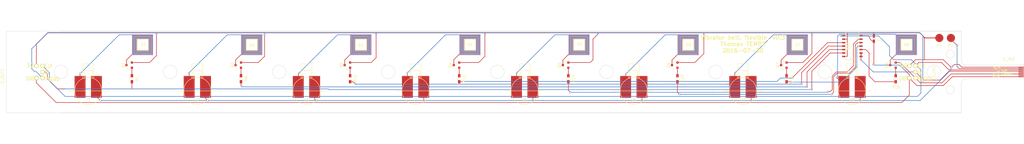
<source format=kicad_pcb>
(kicad_pcb (version 4) (host pcbnew 4.0.2-stable)

  (general
    (links 68)
    (no_connects 1)
    (area 24.944499 97.955952 398.258334 137.375)
    (thickness 1.6)
    (drawings 78)
    (tracks 361)
    (zones 0)
    (modules 39)
    (nets 39)
  )

  (page A3)
  (layers
    (0 F.Cu signal)
    (31 B.Cu signal)
    (32 B.Adhes user)
    (33 F.Adhes user)
    (34 B.Paste user)
    (35 F.Paste user)
    (36 B.SilkS user)
    (37 F.SilkS user)
    (38 B.Mask user)
    (39 F.Mask user)
    (40 Dwgs.User user)
    (41 Cmts.User user)
    (42 Eco1.User user)
    (43 Eco2.User user)
    (44 Edge.Cuts user)
    (45 Margin user)
    (46 B.CrtYd user)
    (47 F.CrtYd user)
    (48 B.Fab user)
    (49 F.Fab user)
  )

  (setup
    (last_trace_width 0.2)
    (trace_clearance 0.1)
    (zone_clearance 0.508)
    (zone_45_only no)
    (trace_min 0.075)
    (segment_width 0.2)
    (edge_width 0.1)
    (via_size 0.6)
    (via_drill 0.4)
    (via_min_size 0.4)
    (via_min_drill 0.2)
    (uvia_size 0.4)
    (uvia_drill 0.2)
    (uvias_allowed no)
    (uvia_min_size 0.4)
    (uvia_min_drill 0.2)
    (pcb_text_width 0.3)
    (pcb_text_size 1.5 1.5)
    (mod_edge_width 0.15)
    (mod_text_size 1 1)
    (mod_text_width 0.15)
    (pad_size 1.5 1.5)
    (pad_drill 0.6)
    (pad_to_mask_clearance 0)
    (aux_axis_origin 0 0)
    (visible_elements 7FFFFFFF)
    (pcbplotparams
      (layerselection 0x010ff_80000001)
      (usegerberextensions true)
      (excludeedgelayer true)
      (linewidth 0.100000)
      (plotframeref false)
      (viasonmask false)
      (mode 1)
      (useauxorigin false)
      (hpglpennumber 1)
      (hpglpenspeed 20)
      (hpglpendiameter 15)
      (hpglpenoverlay 2)
      (psnegative false)
      (psa4output false)
      (plotreference true)
      (plotvalue true)
      (plotinvisibletext false)
      (padsonsilk false)
      (subtractmaskfromsilk false)
      (outputformat 1)
      (mirror false)
      (drillshape 0)
      (scaleselection 1)
      (outputdirectory Gerber/))
  )

  (net 0 "")
  (net 1 GND)
  (net 2 "Net-(C_IN1-Pad3)")
  (net 3 +3V3)
  (net 4 "Net-(C_OUT1-Pad3)")
  (net 5 "Net-(Q1-Pad1)")
  (net 6 "Net-(Q1-Pad3)")
  (net 7 "Net-(Q2-Pad1)")
  (net 8 "Net-(Q2-Pad3)")
  (net 9 "Net-(Q3-Pad1)")
  (net 10 "Net-(Q3-Pad3)")
  (net 11 "Net-(Q4-Pad1)")
  (net 12 "Net-(Q4-Pad3)")
  (net 13 "Net-(Q5-Pad1)")
  (net 14 "Net-(Q5-Pad3)")
  (net 15 "Net-(Q6-Pad1)")
  (net 16 "Net-(Q6-Pad3)")
  (net 17 "Net-(Q7-Pad1)")
  (net 18 "Net-(Q7-Pad3)")
  (net 19 "Net-(Q8-Pad1)")
  (net 20 "Net-(Q8-Pad3)")
  (net 21 "Net-(R8-Pad2)")
  (net 22 "Net-(R11-Pad2)")
  (net 23 "Net-(R12-Pad2)")
  (net 24 "Net-(R13-Pad2)")
  (net 25 "Net-(R14-Pad2)")
  (net 26 "Net-(R15-Pad2)")
  (net 27 GNDPWR)
  (net 28 "Net-(C_IN1-Pad4)")
  (net 29 "Net-(R16-Pad2)")
  (net 30 "Net-(C_IN2-Pad7)")
  (net 31 "Net-(S2-Pad1)")
  (net 32 "Net-(S3-Pad1)")
  (net 33 "Net-(S4-Pad1)")
  (net 34 "Net-(S5-Pad1)")
  (net 35 "Net-(S6-Pad1)")
  (net 36 "Net-(S7-Pad1)")
  (net 37 "Net-(S8-Pad1)")
  (net 38 "Net-(S1-Pad1)")

  (net_class Default "This is the default net class."
    (clearance 0.1)
    (trace_width 0.2)
    (via_dia 0.6)
    (via_drill 0.4)
    (uvia_dia 0.4)
    (uvia_drill 0.2)
    (add_net +3V3)
    (add_net GND)
    (add_net GNDPWR)
    (add_net "Net-(C_IN1-Pad3)")
    (add_net "Net-(C_IN1-Pad4)")
    (add_net "Net-(C_IN2-Pad7)")
    (add_net "Net-(C_OUT1-Pad3)")
    (add_net "Net-(Q1-Pad1)")
    (add_net "Net-(Q1-Pad3)")
    (add_net "Net-(Q2-Pad1)")
    (add_net "Net-(Q2-Pad3)")
    (add_net "Net-(Q3-Pad1)")
    (add_net "Net-(Q3-Pad3)")
    (add_net "Net-(Q4-Pad1)")
    (add_net "Net-(Q4-Pad3)")
    (add_net "Net-(Q5-Pad1)")
    (add_net "Net-(Q5-Pad3)")
    (add_net "Net-(Q6-Pad1)")
    (add_net "Net-(Q6-Pad3)")
    (add_net "Net-(Q7-Pad1)")
    (add_net "Net-(Q7-Pad3)")
    (add_net "Net-(Q8-Pad1)")
    (add_net "Net-(Q8-Pad3)")
    (add_net "Net-(R11-Pad2)")
    (add_net "Net-(R12-Pad2)")
    (add_net "Net-(R13-Pad2)")
    (add_net "Net-(R14-Pad2)")
    (add_net "Net-(R15-Pad2)")
    (add_net "Net-(R16-Pad2)")
    (add_net "Net-(R8-Pad2)")
    (add_net "Net-(S1-Pad1)")
    (add_net "Net-(S2-Pad1)")
    (add_net "Net-(S3-Pad1)")
    (add_net "Net-(S4-Pad1)")
    (add_net "Net-(S5-Pad1)")
    (add_net "Net-(S6-Pad1)")
    (add_net "Net-(S7-Pad1)")
    (add_net "Net-(S8-Pad1)")
  )

  (net_class fine ""
    (clearance 0.05)
    (trace_width 0.1)
    (via_dia 0.6)
    (via_drill 0.4)
    (uvia_dia 0.4)
    (uvia_drill 0.2)
  )

  (module ttempe_lib:Vibrator_antenna2 (layer F.Cu) (tedit 580E0A35) (tstamp 579B6EDB)
    (at 75 114.5)
    (path /566B99B3)
    (fp_text reference S1 (at 0.3 -7.1) (layer F.SilkS)
      (effects (font (size 1 1) (thickness 0.15)))
    )
    (fp_text value Solenoid (at 3.9 -14.3) (layer F.Fab)
      (effects (font (size 1 1) (thickness 0.15)))
    )
    (fp_line (start -4.064 -10.668) (end -3.8862 -10.668) (layer B.Cu) (width 0.075))
    (fp_line (start -3.8608 -3.302) (end -4.064 -3.302) (layer F.Cu) (width 0.075))
    (fp_line (start -2.225 -8.875) (end -2.2 -8.875) (layer F.Cu) (width 0.075))
    (fp_line (start -2.225 -9) (end -2.225 -8.875) (layer B.Cu) (width 0.075))
    (fp_line (start -2.225 -8.875) (end -2.2 -8.875) (layer B.Cu) (width 0.075))
    (fp_line (start -3.575 -3.6) (end -3.575 -10.6) (layer B.Cu) (width 0.075))
    (fp_line (start -3.575 -10.6) (end 3.55 -10.6) (layer B.Cu) (width 0.075))
    (fp_line (start 3.55 -10.6) (end 3.55 -3.45) (layer B.Cu) (width 0.075))
    (fp_line (start 3.55 -3.45) (end -3.725 -3.45) (layer B.Cu) (width 0.075))
    (fp_line (start -3.725 -3.45) (end -3.725 -10.75) (layer B.Cu) (width 0.075))
    (fp_line (start -3.725 -10.75) (end 3.7 -10.75) (layer B.Cu) (width 0.075))
    (fp_line (start 3.7 -10.75) (end 3.7 -3.3) (layer B.Cu) (width 0.075))
    (fp_line (start 3.7 -3.3) (end -3.875 -3.3) (layer B.Cu) (width 0.075))
    (fp_line (start -3.875 -3.3) (end -3.875 -10.75) (layer B.Cu) (width 0.075))
    (fp_line (start -3.575 -3.5) (end -3.575 -3.45) (layer F.Cu) (width 0.075))
    (fp_line (start -3.575 -3.45) (end 3.55 -3.45) (layer F.Cu) (width 0.075))
    (fp_line (start 3.55 -3.45) (end 3.55 -10.575) (layer F.Cu) (width 0.075))
    (fp_line (start 3.55 -10.575) (end 3.55 -10.6) (layer F.Cu) (width 0.075))
    (fp_line (start 3.55 -10.6) (end -3.7 -10.6) (layer F.Cu) (width 0.075))
    (fp_line (start -3.7 -10.6) (end -3.725 -10.6) (layer F.Cu) (width 0.075))
    (fp_line (start -3.725 -10.6) (end -3.725 -3.325) (layer F.Cu) (width 0.075))
    (fp_line (start -3.725 -3.325) (end -3.725 -3.3) (layer F.Cu) (width 0.075))
    (fp_line (start -3.725 -3.3) (end 3.675 -3.3) (layer F.Cu) (width 0.075))
    (fp_line (start 3.675 -3.3) (end 3.7 -3.3) (layer F.Cu) (width 0.075))
    (fp_line (start 3.7 -3.3) (end 3.7 -10.725) (layer F.Cu) (width 0.075))
    (fp_line (start 3.7 -10.725) (end 3.7 -10.75) (layer F.Cu) (width 0.075))
    (fp_line (start 3.7 -10.75) (end -3.85 -10.75) (layer F.Cu) (width 0.075))
    (fp_line (start -3.85 -10.75) (end -3.875 -10.75) (layer F.Cu) (width 0.075))
    (fp_line (start -3.875 -10.75) (end -3.875 -3.275) (layer F.Cu) (width 0.075))
    (fp_line (start -2.225 -9) (end -2.225 -9.25) (layer B.Cu) (width 0.075))
    (fp_line (start -2.225 -9.25) (end 2.175 -9.25) (layer B.Cu) (width 0.075))
    (fp_line (start 2.175 -9.25) (end 2.2 -9.25) (layer B.Cu) (width 0.075))
    (fp_line (start 2.2 -9.25) (end 2.2 -4.8) (layer B.Cu) (width 0.075))
    (fp_line (start 2.2 -4.8) (end -2.225 -4.8) (layer B.Cu) (width 0.075))
    (fp_line (start -2.225 -4.8) (end -2.375 -4.8) (layer B.Cu) (width 0.075))
    (fp_line (start -2.375 -4.8) (end -2.375 -9.4) (layer B.Cu) (width 0.075))
    (fp_line (start -2.375 -9.4) (end 2.35 -9.4) (layer B.Cu) (width 0.075))
    (fp_line (start 2.35 -9.4) (end 2.35 -4.65) (layer B.Cu) (width 0.075))
    (fp_line (start 2.35 -4.65) (end -2.525 -4.65) (layer B.Cu) (width 0.075))
    (fp_line (start -2.525 -4.65) (end -2.525 -9.55) (layer B.Cu) (width 0.075))
    (fp_line (start -2.525 -9.55) (end 2.5 -9.55) (layer B.Cu) (width 0.075))
    (fp_line (start 2.5 -9.55) (end 2.5 -4.5) (layer B.Cu) (width 0.075))
    (fp_line (start 2.5 -4.5) (end -2.675 -4.5) (layer B.Cu) (width 0.075))
    (fp_line (start -2.675 -4.5) (end -2.675 -9.7) (layer B.Cu) (width 0.075))
    (fp_line (start -2.675 -9.7) (end 2.65 -9.7) (layer B.Cu) (width 0.075))
    (fp_line (start 2.65 -9.7) (end 2.65 -4.35) (layer B.Cu) (width 0.075))
    (fp_line (start 2.65 -4.35) (end -2.825 -4.35) (layer B.Cu) (width 0.075))
    (fp_line (start -2.825 -4.35) (end -2.825 -9.85) (layer B.Cu) (width 0.075))
    (fp_line (start -2.825 -9.85) (end 2.8 -9.85) (layer B.Cu) (width 0.075))
    (fp_line (start 2.8 -9.85) (end 2.8 -4.2) (layer B.Cu) (width 0.075))
    (fp_line (start 2.8 -4.2) (end -2.975 -4.2) (layer B.Cu) (width 0.075))
    (fp_line (start -2.975 -4.2) (end -2.975 -10) (layer B.Cu) (width 0.075))
    (fp_line (start -2.975 -10) (end 2.95 -10) (layer B.Cu) (width 0.075))
    (fp_line (start 2.95 -10) (end 2.95 -4.05) (layer B.Cu) (width 0.075))
    (fp_line (start 2.95 -4.05) (end -3.125 -4.05) (layer B.Cu) (width 0.075))
    (fp_line (start -3.125 -4.05) (end -3.125 -10.15) (layer B.Cu) (width 0.075))
    (fp_line (start -3.125 -10.15) (end 3.1 -10.15) (layer B.Cu) (width 0.075))
    (fp_line (start 3.1 -10.15) (end 3.1 -3.9) (layer B.Cu) (width 0.075))
    (fp_line (start 3.1 -3.9) (end -3.275 -3.9) (layer B.Cu) (width 0.075))
    (fp_line (start -3.275 -3.9) (end -3.275 -10.3) (layer B.Cu) (width 0.075))
    (fp_line (start -3.275 -10.3) (end 3.25 -10.3) (layer B.Cu) (width 0.075))
    (fp_line (start 3.25 -10.3) (end 3.25 -3.75) (layer B.Cu) (width 0.075))
    (fp_line (start 3.25 -3.75) (end -3.425 -3.75) (layer B.Cu) (width 0.075))
    (fp_line (start -3.425 -3.75) (end -3.425 -10.45) (layer B.Cu) (width 0.075))
    (fp_line (start -3.425 -10.45) (end 3.4 -10.45) (layer B.Cu) (width 0.075))
    (fp_line (start 3.4 -10.45) (end 3.4 -3.6) (layer B.Cu) (width 0.075))
    (fp_line (start 3.4 -3.6) (end -3.575 -3.6) (layer B.Cu) (width 0.075))
    (fp_line (start -3.575 -10.45) (end -3.575 -3.5) (layer F.Cu) (width 0.075))
    (fp_line (start -3.425 -3.6) (end 3.4 -3.6) (layer F.Cu) (width 0.075))
    (fp_line (start -3.425 -10.3) (end -3.425 -3.6) (layer F.Cu) (width 0.075))
    (fp_line (start 3.35 -3.6) (end 3.4 -3.6) (layer F.Cu) (width 0.075))
    (fp_line (start 3.4 -3.6) (end 3.4 -10.3) (layer F.Cu) (width 0.075))
    (fp_line (start 3.4 -10.3) (end 3.4 -10.45) (layer F.Cu) (width 0.075))
    (fp_line (start 3.4 -10.45) (end -3.575 -10.45) (layer F.Cu) (width 0.075))
    (fp_line (start -3.275 -3.75) (end 3.25 -3.75) (layer F.Cu) (width 0.075))
    (fp_line (start -3.275 -3.75) (end -3.275 -10.15) (layer F.Cu) (width 0.075))
    (fp_line (start 3.225 -3.75) (end 3.25 -3.75) (layer F.Cu) (width 0.075))
    (fp_line (start 3.25 -3.75) (end 3.25 -10.3) (layer F.Cu) (width 0.075))
    (fp_line (start 3.25 -10.3) (end -3.425 -10.3) (layer F.Cu) (width 0.075))
    (fp_line (start -2.975 -9.85) (end -2.975 -4.125) (layer F.Cu) (width 0.075))
    (fp_line (start -2.975 -4.125) (end -2.975 -4.05) (layer F.Cu) (width 0.075))
    (fp_line (start -2.975 -4.05) (end 2.95 -4.05) (layer F.Cu) (width 0.075))
    (fp_line (start 2.95 -4.05) (end 2.95 -9.975) (layer F.Cu) (width 0.075))
    (fp_line (start 2.95 -9.975) (end 2.95 -10) (layer F.Cu) (width 0.075))
    (fp_line (start 2.95 -10) (end -3.125 -10) (layer F.Cu) (width 0.075))
    (fp_line (start -3.125 -10) (end -3.125 -3.925) (layer F.Cu) (width 0.075))
    (fp_line (start -3.125 -3.925) (end -3.125 -3.9) (layer F.Cu) (width 0.075))
    (fp_line (start -3.125 -3.9) (end 3.075 -3.9) (layer F.Cu) (width 0.075))
    (fp_line (start 3.075 -3.9) (end 3.1 -3.9) (layer F.Cu) (width 0.075))
    (fp_line (start 3.1 -3.9) (end 3.1 -10.125) (layer F.Cu) (width 0.075))
    (fp_line (start 3.1 -10.125) (end 3.1 -10.15) (layer F.Cu) (width 0.075))
    (fp_line (start 3.1 -10.15) (end -3.275 -10.15) (layer F.Cu) (width 0.075))
    (fp_line (start 2.35 -4.65) (end -2.375 -4.65) (layer F.Cu) (width 0.075))
    (fp_line (start -2.525 -4.5) (end 2.5 -4.5) (layer F.Cu) (width 0.075))
    (fp_line (start 2.475 -4.5) (end 2.5 -4.5) (layer F.Cu) (width 0.075))
    (fp_line (start 2.5 -4.5) (end 2.5 -9.4) (layer F.Cu) (width 0.075))
    (fp_line (start 2.5 -9.4) (end 2.5 -9.55) (layer F.Cu) (width 0.075))
    (fp_line (start 2.5 -9.55) (end -2.525 -9.55) (layer F.Cu) (width 0.075))
    (fp_line (start -2.525 -9.55) (end -2.675 -9.55) (layer F.Cu) (width 0.075))
    (fp_line (start -2.675 -9.55) (end -2.675 -4.4) (layer F.Cu) (width 0.075))
    (fp_line (start -2.675 -4.4) (end -2.675 -4.35) (layer F.Cu) (width 0.075))
    (fp_line (start -2.675 -4.35) (end 2.6 -4.35) (layer F.Cu) (width 0.075))
    (fp_line (start 2.6 -4.35) (end 2.65 -4.35) (layer F.Cu) (width 0.075))
    (fp_line (start 2.65 -4.35) (end 2.65 -9.625) (layer F.Cu) (width 0.075))
    (fp_line (start 2.65 -9.625) (end 2.65 -9.7) (layer F.Cu) (width 0.075))
    (fp_line (start 2.65 -9.7) (end -2.8 -9.7) (layer F.Cu) (width 0.075))
    (fp_line (start -2.8 -9.7) (end -2.825 -9.7) (layer F.Cu) (width 0.075))
    (fp_line (start -2.825 -9.7) (end -2.825 -4.225) (layer F.Cu) (width 0.075))
    (fp_line (start -2.825 -4.225) (end -2.825 -4.2) (layer F.Cu) (width 0.075))
    (fp_line (start -2.825 -4.2) (end 2.7 -4.2) (layer F.Cu) (width 0.075))
    (fp_line (start 2.7 -4.2) (end 2.775 -4.2) (layer F.Cu) (width 0.075))
    (fp_line (start 2.775 -4.2) (end 2.8 -4.2) (layer F.Cu) (width 0.075))
    (fp_line (start 2.8 -4.2) (end 2.8 -9.75) (layer F.Cu) (width 0.075))
    (fp_line (start 2.8 -9.75) (end 2.8 -9.8) (layer F.Cu) (width 0.075))
    (fp_line (start 2.8 -9.8) (end 2.8 -9.85) (layer F.Cu) (width 0.075))
    (fp_line (start 2.8 -9.85) (end -2.95 -9.85) (layer F.Cu) (width 0.075))
    (fp_line (start -2.95 -9.85) (end -2.975 -9.85) (layer F.Cu) (width 0.075))
    (fp_line (start 2.35 -9.4) (end 2.35 -4.65) (layer F.Cu) (width 0.075))
    (fp_line (start -2.375 -9.25) (end -2.375 -4.675) (layer F.Cu) (width 0.075))
    (fp_line (start -2.375 -4.675) (end -2.375 -4.65) (layer F.Cu) (width 0.075))
    (fp_line (start 2.35 -9.4) (end -2.5 -9.4) (layer F.Cu) (width 0.075))
    (fp_line (start -2.525 -9.4) (end -2.525 -4.5) (layer F.Cu) (width 0.075))
    (fp_line (start -2.375 -9.25) (end -2.225 -9.25) (layer F.Cu) (width 0.075))
    (fp_line (start -2.225 -9.25) (end 2.2 -9.25) (layer F.Cu) (width 0.075))
    (fp_line (start 2.2 -9.25) (end 2.2 -4.8) (layer F.Cu) (width 0.075))
    (fp_line (start 2.2 -4.8) (end -2.225 -4.8) (layer F.Cu) (width 0.075))
    (fp_line (start -2.225 -4.8) (end -2.225 -9.025) (layer F.Cu) (width 0.075))
    (fp_line (start -2 -9) (end 2 -9) (layer F.SilkS) (width 0.25))
    (fp_line (start 2 -9) (end 2 -5) (layer F.SilkS) (width 0.25))
    (fp_line (start 2 -5) (end -2 -5) (layer F.SilkS) (width 0.25))
    (fp_line (start -2 -5) (end -2 -9) (layer F.SilkS) (width 0.25))
    (pad 1 smd circle (at -4.064 -10.668) (size 0.075 0.075) (layers B.Cu F.Paste F.Mask)
      (net 38 "Net-(S1-Pad1)"))
    (pad 2 smd circle (at -4.064 -3.302) (size 0.075 0.075) (layers F.Cu F.Paste F.Mask)
      (net 6 "Net-(Q1-Pad3)"))
    (pad 3 thru_hole circle (at -2.05 -8.875) (size 0.4 0.4) (drill 0.2) (layers *.Cu *.Mask F.SilkS))
  )

  (module ttempe_lib:Vibrator_antenna2 (layer F.Cu) (tedit 580E0A39) (tstamp 579B6FEF)
    (at 155 114.5)
    (path /566D4214)
    (fp_text reference S3 (at -0.1 -6.8) (layer F.SilkS)
      (effects (font (size 1 1) (thickness 0.15)))
    )
    (fp_text value Solenoid (at 2.6 -15.9) (layer F.Fab)
      (effects (font (size 1 1) (thickness 0.15)))
    )
    (fp_line (start -4.064 -10.668) (end -3.8862 -10.668) (layer B.Cu) (width 0.075))
    (fp_line (start -3.8608 -3.302) (end -4.064 -3.302) (layer F.Cu) (width 0.075))
    (fp_line (start -2.225 -8.875) (end -2.2 -8.875) (layer F.Cu) (width 0.075))
    (fp_line (start -2.225 -9) (end -2.225 -8.875) (layer B.Cu) (width 0.075))
    (fp_line (start -2.225 -8.875) (end -2.2 -8.875) (layer B.Cu) (width 0.075))
    (fp_line (start -3.575 -3.6) (end -3.575 -10.6) (layer B.Cu) (width 0.075))
    (fp_line (start -3.575 -10.6) (end 3.55 -10.6) (layer B.Cu) (width 0.075))
    (fp_line (start 3.55 -10.6) (end 3.55 -3.45) (layer B.Cu) (width 0.075))
    (fp_line (start 3.55 -3.45) (end -3.725 -3.45) (layer B.Cu) (width 0.075))
    (fp_line (start -3.725 -3.45) (end -3.725 -10.75) (layer B.Cu) (width 0.075))
    (fp_line (start -3.725 -10.75) (end 3.7 -10.75) (layer B.Cu) (width 0.075))
    (fp_line (start 3.7 -10.75) (end 3.7 -3.3) (layer B.Cu) (width 0.075))
    (fp_line (start 3.7 -3.3) (end -3.875 -3.3) (layer B.Cu) (width 0.075))
    (fp_line (start -3.875 -3.3) (end -3.875 -10.75) (layer B.Cu) (width 0.075))
    (fp_line (start -3.575 -3.5) (end -3.575 -3.45) (layer F.Cu) (width 0.075))
    (fp_line (start -3.575 -3.45) (end 3.55 -3.45) (layer F.Cu) (width 0.075))
    (fp_line (start 3.55 -3.45) (end 3.55 -10.575) (layer F.Cu) (width 0.075))
    (fp_line (start 3.55 -10.575) (end 3.55 -10.6) (layer F.Cu) (width 0.075))
    (fp_line (start 3.55 -10.6) (end -3.7 -10.6) (layer F.Cu) (width 0.075))
    (fp_line (start -3.7 -10.6) (end -3.725 -10.6) (layer F.Cu) (width 0.075))
    (fp_line (start -3.725 -10.6) (end -3.725 -3.325) (layer F.Cu) (width 0.075))
    (fp_line (start -3.725 -3.325) (end -3.725 -3.3) (layer F.Cu) (width 0.075))
    (fp_line (start -3.725 -3.3) (end 3.675 -3.3) (layer F.Cu) (width 0.075))
    (fp_line (start 3.675 -3.3) (end 3.7 -3.3) (layer F.Cu) (width 0.075))
    (fp_line (start 3.7 -3.3) (end 3.7 -10.725) (layer F.Cu) (width 0.075))
    (fp_line (start 3.7 -10.725) (end 3.7 -10.75) (layer F.Cu) (width 0.075))
    (fp_line (start 3.7 -10.75) (end -3.85 -10.75) (layer F.Cu) (width 0.075))
    (fp_line (start -3.85 -10.75) (end -3.875 -10.75) (layer F.Cu) (width 0.075))
    (fp_line (start -3.875 -10.75) (end -3.875 -3.275) (layer F.Cu) (width 0.075))
    (fp_line (start -2.225 -9) (end -2.225 -9.25) (layer B.Cu) (width 0.075))
    (fp_line (start -2.225 -9.25) (end 2.175 -9.25) (layer B.Cu) (width 0.075))
    (fp_line (start 2.175 -9.25) (end 2.2 -9.25) (layer B.Cu) (width 0.075))
    (fp_line (start 2.2 -9.25) (end 2.2 -4.8) (layer B.Cu) (width 0.075))
    (fp_line (start 2.2 -4.8) (end -2.225 -4.8) (layer B.Cu) (width 0.075))
    (fp_line (start -2.225 -4.8) (end -2.375 -4.8) (layer B.Cu) (width 0.075))
    (fp_line (start -2.375 -4.8) (end -2.375 -9.4) (layer B.Cu) (width 0.075))
    (fp_line (start -2.375 -9.4) (end 2.35 -9.4) (layer B.Cu) (width 0.075))
    (fp_line (start 2.35 -9.4) (end 2.35 -4.65) (layer B.Cu) (width 0.075))
    (fp_line (start 2.35 -4.65) (end -2.525 -4.65) (layer B.Cu) (width 0.075))
    (fp_line (start -2.525 -4.65) (end -2.525 -9.55) (layer B.Cu) (width 0.075))
    (fp_line (start -2.525 -9.55) (end 2.5 -9.55) (layer B.Cu) (width 0.075))
    (fp_line (start 2.5 -9.55) (end 2.5 -4.5) (layer B.Cu) (width 0.075))
    (fp_line (start 2.5 -4.5) (end -2.675 -4.5) (layer B.Cu) (width 0.075))
    (fp_line (start -2.675 -4.5) (end -2.675 -9.7) (layer B.Cu) (width 0.075))
    (fp_line (start -2.675 -9.7) (end 2.65 -9.7) (layer B.Cu) (width 0.075))
    (fp_line (start 2.65 -9.7) (end 2.65 -4.35) (layer B.Cu) (width 0.075))
    (fp_line (start 2.65 -4.35) (end -2.825 -4.35) (layer B.Cu) (width 0.075))
    (fp_line (start -2.825 -4.35) (end -2.825 -9.85) (layer B.Cu) (width 0.075))
    (fp_line (start -2.825 -9.85) (end 2.8 -9.85) (layer B.Cu) (width 0.075))
    (fp_line (start 2.8 -9.85) (end 2.8 -4.2) (layer B.Cu) (width 0.075))
    (fp_line (start 2.8 -4.2) (end -2.975 -4.2) (layer B.Cu) (width 0.075))
    (fp_line (start -2.975 -4.2) (end -2.975 -10) (layer B.Cu) (width 0.075))
    (fp_line (start -2.975 -10) (end 2.95 -10) (layer B.Cu) (width 0.075))
    (fp_line (start 2.95 -10) (end 2.95 -4.05) (layer B.Cu) (width 0.075))
    (fp_line (start 2.95 -4.05) (end -3.125 -4.05) (layer B.Cu) (width 0.075))
    (fp_line (start -3.125 -4.05) (end -3.125 -10.15) (layer B.Cu) (width 0.075))
    (fp_line (start -3.125 -10.15) (end 3.1 -10.15) (layer B.Cu) (width 0.075))
    (fp_line (start 3.1 -10.15) (end 3.1 -3.9) (layer B.Cu) (width 0.075))
    (fp_line (start 3.1 -3.9) (end -3.275 -3.9) (layer B.Cu) (width 0.075))
    (fp_line (start -3.275 -3.9) (end -3.275 -10.3) (layer B.Cu) (width 0.075))
    (fp_line (start -3.275 -10.3) (end 3.25 -10.3) (layer B.Cu) (width 0.075))
    (fp_line (start 3.25 -10.3) (end 3.25 -3.75) (layer B.Cu) (width 0.075))
    (fp_line (start 3.25 -3.75) (end -3.425 -3.75) (layer B.Cu) (width 0.075))
    (fp_line (start -3.425 -3.75) (end -3.425 -10.45) (layer B.Cu) (width 0.075))
    (fp_line (start -3.425 -10.45) (end 3.4 -10.45) (layer B.Cu) (width 0.075))
    (fp_line (start 3.4 -10.45) (end 3.4 -3.6) (layer B.Cu) (width 0.075))
    (fp_line (start 3.4 -3.6) (end -3.575 -3.6) (layer B.Cu) (width 0.075))
    (fp_line (start -3.575 -10.45) (end -3.575 -3.5) (layer F.Cu) (width 0.075))
    (fp_line (start -3.425 -3.6) (end 3.4 -3.6) (layer F.Cu) (width 0.075))
    (fp_line (start -3.425 -10.3) (end -3.425 -3.6) (layer F.Cu) (width 0.075))
    (fp_line (start 3.35 -3.6) (end 3.4 -3.6) (layer F.Cu) (width 0.075))
    (fp_line (start 3.4 -3.6) (end 3.4 -10.3) (layer F.Cu) (width 0.075))
    (fp_line (start 3.4 -10.3) (end 3.4 -10.45) (layer F.Cu) (width 0.075))
    (fp_line (start 3.4 -10.45) (end -3.575 -10.45) (layer F.Cu) (width 0.075))
    (fp_line (start -3.275 -3.75) (end 3.25 -3.75) (layer F.Cu) (width 0.075))
    (fp_line (start -3.275 -3.75) (end -3.275 -10.15) (layer F.Cu) (width 0.075))
    (fp_line (start 3.225 -3.75) (end 3.25 -3.75) (layer F.Cu) (width 0.075))
    (fp_line (start 3.25 -3.75) (end 3.25 -10.3) (layer F.Cu) (width 0.075))
    (fp_line (start 3.25 -10.3) (end -3.425 -10.3) (layer F.Cu) (width 0.075))
    (fp_line (start -2.975 -9.85) (end -2.975 -4.125) (layer F.Cu) (width 0.075))
    (fp_line (start -2.975 -4.125) (end -2.975 -4.05) (layer F.Cu) (width 0.075))
    (fp_line (start -2.975 -4.05) (end 2.95 -4.05) (layer F.Cu) (width 0.075))
    (fp_line (start 2.95 -4.05) (end 2.95 -9.975) (layer F.Cu) (width 0.075))
    (fp_line (start 2.95 -9.975) (end 2.95 -10) (layer F.Cu) (width 0.075))
    (fp_line (start 2.95 -10) (end -3.125 -10) (layer F.Cu) (width 0.075))
    (fp_line (start -3.125 -10) (end -3.125 -3.925) (layer F.Cu) (width 0.075))
    (fp_line (start -3.125 -3.925) (end -3.125 -3.9) (layer F.Cu) (width 0.075))
    (fp_line (start -3.125 -3.9) (end 3.075 -3.9) (layer F.Cu) (width 0.075))
    (fp_line (start 3.075 -3.9) (end 3.1 -3.9) (layer F.Cu) (width 0.075))
    (fp_line (start 3.1 -3.9) (end 3.1 -10.125) (layer F.Cu) (width 0.075))
    (fp_line (start 3.1 -10.125) (end 3.1 -10.15) (layer F.Cu) (width 0.075))
    (fp_line (start 3.1 -10.15) (end -3.275 -10.15) (layer F.Cu) (width 0.075))
    (fp_line (start 2.35 -4.65) (end -2.375 -4.65) (layer F.Cu) (width 0.075))
    (fp_line (start -2.525 -4.5) (end 2.5 -4.5) (layer F.Cu) (width 0.075))
    (fp_line (start 2.475 -4.5) (end 2.5 -4.5) (layer F.Cu) (width 0.075))
    (fp_line (start 2.5 -4.5) (end 2.5 -9.4) (layer F.Cu) (width 0.075))
    (fp_line (start 2.5 -9.4) (end 2.5 -9.55) (layer F.Cu) (width 0.075))
    (fp_line (start 2.5 -9.55) (end -2.525 -9.55) (layer F.Cu) (width 0.075))
    (fp_line (start -2.525 -9.55) (end -2.675 -9.55) (layer F.Cu) (width 0.075))
    (fp_line (start -2.675 -9.55) (end -2.675 -4.4) (layer F.Cu) (width 0.075))
    (fp_line (start -2.675 -4.4) (end -2.675 -4.35) (layer F.Cu) (width 0.075))
    (fp_line (start -2.675 -4.35) (end 2.6 -4.35) (layer F.Cu) (width 0.075))
    (fp_line (start 2.6 -4.35) (end 2.65 -4.35) (layer F.Cu) (width 0.075))
    (fp_line (start 2.65 -4.35) (end 2.65 -9.625) (layer F.Cu) (width 0.075))
    (fp_line (start 2.65 -9.625) (end 2.65 -9.7) (layer F.Cu) (width 0.075))
    (fp_line (start 2.65 -9.7) (end -2.8 -9.7) (layer F.Cu) (width 0.075))
    (fp_line (start -2.8 -9.7) (end -2.825 -9.7) (layer F.Cu) (width 0.075))
    (fp_line (start -2.825 -9.7) (end -2.825 -4.225) (layer F.Cu) (width 0.075))
    (fp_line (start -2.825 -4.225) (end -2.825 -4.2) (layer F.Cu) (width 0.075))
    (fp_line (start -2.825 -4.2) (end 2.7 -4.2) (layer F.Cu) (width 0.075))
    (fp_line (start 2.7 -4.2) (end 2.775 -4.2) (layer F.Cu) (width 0.075))
    (fp_line (start 2.775 -4.2) (end 2.8 -4.2) (layer F.Cu) (width 0.075))
    (fp_line (start 2.8 -4.2) (end 2.8 -9.75) (layer F.Cu) (width 0.075))
    (fp_line (start 2.8 -9.75) (end 2.8 -9.8) (layer F.Cu) (width 0.075))
    (fp_line (start 2.8 -9.8) (end 2.8 -9.85) (layer F.Cu) (width 0.075))
    (fp_line (start 2.8 -9.85) (end -2.95 -9.85) (layer F.Cu) (width 0.075))
    (fp_line (start -2.95 -9.85) (end -2.975 -9.85) (layer F.Cu) (width 0.075))
    (fp_line (start 2.35 -9.4) (end 2.35 -4.65) (layer F.Cu) (width 0.075))
    (fp_line (start -2.375 -9.25) (end -2.375 -4.675) (layer F.Cu) (width 0.075))
    (fp_line (start -2.375 -4.675) (end -2.375 -4.65) (layer F.Cu) (width 0.075))
    (fp_line (start 2.35 -9.4) (end -2.5 -9.4) (layer F.Cu) (width 0.075))
    (fp_line (start -2.525 -9.4) (end -2.525 -4.5) (layer F.Cu) (width 0.075))
    (fp_line (start -2.375 -9.25) (end -2.225 -9.25) (layer F.Cu) (width 0.075))
    (fp_line (start -2.225 -9.25) (end 2.2 -9.25) (layer F.Cu) (width 0.075))
    (fp_line (start 2.2 -9.25) (end 2.2 -4.8) (layer F.Cu) (width 0.075))
    (fp_line (start 2.2 -4.8) (end -2.225 -4.8) (layer F.Cu) (width 0.075))
    (fp_line (start -2.225 -4.8) (end -2.225 -9.025) (layer F.Cu) (width 0.075))
    (fp_line (start -2 -9) (end 2 -9) (layer F.SilkS) (width 0.25))
    (fp_line (start 2 -9) (end 2 -5) (layer F.SilkS) (width 0.25))
    (fp_line (start 2 -5) (end -2 -5) (layer F.SilkS) (width 0.25))
    (fp_line (start -2 -5) (end -2 -9) (layer F.SilkS) (width 0.25))
    (pad 1 smd circle (at -4.064 -10.668) (size 0.075 0.075) (layers B.Cu F.Paste F.Mask)
      (net 32 "Net-(S3-Pad1)"))
    (pad 2 smd circle (at -4.064 -3.302) (size 0.075 0.075) (layers F.Cu F.Paste F.Mask)
      (net 10 "Net-(Q3-Pad3)"))
    (pad 3 thru_hole circle (at -2.05 -8.875) (size 0.4 0.4) (drill 0.2) (layers *.Cu *.Mask F.SilkS))
  )

  (module ttempe_lib:Vibrator_antenna2 (layer F.Cu) (tedit 580E0A33) (tstamp 579B6F65)
    (at 115 114.5)
    (path /566D4024)
    (fp_text reference S2 (at 0 -6.8) (layer F.SilkS)
      (effects (font (size 1 1) (thickness 0.15)))
    )
    (fp_text value Solenoid (at 0.5 -15.4) (layer F.Fab)
      (effects (font (size 1 1) (thickness 0.15)))
    )
    (fp_line (start -4.064 -10.668) (end -3.8862 -10.668) (layer B.Cu) (width 0.075))
    (fp_line (start -3.8608 -3.302) (end -4.064 -3.302) (layer F.Cu) (width 0.075))
    (fp_line (start -2.225 -8.875) (end -2.2 -8.875) (layer F.Cu) (width 0.075))
    (fp_line (start -2.225 -9) (end -2.225 -8.875) (layer B.Cu) (width 0.075))
    (fp_line (start -2.225 -8.875) (end -2.2 -8.875) (layer B.Cu) (width 0.075))
    (fp_line (start -3.575 -3.6) (end -3.575 -10.6) (layer B.Cu) (width 0.075))
    (fp_line (start -3.575 -10.6) (end 3.55 -10.6) (layer B.Cu) (width 0.075))
    (fp_line (start 3.55 -10.6) (end 3.55 -3.45) (layer B.Cu) (width 0.075))
    (fp_line (start 3.55 -3.45) (end -3.725 -3.45) (layer B.Cu) (width 0.075))
    (fp_line (start -3.725 -3.45) (end -3.725 -10.75) (layer B.Cu) (width 0.075))
    (fp_line (start -3.725 -10.75) (end 3.7 -10.75) (layer B.Cu) (width 0.075))
    (fp_line (start 3.7 -10.75) (end 3.7 -3.3) (layer B.Cu) (width 0.075))
    (fp_line (start 3.7 -3.3) (end -3.875 -3.3) (layer B.Cu) (width 0.075))
    (fp_line (start -3.875 -3.3) (end -3.875 -10.75) (layer B.Cu) (width 0.075))
    (fp_line (start -3.575 -3.5) (end -3.575 -3.45) (layer F.Cu) (width 0.075))
    (fp_line (start -3.575 -3.45) (end 3.55 -3.45) (layer F.Cu) (width 0.075))
    (fp_line (start 3.55 -3.45) (end 3.55 -10.575) (layer F.Cu) (width 0.075))
    (fp_line (start 3.55 -10.575) (end 3.55 -10.6) (layer F.Cu) (width 0.075))
    (fp_line (start 3.55 -10.6) (end -3.7 -10.6) (layer F.Cu) (width 0.075))
    (fp_line (start -3.7 -10.6) (end -3.725 -10.6) (layer F.Cu) (width 0.075))
    (fp_line (start -3.725 -10.6) (end -3.725 -3.325) (layer F.Cu) (width 0.075))
    (fp_line (start -3.725 -3.325) (end -3.725 -3.3) (layer F.Cu) (width 0.075))
    (fp_line (start -3.725 -3.3) (end 3.675 -3.3) (layer F.Cu) (width 0.075))
    (fp_line (start 3.675 -3.3) (end 3.7 -3.3) (layer F.Cu) (width 0.075))
    (fp_line (start 3.7 -3.3) (end 3.7 -10.725) (layer F.Cu) (width 0.075))
    (fp_line (start 3.7 -10.725) (end 3.7 -10.75) (layer F.Cu) (width 0.075))
    (fp_line (start 3.7 -10.75) (end -3.85 -10.75) (layer F.Cu) (width 0.075))
    (fp_line (start -3.85 -10.75) (end -3.875 -10.75) (layer F.Cu) (width 0.075))
    (fp_line (start -3.875 -10.75) (end -3.875 -3.275) (layer F.Cu) (width 0.075))
    (fp_line (start -2.225 -9) (end -2.225 -9.25) (layer B.Cu) (width 0.075))
    (fp_line (start -2.225 -9.25) (end 2.175 -9.25) (layer B.Cu) (width 0.075))
    (fp_line (start 2.175 -9.25) (end 2.2 -9.25) (layer B.Cu) (width 0.075))
    (fp_line (start 2.2 -9.25) (end 2.2 -4.8) (layer B.Cu) (width 0.075))
    (fp_line (start 2.2 -4.8) (end -2.225 -4.8) (layer B.Cu) (width 0.075))
    (fp_line (start -2.225 -4.8) (end -2.375 -4.8) (layer B.Cu) (width 0.075))
    (fp_line (start -2.375 -4.8) (end -2.375 -9.4) (layer B.Cu) (width 0.075))
    (fp_line (start -2.375 -9.4) (end 2.35 -9.4) (layer B.Cu) (width 0.075))
    (fp_line (start 2.35 -9.4) (end 2.35 -4.65) (layer B.Cu) (width 0.075))
    (fp_line (start 2.35 -4.65) (end -2.525 -4.65) (layer B.Cu) (width 0.075))
    (fp_line (start -2.525 -4.65) (end -2.525 -9.55) (layer B.Cu) (width 0.075))
    (fp_line (start -2.525 -9.55) (end 2.5 -9.55) (layer B.Cu) (width 0.075))
    (fp_line (start 2.5 -9.55) (end 2.5 -4.5) (layer B.Cu) (width 0.075))
    (fp_line (start 2.5 -4.5) (end -2.675 -4.5) (layer B.Cu) (width 0.075))
    (fp_line (start -2.675 -4.5) (end -2.675 -9.7) (layer B.Cu) (width 0.075))
    (fp_line (start -2.675 -9.7) (end 2.65 -9.7) (layer B.Cu) (width 0.075))
    (fp_line (start 2.65 -9.7) (end 2.65 -4.35) (layer B.Cu) (width 0.075))
    (fp_line (start 2.65 -4.35) (end -2.825 -4.35) (layer B.Cu) (width 0.075))
    (fp_line (start -2.825 -4.35) (end -2.825 -9.85) (layer B.Cu) (width 0.075))
    (fp_line (start -2.825 -9.85) (end 2.8 -9.85) (layer B.Cu) (width 0.075))
    (fp_line (start 2.8 -9.85) (end 2.8 -4.2) (layer B.Cu) (width 0.075))
    (fp_line (start 2.8 -4.2) (end -2.975 -4.2) (layer B.Cu) (width 0.075))
    (fp_line (start -2.975 -4.2) (end -2.975 -10) (layer B.Cu) (width 0.075))
    (fp_line (start -2.975 -10) (end 2.95 -10) (layer B.Cu) (width 0.075))
    (fp_line (start 2.95 -10) (end 2.95 -4.05) (layer B.Cu) (width 0.075))
    (fp_line (start 2.95 -4.05) (end -3.125 -4.05) (layer B.Cu) (width 0.075))
    (fp_line (start -3.125 -4.05) (end -3.125 -10.15) (layer B.Cu) (width 0.075))
    (fp_line (start -3.125 -10.15) (end 3.1 -10.15) (layer B.Cu) (width 0.075))
    (fp_line (start 3.1 -10.15) (end 3.1 -3.9) (layer B.Cu) (width 0.075))
    (fp_line (start 3.1 -3.9) (end -3.275 -3.9) (layer B.Cu) (width 0.075))
    (fp_line (start -3.275 -3.9) (end -3.275 -10.3) (layer B.Cu) (width 0.075))
    (fp_line (start -3.275 -10.3) (end 3.25 -10.3) (layer B.Cu) (width 0.075))
    (fp_line (start 3.25 -10.3) (end 3.25 -3.75) (layer B.Cu) (width 0.075))
    (fp_line (start 3.25 -3.75) (end -3.425 -3.75) (layer B.Cu) (width 0.075))
    (fp_line (start -3.425 -3.75) (end -3.425 -10.45) (layer B.Cu) (width 0.075))
    (fp_line (start -3.425 -10.45) (end 3.4 -10.45) (layer B.Cu) (width 0.075))
    (fp_line (start 3.4 -10.45) (end 3.4 -3.6) (layer B.Cu) (width 0.075))
    (fp_line (start 3.4 -3.6) (end -3.575 -3.6) (layer B.Cu) (width 0.075))
    (fp_line (start -3.575 -10.45) (end -3.575 -3.5) (layer F.Cu) (width 0.075))
    (fp_line (start -3.425 -3.6) (end 3.4 -3.6) (layer F.Cu) (width 0.075))
    (fp_line (start -3.425 -10.3) (end -3.425 -3.6) (layer F.Cu) (width 0.075))
    (fp_line (start 3.35 -3.6) (end 3.4 -3.6) (layer F.Cu) (width 0.075))
    (fp_line (start 3.4 -3.6) (end 3.4 -10.3) (layer F.Cu) (width 0.075))
    (fp_line (start 3.4 -10.3) (end 3.4 -10.45) (layer F.Cu) (width 0.075))
    (fp_line (start 3.4 -10.45) (end -3.575 -10.45) (layer F.Cu) (width 0.075))
    (fp_line (start -3.275 -3.75) (end 3.25 -3.75) (layer F.Cu) (width 0.075))
    (fp_line (start -3.275 -3.75) (end -3.275 -10.15) (layer F.Cu) (width 0.075))
    (fp_line (start 3.225 -3.75) (end 3.25 -3.75) (layer F.Cu) (width 0.075))
    (fp_line (start 3.25 -3.75) (end 3.25 -10.3) (layer F.Cu) (width 0.075))
    (fp_line (start 3.25 -10.3) (end -3.425 -10.3) (layer F.Cu) (width 0.075))
    (fp_line (start -2.975 -9.85) (end -2.975 -4.125) (layer F.Cu) (width 0.075))
    (fp_line (start -2.975 -4.125) (end -2.975 -4.05) (layer F.Cu) (width 0.075))
    (fp_line (start -2.975 -4.05) (end 2.95 -4.05) (layer F.Cu) (width 0.075))
    (fp_line (start 2.95 -4.05) (end 2.95 -9.975) (layer F.Cu) (width 0.075))
    (fp_line (start 2.95 -9.975) (end 2.95 -10) (layer F.Cu) (width 0.075))
    (fp_line (start 2.95 -10) (end -3.125 -10) (layer F.Cu) (width 0.075))
    (fp_line (start -3.125 -10) (end -3.125 -3.925) (layer F.Cu) (width 0.075))
    (fp_line (start -3.125 -3.925) (end -3.125 -3.9) (layer F.Cu) (width 0.075))
    (fp_line (start -3.125 -3.9) (end 3.075 -3.9) (layer F.Cu) (width 0.075))
    (fp_line (start 3.075 -3.9) (end 3.1 -3.9) (layer F.Cu) (width 0.075))
    (fp_line (start 3.1 -3.9) (end 3.1 -10.125) (layer F.Cu) (width 0.075))
    (fp_line (start 3.1 -10.125) (end 3.1 -10.15) (layer F.Cu) (width 0.075))
    (fp_line (start 3.1 -10.15) (end -3.275 -10.15) (layer F.Cu) (width 0.075))
    (fp_line (start 2.35 -4.65) (end -2.375 -4.65) (layer F.Cu) (width 0.075))
    (fp_line (start -2.525 -4.5) (end 2.5 -4.5) (layer F.Cu) (width 0.075))
    (fp_line (start 2.475 -4.5) (end 2.5 -4.5) (layer F.Cu) (width 0.075))
    (fp_line (start 2.5 -4.5) (end 2.5 -9.4) (layer F.Cu) (width 0.075))
    (fp_line (start 2.5 -9.4) (end 2.5 -9.55) (layer F.Cu) (width 0.075))
    (fp_line (start 2.5 -9.55) (end -2.525 -9.55) (layer F.Cu) (width 0.075))
    (fp_line (start -2.525 -9.55) (end -2.675 -9.55) (layer F.Cu) (width 0.075))
    (fp_line (start -2.675 -9.55) (end -2.675 -4.4) (layer F.Cu) (width 0.075))
    (fp_line (start -2.675 -4.4) (end -2.675 -4.35) (layer F.Cu) (width 0.075))
    (fp_line (start -2.675 -4.35) (end 2.6 -4.35) (layer F.Cu) (width 0.075))
    (fp_line (start 2.6 -4.35) (end 2.65 -4.35) (layer F.Cu) (width 0.075))
    (fp_line (start 2.65 -4.35) (end 2.65 -9.625) (layer F.Cu) (width 0.075))
    (fp_line (start 2.65 -9.625) (end 2.65 -9.7) (layer F.Cu) (width 0.075))
    (fp_line (start 2.65 -9.7) (end -2.8 -9.7) (layer F.Cu) (width 0.075))
    (fp_line (start -2.8 -9.7) (end -2.825 -9.7) (layer F.Cu) (width 0.075))
    (fp_line (start -2.825 -9.7) (end -2.825 -4.225) (layer F.Cu) (width 0.075))
    (fp_line (start -2.825 -4.225) (end -2.825 -4.2) (layer F.Cu) (width 0.075))
    (fp_line (start -2.825 -4.2) (end 2.7 -4.2) (layer F.Cu) (width 0.075))
    (fp_line (start 2.7 -4.2) (end 2.775 -4.2) (layer F.Cu) (width 0.075))
    (fp_line (start 2.775 -4.2) (end 2.8 -4.2) (layer F.Cu) (width 0.075))
    (fp_line (start 2.8 -4.2) (end 2.8 -9.75) (layer F.Cu) (width 0.075))
    (fp_line (start 2.8 -9.75) (end 2.8 -9.8) (layer F.Cu) (width 0.075))
    (fp_line (start 2.8 -9.8) (end 2.8 -9.85) (layer F.Cu) (width 0.075))
    (fp_line (start 2.8 -9.85) (end -2.95 -9.85) (layer F.Cu) (width 0.075))
    (fp_line (start -2.95 -9.85) (end -2.975 -9.85) (layer F.Cu) (width 0.075))
    (fp_line (start 2.35 -9.4) (end 2.35 -4.65) (layer F.Cu) (width 0.075))
    (fp_line (start -2.375 -9.25) (end -2.375 -4.675) (layer F.Cu) (width 0.075))
    (fp_line (start -2.375 -4.675) (end -2.375 -4.65) (layer F.Cu) (width 0.075))
    (fp_line (start 2.35 -9.4) (end -2.5 -9.4) (layer F.Cu) (width 0.075))
    (fp_line (start -2.525 -9.4) (end -2.525 -4.5) (layer F.Cu) (width 0.075))
    (fp_line (start -2.375 -9.25) (end -2.225 -9.25) (layer F.Cu) (width 0.075))
    (fp_line (start -2.225 -9.25) (end 2.2 -9.25) (layer F.Cu) (width 0.075))
    (fp_line (start 2.2 -9.25) (end 2.2 -4.8) (layer F.Cu) (width 0.075))
    (fp_line (start 2.2 -4.8) (end -2.225 -4.8) (layer F.Cu) (width 0.075))
    (fp_line (start -2.225 -4.8) (end -2.225 -9.025) (layer F.Cu) (width 0.075))
    (fp_line (start -2 -9) (end 2 -9) (layer F.SilkS) (width 0.25))
    (fp_line (start 2 -9) (end 2 -5) (layer F.SilkS) (width 0.25))
    (fp_line (start 2 -5) (end -2 -5) (layer F.SilkS) (width 0.25))
    (fp_line (start -2 -5) (end -2 -9) (layer F.SilkS) (width 0.25))
    (pad 1 smd circle (at -4.064 -10.668) (size 0.075 0.075) (layers B.Cu F.Paste F.Mask)
      (net 31 "Net-(S2-Pad1)"))
    (pad 2 smd circle (at -4.064 -3.302) (size 0.075 0.075) (layers F.Cu F.Paste F.Mask)
      (net 8 "Net-(Q2-Pad3)"))
    (pad 3 thru_hole circle (at -2.05 -8.875) (size 0.4 0.4) (drill 0.2) (layers *.Cu *.Mask F.SilkS))
  )

  (module ttempe_lib:Vibrator_antenna2 (layer F.Cu) (tedit 580E0A3D) (tstamp 579B7079)
    (at 195 114.5)
    (path /566D4407)
    (fp_text reference S4 (at 0 -7.1) (layer F.SilkS)
      (effects (font (size 1 1) (thickness 0.15)))
    )
    (fp_text value Solenoid (at 0.2 -13.4) (layer F.Fab)
      (effects (font (size 1 1) (thickness 0.15)))
    )
    (fp_line (start -4.064 -10.668) (end -3.8862 -10.668) (layer B.Cu) (width 0.075))
    (fp_line (start -3.8608 -3.302) (end -4.064 -3.302) (layer F.Cu) (width 0.075))
    (fp_line (start -2.225 -8.875) (end -2.2 -8.875) (layer F.Cu) (width 0.075))
    (fp_line (start -2.225 -9) (end -2.225 -8.875) (layer B.Cu) (width 0.075))
    (fp_line (start -2.225 -8.875) (end -2.2 -8.875) (layer B.Cu) (width 0.075))
    (fp_line (start -3.575 -3.6) (end -3.575 -10.6) (layer B.Cu) (width 0.075))
    (fp_line (start -3.575 -10.6) (end 3.55 -10.6) (layer B.Cu) (width 0.075))
    (fp_line (start 3.55 -10.6) (end 3.55 -3.45) (layer B.Cu) (width 0.075))
    (fp_line (start 3.55 -3.45) (end -3.725 -3.45) (layer B.Cu) (width 0.075))
    (fp_line (start -3.725 -3.45) (end -3.725 -10.75) (layer B.Cu) (width 0.075))
    (fp_line (start -3.725 -10.75) (end 3.7 -10.75) (layer B.Cu) (width 0.075))
    (fp_line (start 3.7 -10.75) (end 3.7 -3.3) (layer B.Cu) (width 0.075))
    (fp_line (start 3.7 -3.3) (end -3.875 -3.3) (layer B.Cu) (width 0.075))
    (fp_line (start -3.875 -3.3) (end -3.875 -10.75) (layer B.Cu) (width 0.075))
    (fp_line (start -3.575 -3.5) (end -3.575 -3.45) (layer F.Cu) (width 0.075))
    (fp_line (start -3.575 -3.45) (end 3.55 -3.45) (layer F.Cu) (width 0.075))
    (fp_line (start 3.55 -3.45) (end 3.55 -10.575) (layer F.Cu) (width 0.075))
    (fp_line (start 3.55 -10.575) (end 3.55 -10.6) (layer F.Cu) (width 0.075))
    (fp_line (start 3.55 -10.6) (end -3.7 -10.6) (layer F.Cu) (width 0.075))
    (fp_line (start -3.7 -10.6) (end -3.725 -10.6) (layer F.Cu) (width 0.075))
    (fp_line (start -3.725 -10.6) (end -3.725 -3.325) (layer F.Cu) (width 0.075))
    (fp_line (start -3.725 -3.325) (end -3.725 -3.3) (layer F.Cu) (width 0.075))
    (fp_line (start -3.725 -3.3) (end 3.675 -3.3) (layer F.Cu) (width 0.075))
    (fp_line (start 3.675 -3.3) (end 3.7 -3.3) (layer F.Cu) (width 0.075))
    (fp_line (start 3.7 -3.3) (end 3.7 -10.725) (layer F.Cu) (width 0.075))
    (fp_line (start 3.7 -10.725) (end 3.7 -10.75) (layer F.Cu) (width 0.075))
    (fp_line (start 3.7 -10.75) (end -3.85 -10.75) (layer F.Cu) (width 0.075))
    (fp_line (start -3.85 -10.75) (end -3.875 -10.75) (layer F.Cu) (width 0.075))
    (fp_line (start -3.875 -10.75) (end -3.875 -3.275) (layer F.Cu) (width 0.075))
    (fp_line (start -2.225 -9) (end -2.225 -9.25) (layer B.Cu) (width 0.075))
    (fp_line (start -2.225 -9.25) (end 2.175 -9.25) (layer B.Cu) (width 0.075))
    (fp_line (start 2.175 -9.25) (end 2.2 -9.25) (layer B.Cu) (width 0.075))
    (fp_line (start 2.2 -9.25) (end 2.2 -4.8) (layer B.Cu) (width 0.075))
    (fp_line (start 2.2 -4.8) (end -2.225 -4.8) (layer B.Cu) (width 0.075))
    (fp_line (start -2.225 -4.8) (end -2.375 -4.8) (layer B.Cu) (width 0.075))
    (fp_line (start -2.375 -4.8) (end -2.375 -9.4) (layer B.Cu) (width 0.075))
    (fp_line (start -2.375 -9.4) (end 2.35 -9.4) (layer B.Cu) (width 0.075))
    (fp_line (start 2.35 -9.4) (end 2.35 -4.65) (layer B.Cu) (width 0.075))
    (fp_line (start 2.35 -4.65) (end -2.525 -4.65) (layer B.Cu) (width 0.075))
    (fp_line (start -2.525 -4.65) (end -2.525 -9.55) (layer B.Cu) (width 0.075))
    (fp_line (start -2.525 -9.55) (end 2.5 -9.55) (layer B.Cu) (width 0.075))
    (fp_line (start 2.5 -9.55) (end 2.5 -4.5) (layer B.Cu) (width 0.075))
    (fp_line (start 2.5 -4.5) (end -2.675 -4.5) (layer B.Cu) (width 0.075))
    (fp_line (start -2.675 -4.5) (end -2.675 -9.7) (layer B.Cu) (width 0.075))
    (fp_line (start -2.675 -9.7) (end 2.65 -9.7) (layer B.Cu) (width 0.075))
    (fp_line (start 2.65 -9.7) (end 2.65 -4.35) (layer B.Cu) (width 0.075))
    (fp_line (start 2.65 -4.35) (end -2.825 -4.35) (layer B.Cu) (width 0.075))
    (fp_line (start -2.825 -4.35) (end -2.825 -9.85) (layer B.Cu) (width 0.075))
    (fp_line (start -2.825 -9.85) (end 2.8 -9.85) (layer B.Cu) (width 0.075))
    (fp_line (start 2.8 -9.85) (end 2.8 -4.2) (layer B.Cu) (width 0.075))
    (fp_line (start 2.8 -4.2) (end -2.975 -4.2) (layer B.Cu) (width 0.075))
    (fp_line (start -2.975 -4.2) (end -2.975 -10) (layer B.Cu) (width 0.075))
    (fp_line (start -2.975 -10) (end 2.95 -10) (layer B.Cu) (width 0.075))
    (fp_line (start 2.95 -10) (end 2.95 -4.05) (layer B.Cu) (width 0.075))
    (fp_line (start 2.95 -4.05) (end -3.125 -4.05) (layer B.Cu) (width 0.075))
    (fp_line (start -3.125 -4.05) (end -3.125 -10.15) (layer B.Cu) (width 0.075))
    (fp_line (start -3.125 -10.15) (end 3.1 -10.15) (layer B.Cu) (width 0.075))
    (fp_line (start 3.1 -10.15) (end 3.1 -3.9) (layer B.Cu) (width 0.075))
    (fp_line (start 3.1 -3.9) (end -3.275 -3.9) (layer B.Cu) (width 0.075))
    (fp_line (start -3.275 -3.9) (end -3.275 -10.3) (layer B.Cu) (width 0.075))
    (fp_line (start -3.275 -10.3) (end 3.25 -10.3) (layer B.Cu) (width 0.075))
    (fp_line (start 3.25 -10.3) (end 3.25 -3.75) (layer B.Cu) (width 0.075))
    (fp_line (start 3.25 -3.75) (end -3.425 -3.75) (layer B.Cu) (width 0.075))
    (fp_line (start -3.425 -3.75) (end -3.425 -10.45) (layer B.Cu) (width 0.075))
    (fp_line (start -3.425 -10.45) (end 3.4 -10.45) (layer B.Cu) (width 0.075))
    (fp_line (start 3.4 -10.45) (end 3.4 -3.6) (layer B.Cu) (width 0.075))
    (fp_line (start 3.4 -3.6) (end -3.575 -3.6) (layer B.Cu) (width 0.075))
    (fp_line (start -3.575 -10.45) (end -3.575 -3.5) (layer F.Cu) (width 0.075))
    (fp_line (start -3.425 -3.6) (end 3.4 -3.6) (layer F.Cu) (width 0.075))
    (fp_line (start -3.425 -10.3) (end -3.425 -3.6) (layer F.Cu) (width 0.075))
    (fp_line (start 3.35 -3.6) (end 3.4 -3.6) (layer F.Cu) (width 0.075))
    (fp_line (start 3.4 -3.6) (end 3.4 -10.3) (layer F.Cu) (width 0.075))
    (fp_line (start 3.4 -10.3) (end 3.4 -10.45) (layer F.Cu) (width 0.075))
    (fp_line (start 3.4 -10.45) (end -3.575 -10.45) (layer F.Cu) (width 0.075))
    (fp_line (start -3.275 -3.75) (end 3.25 -3.75) (layer F.Cu) (width 0.075))
    (fp_line (start -3.275 -3.75) (end -3.275 -10.15) (layer F.Cu) (width 0.075))
    (fp_line (start 3.225 -3.75) (end 3.25 -3.75) (layer F.Cu) (width 0.075))
    (fp_line (start 3.25 -3.75) (end 3.25 -10.3) (layer F.Cu) (width 0.075))
    (fp_line (start 3.25 -10.3) (end -3.425 -10.3) (layer F.Cu) (width 0.075))
    (fp_line (start -2.975 -9.85) (end -2.975 -4.125) (layer F.Cu) (width 0.075))
    (fp_line (start -2.975 -4.125) (end -2.975 -4.05) (layer F.Cu) (width 0.075))
    (fp_line (start -2.975 -4.05) (end 2.95 -4.05) (layer F.Cu) (width 0.075))
    (fp_line (start 2.95 -4.05) (end 2.95 -9.975) (layer F.Cu) (width 0.075))
    (fp_line (start 2.95 -9.975) (end 2.95 -10) (layer F.Cu) (width 0.075))
    (fp_line (start 2.95 -10) (end -3.125 -10) (layer F.Cu) (width 0.075))
    (fp_line (start -3.125 -10) (end -3.125 -3.925) (layer F.Cu) (width 0.075))
    (fp_line (start -3.125 -3.925) (end -3.125 -3.9) (layer F.Cu) (width 0.075))
    (fp_line (start -3.125 -3.9) (end 3.075 -3.9) (layer F.Cu) (width 0.075))
    (fp_line (start 3.075 -3.9) (end 3.1 -3.9) (layer F.Cu) (width 0.075))
    (fp_line (start 3.1 -3.9) (end 3.1 -10.125) (layer F.Cu) (width 0.075))
    (fp_line (start 3.1 -10.125) (end 3.1 -10.15) (layer F.Cu) (width 0.075))
    (fp_line (start 3.1 -10.15) (end -3.275 -10.15) (layer F.Cu) (width 0.075))
    (fp_line (start 2.35 -4.65) (end -2.375 -4.65) (layer F.Cu) (width 0.075))
    (fp_line (start -2.525 -4.5) (end 2.5 -4.5) (layer F.Cu) (width 0.075))
    (fp_line (start 2.475 -4.5) (end 2.5 -4.5) (layer F.Cu) (width 0.075))
    (fp_line (start 2.5 -4.5) (end 2.5 -9.4) (layer F.Cu) (width 0.075))
    (fp_line (start 2.5 -9.4) (end 2.5 -9.55) (layer F.Cu) (width 0.075))
    (fp_line (start 2.5 -9.55) (end -2.525 -9.55) (layer F.Cu) (width 0.075))
    (fp_line (start -2.525 -9.55) (end -2.675 -9.55) (layer F.Cu) (width 0.075))
    (fp_line (start -2.675 -9.55) (end -2.675 -4.4) (layer F.Cu) (width 0.075))
    (fp_line (start -2.675 -4.4) (end -2.675 -4.35) (layer F.Cu) (width 0.075))
    (fp_line (start -2.675 -4.35) (end 2.6 -4.35) (layer F.Cu) (width 0.075))
    (fp_line (start 2.6 -4.35) (end 2.65 -4.35) (layer F.Cu) (width 0.075))
    (fp_line (start 2.65 -4.35) (end 2.65 -9.625) (layer F.Cu) (width 0.075))
    (fp_line (start 2.65 -9.625) (end 2.65 -9.7) (layer F.Cu) (width 0.075))
    (fp_line (start 2.65 -9.7) (end -2.8 -9.7) (layer F.Cu) (width 0.075))
    (fp_line (start -2.8 -9.7) (end -2.825 -9.7) (layer F.Cu) (width 0.075))
    (fp_line (start -2.825 -9.7) (end -2.825 -4.225) (layer F.Cu) (width 0.075))
    (fp_line (start -2.825 -4.225) (end -2.825 -4.2) (layer F.Cu) (width 0.075))
    (fp_line (start -2.825 -4.2) (end 2.7 -4.2) (layer F.Cu) (width 0.075))
    (fp_line (start 2.7 -4.2) (end 2.775 -4.2) (layer F.Cu) (width 0.075))
    (fp_line (start 2.775 -4.2) (end 2.8 -4.2) (layer F.Cu) (width 0.075))
    (fp_line (start 2.8 -4.2) (end 2.8 -9.75) (layer F.Cu) (width 0.075))
    (fp_line (start 2.8 -9.75) (end 2.8 -9.8) (layer F.Cu) (width 0.075))
    (fp_line (start 2.8 -9.8) (end 2.8 -9.85) (layer F.Cu) (width 0.075))
    (fp_line (start 2.8 -9.85) (end -2.95 -9.85) (layer F.Cu) (width 0.075))
    (fp_line (start -2.95 -9.85) (end -2.975 -9.85) (layer F.Cu) (width 0.075))
    (fp_line (start 2.35 -9.4) (end 2.35 -4.65) (layer F.Cu) (width 0.075))
    (fp_line (start -2.375 -9.25) (end -2.375 -4.675) (layer F.Cu) (width 0.075))
    (fp_line (start -2.375 -4.675) (end -2.375 -4.65) (layer F.Cu) (width 0.075))
    (fp_line (start 2.35 -9.4) (end -2.5 -9.4) (layer F.Cu) (width 0.075))
    (fp_line (start -2.525 -9.4) (end -2.525 -4.5) (layer F.Cu) (width 0.075))
    (fp_line (start -2.375 -9.25) (end -2.225 -9.25) (layer F.Cu) (width 0.075))
    (fp_line (start -2.225 -9.25) (end 2.2 -9.25) (layer F.Cu) (width 0.075))
    (fp_line (start 2.2 -9.25) (end 2.2 -4.8) (layer F.Cu) (width 0.075))
    (fp_line (start 2.2 -4.8) (end -2.225 -4.8) (layer F.Cu) (width 0.075))
    (fp_line (start -2.225 -4.8) (end -2.225 -9.025) (layer F.Cu) (width 0.075))
    (fp_line (start -2 -9) (end 2 -9) (layer F.SilkS) (width 0.25))
    (fp_line (start 2 -9) (end 2 -5) (layer F.SilkS) (width 0.25))
    (fp_line (start 2 -5) (end -2 -5) (layer F.SilkS) (width 0.25))
    (fp_line (start -2 -5) (end -2 -9) (layer F.SilkS) (width 0.25))
    (pad 1 smd circle (at -4.064 -10.668) (size 0.075 0.075) (layers B.Cu F.Paste F.Mask)
      (net 33 "Net-(S4-Pad1)"))
    (pad 2 smd circle (at -4.064 -3.302) (size 0.075 0.075) (layers F.Cu F.Paste F.Mask)
      (net 12 "Net-(Q4-Pad3)"))
    (pad 3 thru_hole circle (at -2.05 -8.875) (size 0.4 0.4) (drill 0.2) (layers *.Cu *.Mask F.SilkS))
  )

  (module ttempe_lib:Vibrator_antenna2 (layer F.Cu) (tedit 580E0A40) (tstamp 579B7103)
    (at 235 114.5)
    (path /566D5272)
    (fp_text reference S5 (at 0.1 -7.2) (layer F.SilkS)
      (effects (font (size 1 1) (thickness 0.15)))
    )
    (fp_text value Solenoid (at 0.8 -15.2) (layer F.Fab)
      (effects (font (size 1 1) (thickness 0.15)))
    )
    (fp_line (start -4.064 -10.668) (end -3.8862 -10.668) (layer B.Cu) (width 0.075))
    (fp_line (start -3.8608 -3.302) (end -4.064 -3.302) (layer F.Cu) (width 0.075))
    (fp_line (start -2.225 -8.875) (end -2.2 -8.875) (layer F.Cu) (width 0.075))
    (fp_line (start -2.225 -9) (end -2.225 -8.875) (layer B.Cu) (width 0.075))
    (fp_line (start -2.225 -8.875) (end -2.2 -8.875) (layer B.Cu) (width 0.075))
    (fp_line (start -3.575 -3.6) (end -3.575 -10.6) (layer B.Cu) (width 0.075))
    (fp_line (start -3.575 -10.6) (end 3.55 -10.6) (layer B.Cu) (width 0.075))
    (fp_line (start 3.55 -10.6) (end 3.55 -3.45) (layer B.Cu) (width 0.075))
    (fp_line (start 3.55 -3.45) (end -3.725 -3.45) (layer B.Cu) (width 0.075))
    (fp_line (start -3.725 -3.45) (end -3.725 -10.75) (layer B.Cu) (width 0.075))
    (fp_line (start -3.725 -10.75) (end 3.7 -10.75) (layer B.Cu) (width 0.075))
    (fp_line (start 3.7 -10.75) (end 3.7 -3.3) (layer B.Cu) (width 0.075))
    (fp_line (start 3.7 -3.3) (end -3.875 -3.3) (layer B.Cu) (width 0.075))
    (fp_line (start -3.875 -3.3) (end -3.875 -10.75) (layer B.Cu) (width 0.075))
    (fp_line (start -3.575 -3.5) (end -3.575 -3.45) (layer F.Cu) (width 0.075))
    (fp_line (start -3.575 -3.45) (end 3.55 -3.45) (layer F.Cu) (width 0.075))
    (fp_line (start 3.55 -3.45) (end 3.55 -10.575) (layer F.Cu) (width 0.075))
    (fp_line (start 3.55 -10.575) (end 3.55 -10.6) (layer F.Cu) (width 0.075))
    (fp_line (start 3.55 -10.6) (end -3.7 -10.6) (layer F.Cu) (width 0.075))
    (fp_line (start -3.7 -10.6) (end -3.725 -10.6) (layer F.Cu) (width 0.075))
    (fp_line (start -3.725 -10.6) (end -3.725 -3.325) (layer F.Cu) (width 0.075))
    (fp_line (start -3.725 -3.325) (end -3.725 -3.3) (layer F.Cu) (width 0.075))
    (fp_line (start -3.725 -3.3) (end 3.675 -3.3) (layer F.Cu) (width 0.075))
    (fp_line (start 3.675 -3.3) (end 3.7 -3.3) (layer F.Cu) (width 0.075))
    (fp_line (start 3.7 -3.3) (end 3.7 -10.725) (layer F.Cu) (width 0.075))
    (fp_line (start 3.7 -10.725) (end 3.7 -10.75) (layer F.Cu) (width 0.075))
    (fp_line (start 3.7 -10.75) (end -3.85 -10.75) (layer F.Cu) (width 0.075))
    (fp_line (start -3.85 -10.75) (end -3.875 -10.75) (layer F.Cu) (width 0.075))
    (fp_line (start -3.875 -10.75) (end -3.875 -3.275) (layer F.Cu) (width 0.075))
    (fp_line (start -2.225 -9) (end -2.225 -9.25) (layer B.Cu) (width 0.075))
    (fp_line (start -2.225 -9.25) (end 2.175 -9.25) (layer B.Cu) (width 0.075))
    (fp_line (start 2.175 -9.25) (end 2.2 -9.25) (layer B.Cu) (width 0.075))
    (fp_line (start 2.2 -9.25) (end 2.2 -4.8) (layer B.Cu) (width 0.075))
    (fp_line (start 2.2 -4.8) (end -2.225 -4.8) (layer B.Cu) (width 0.075))
    (fp_line (start -2.225 -4.8) (end -2.375 -4.8) (layer B.Cu) (width 0.075))
    (fp_line (start -2.375 -4.8) (end -2.375 -9.4) (layer B.Cu) (width 0.075))
    (fp_line (start -2.375 -9.4) (end 2.35 -9.4) (layer B.Cu) (width 0.075))
    (fp_line (start 2.35 -9.4) (end 2.35 -4.65) (layer B.Cu) (width 0.075))
    (fp_line (start 2.35 -4.65) (end -2.525 -4.65) (layer B.Cu) (width 0.075))
    (fp_line (start -2.525 -4.65) (end -2.525 -9.55) (layer B.Cu) (width 0.075))
    (fp_line (start -2.525 -9.55) (end 2.5 -9.55) (layer B.Cu) (width 0.075))
    (fp_line (start 2.5 -9.55) (end 2.5 -4.5) (layer B.Cu) (width 0.075))
    (fp_line (start 2.5 -4.5) (end -2.675 -4.5) (layer B.Cu) (width 0.075))
    (fp_line (start -2.675 -4.5) (end -2.675 -9.7) (layer B.Cu) (width 0.075))
    (fp_line (start -2.675 -9.7) (end 2.65 -9.7) (layer B.Cu) (width 0.075))
    (fp_line (start 2.65 -9.7) (end 2.65 -4.35) (layer B.Cu) (width 0.075))
    (fp_line (start 2.65 -4.35) (end -2.825 -4.35) (layer B.Cu) (width 0.075))
    (fp_line (start -2.825 -4.35) (end -2.825 -9.85) (layer B.Cu) (width 0.075))
    (fp_line (start -2.825 -9.85) (end 2.8 -9.85) (layer B.Cu) (width 0.075))
    (fp_line (start 2.8 -9.85) (end 2.8 -4.2) (layer B.Cu) (width 0.075))
    (fp_line (start 2.8 -4.2) (end -2.975 -4.2) (layer B.Cu) (width 0.075))
    (fp_line (start -2.975 -4.2) (end -2.975 -10) (layer B.Cu) (width 0.075))
    (fp_line (start -2.975 -10) (end 2.95 -10) (layer B.Cu) (width 0.075))
    (fp_line (start 2.95 -10) (end 2.95 -4.05) (layer B.Cu) (width 0.075))
    (fp_line (start 2.95 -4.05) (end -3.125 -4.05) (layer B.Cu) (width 0.075))
    (fp_line (start -3.125 -4.05) (end -3.125 -10.15) (layer B.Cu) (width 0.075))
    (fp_line (start -3.125 -10.15) (end 3.1 -10.15) (layer B.Cu) (width 0.075))
    (fp_line (start 3.1 -10.15) (end 3.1 -3.9) (layer B.Cu) (width 0.075))
    (fp_line (start 3.1 -3.9) (end -3.275 -3.9) (layer B.Cu) (width 0.075))
    (fp_line (start -3.275 -3.9) (end -3.275 -10.3) (layer B.Cu) (width 0.075))
    (fp_line (start -3.275 -10.3) (end 3.25 -10.3) (layer B.Cu) (width 0.075))
    (fp_line (start 3.25 -10.3) (end 3.25 -3.75) (layer B.Cu) (width 0.075))
    (fp_line (start 3.25 -3.75) (end -3.425 -3.75) (layer B.Cu) (width 0.075))
    (fp_line (start -3.425 -3.75) (end -3.425 -10.45) (layer B.Cu) (width 0.075))
    (fp_line (start -3.425 -10.45) (end 3.4 -10.45) (layer B.Cu) (width 0.075))
    (fp_line (start 3.4 -10.45) (end 3.4 -3.6) (layer B.Cu) (width 0.075))
    (fp_line (start 3.4 -3.6) (end -3.575 -3.6) (layer B.Cu) (width 0.075))
    (fp_line (start -3.575 -10.45) (end -3.575 -3.5) (layer F.Cu) (width 0.075))
    (fp_line (start -3.425 -3.6) (end 3.4 -3.6) (layer F.Cu) (width 0.075))
    (fp_line (start -3.425 -10.3) (end -3.425 -3.6) (layer F.Cu) (width 0.075))
    (fp_line (start 3.35 -3.6) (end 3.4 -3.6) (layer F.Cu) (width 0.075))
    (fp_line (start 3.4 -3.6) (end 3.4 -10.3) (layer F.Cu) (width 0.075))
    (fp_line (start 3.4 -10.3) (end 3.4 -10.45) (layer F.Cu) (width 0.075))
    (fp_line (start 3.4 -10.45) (end -3.575 -10.45) (layer F.Cu) (width 0.075))
    (fp_line (start -3.275 -3.75) (end 3.25 -3.75) (layer F.Cu) (width 0.075))
    (fp_line (start -3.275 -3.75) (end -3.275 -10.15) (layer F.Cu) (width 0.075))
    (fp_line (start 3.225 -3.75) (end 3.25 -3.75) (layer F.Cu) (width 0.075))
    (fp_line (start 3.25 -3.75) (end 3.25 -10.3) (layer F.Cu) (width 0.075))
    (fp_line (start 3.25 -10.3) (end -3.425 -10.3) (layer F.Cu) (width 0.075))
    (fp_line (start -2.975 -9.85) (end -2.975 -4.125) (layer F.Cu) (width 0.075))
    (fp_line (start -2.975 -4.125) (end -2.975 -4.05) (layer F.Cu) (width 0.075))
    (fp_line (start -2.975 -4.05) (end 2.95 -4.05) (layer F.Cu) (width 0.075))
    (fp_line (start 2.95 -4.05) (end 2.95 -9.975) (layer F.Cu) (width 0.075))
    (fp_line (start 2.95 -9.975) (end 2.95 -10) (layer F.Cu) (width 0.075))
    (fp_line (start 2.95 -10) (end -3.125 -10) (layer F.Cu) (width 0.075))
    (fp_line (start -3.125 -10) (end -3.125 -3.925) (layer F.Cu) (width 0.075))
    (fp_line (start -3.125 -3.925) (end -3.125 -3.9) (layer F.Cu) (width 0.075))
    (fp_line (start -3.125 -3.9) (end 3.075 -3.9) (layer F.Cu) (width 0.075))
    (fp_line (start 3.075 -3.9) (end 3.1 -3.9) (layer F.Cu) (width 0.075))
    (fp_line (start 3.1 -3.9) (end 3.1 -10.125) (layer F.Cu) (width 0.075))
    (fp_line (start 3.1 -10.125) (end 3.1 -10.15) (layer F.Cu) (width 0.075))
    (fp_line (start 3.1 -10.15) (end -3.275 -10.15) (layer F.Cu) (width 0.075))
    (fp_line (start 2.35 -4.65) (end -2.375 -4.65) (layer F.Cu) (width 0.075))
    (fp_line (start -2.525 -4.5) (end 2.5 -4.5) (layer F.Cu) (width 0.075))
    (fp_line (start 2.475 -4.5) (end 2.5 -4.5) (layer F.Cu) (width 0.075))
    (fp_line (start 2.5 -4.5) (end 2.5 -9.4) (layer F.Cu) (width 0.075))
    (fp_line (start 2.5 -9.4) (end 2.5 -9.55) (layer F.Cu) (width 0.075))
    (fp_line (start 2.5 -9.55) (end -2.525 -9.55) (layer F.Cu) (width 0.075))
    (fp_line (start -2.525 -9.55) (end -2.675 -9.55) (layer F.Cu) (width 0.075))
    (fp_line (start -2.675 -9.55) (end -2.675 -4.4) (layer F.Cu) (width 0.075))
    (fp_line (start -2.675 -4.4) (end -2.675 -4.35) (layer F.Cu) (width 0.075))
    (fp_line (start -2.675 -4.35) (end 2.6 -4.35) (layer F.Cu) (width 0.075))
    (fp_line (start 2.6 -4.35) (end 2.65 -4.35) (layer F.Cu) (width 0.075))
    (fp_line (start 2.65 -4.35) (end 2.65 -9.625) (layer F.Cu) (width 0.075))
    (fp_line (start 2.65 -9.625) (end 2.65 -9.7) (layer F.Cu) (width 0.075))
    (fp_line (start 2.65 -9.7) (end -2.8 -9.7) (layer F.Cu) (width 0.075))
    (fp_line (start -2.8 -9.7) (end -2.825 -9.7) (layer F.Cu) (width 0.075))
    (fp_line (start -2.825 -9.7) (end -2.825 -4.225) (layer F.Cu) (width 0.075))
    (fp_line (start -2.825 -4.225) (end -2.825 -4.2) (layer F.Cu) (width 0.075))
    (fp_line (start -2.825 -4.2) (end 2.7 -4.2) (layer F.Cu) (width 0.075))
    (fp_line (start 2.7 -4.2) (end 2.775 -4.2) (layer F.Cu) (width 0.075))
    (fp_line (start 2.775 -4.2) (end 2.8 -4.2) (layer F.Cu) (width 0.075))
    (fp_line (start 2.8 -4.2) (end 2.8 -9.75) (layer F.Cu) (width 0.075))
    (fp_line (start 2.8 -9.75) (end 2.8 -9.8) (layer F.Cu) (width 0.075))
    (fp_line (start 2.8 -9.8) (end 2.8 -9.85) (layer F.Cu) (width 0.075))
    (fp_line (start 2.8 -9.85) (end -2.95 -9.85) (layer F.Cu) (width 0.075))
    (fp_line (start -2.95 -9.85) (end -2.975 -9.85) (layer F.Cu) (width 0.075))
    (fp_line (start 2.35 -9.4) (end 2.35 -4.65) (layer F.Cu) (width 0.075))
    (fp_line (start -2.375 -9.25) (end -2.375 -4.675) (layer F.Cu) (width 0.075))
    (fp_line (start -2.375 -4.675) (end -2.375 -4.65) (layer F.Cu) (width 0.075))
    (fp_line (start 2.35 -9.4) (end -2.5 -9.4) (layer F.Cu) (width 0.075))
    (fp_line (start -2.525 -9.4) (end -2.525 -4.5) (layer F.Cu) (width 0.075))
    (fp_line (start -2.375 -9.25) (end -2.225 -9.25) (layer F.Cu) (width 0.075))
    (fp_line (start -2.225 -9.25) (end 2.2 -9.25) (layer F.Cu) (width 0.075))
    (fp_line (start 2.2 -9.25) (end 2.2 -4.8) (layer F.Cu) (width 0.075))
    (fp_line (start 2.2 -4.8) (end -2.225 -4.8) (layer F.Cu) (width 0.075))
    (fp_line (start -2.225 -4.8) (end -2.225 -9.025) (layer F.Cu) (width 0.075))
    (fp_line (start -2 -9) (end 2 -9) (layer F.SilkS) (width 0.25))
    (fp_line (start 2 -9) (end 2 -5) (layer F.SilkS) (width 0.25))
    (fp_line (start 2 -5) (end -2 -5) (layer F.SilkS) (width 0.25))
    (fp_line (start -2 -5) (end -2 -9) (layer F.SilkS) (width 0.25))
    (pad 1 smd circle (at -4.064 -10.668) (size 0.075 0.075) (layers B.Cu F.Paste F.Mask)
      (net 34 "Net-(S5-Pad1)"))
    (pad 2 smd circle (at -4.064 -3.302) (size 0.075 0.075) (layers F.Cu F.Paste F.Mask)
      (net 14 "Net-(Q5-Pad3)"))
    (pad 3 thru_hole circle (at -2.05 -8.875) (size 0.4 0.4) (drill 0.2) (layers *.Cu *.Mask F.SilkS))
  )

  (module ttempe_lib:Vibrator_antenna2 (layer F.Cu) (tedit 580E0A45) (tstamp 579B718D)
    (at 275 114.5)
    (path /566D55A9)
    (fp_text reference S6 (at 0.1 -7) (layer F.SilkS)
      (effects (font (size 1 1) (thickness 0.15)))
    )
    (fp_text value Solenoid (at 0.8 -14.2) (layer F.Fab)
      (effects (font (size 1 1) (thickness 0.15)))
    )
    (fp_line (start -4.064 -10.668) (end -3.8862 -10.668) (layer B.Cu) (width 0.075))
    (fp_line (start -3.8608 -3.302) (end -4.064 -3.302) (layer F.Cu) (width 0.075))
    (fp_line (start -2.225 -8.875) (end -2.2 -8.875) (layer F.Cu) (width 0.075))
    (fp_line (start -2.225 -9) (end -2.225 -8.875) (layer B.Cu) (width 0.075))
    (fp_line (start -2.225 -8.875) (end -2.2 -8.875) (layer B.Cu) (width 0.075))
    (fp_line (start -3.575 -3.6) (end -3.575 -10.6) (layer B.Cu) (width 0.075))
    (fp_line (start -3.575 -10.6) (end 3.55 -10.6) (layer B.Cu) (width 0.075))
    (fp_line (start 3.55 -10.6) (end 3.55 -3.45) (layer B.Cu) (width 0.075))
    (fp_line (start 3.55 -3.45) (end -3.725 -3.45) (layer B.Cu) (width 0.075))
    (fp_line (start -3.725 -3.45) (end -3.725 -10.75) (layer B.Cu) (width 0.075))
    (fp_line (start -3.725 -10.75) (end 3.7 -10.75) (layer B.Cu) (width 0.075))
    (fp_line (start 3.7 -10.75) (end 3.7 -3.3) (layer B.Cu) (width 0.075))
    (fp_line (start 3.7 -3.3) (end -3.875 -3.3) (layer B.Cu) (width 0.075))
    (fp_line (start -3.875 -3.3) (end -3.875 -10.75) (layer B.Cu) (width 0.075))
    (fp_line (start -3.575 -3.5) (end -3.575 -3.45) (layer F.Cu) (width 0.075))
    (fp_line (start -3.575 -3.45) (end 3.55 -3.45) (layer F.Cu) (width 0.075))
    (fp_line (start 3.55 -3.45) (end 3.55 -10.575) (layer F.Cu) (width 0.075))
    (fp_line (start 3.55 -10.575) (end 3.55 -10.6) (layer F.Cu) (width 0.075))
    (fp_line (start 3.55 -10.6) (end -3.7 -10.6) (layer F.Cu) (width 0.075))
    (fp_line (start -3.7 -10.6) (end -3.725 -10.6) (layer F.Cu) (width 0.075))
    (fp_line (start -3.725 -10.6) (end -3.725 -3.325) (layer F.Cu) (width 0.075))
    (fp_line (start -3.725 -3.325) (end -3.725 -3.3) (layer F.Cu) (width 0.075))
    (fp_line (start -3.725 -3.3) (end 3.675 -3.3) (layer F.Cu) (width 0.075))
    (fp_line (start 3.675 -3.3) (end 3.7 -3.3) (layer F.Cu) (width 0.075))
    (fp_line (start 3.7 -3.3) (end 3.7 -10.725) (layer F.Cu) (width 0.075))
    (fp_line (start 3.7 -10.725) (end 3.7 -10.75) (layer F.Cu) (width 0.075))
    (fp_line (start 3.7 -10.75) (end -3.85 -10.75) (layer F.Cu) (width 0.075))
    (fp_line (start -3.85 -10.75) (end -3.875 -10.75) (layer F.Cu) (width 0.075))
    (fp_line (start -3.875 -10.75) (end -3.875 -3.275) (layer F.Cu) (width 0.075))
    (fp_line (start -2.225 -9) (end -2.225 -9.25) (layer B.Cu) (width 0.075))
    (fp_line (start -2.225 -9.25) (end 2.175 -9.25) (layer B.Cu) (width 0.075))
    (fp_line (start 2.175 -9.25) (end 2.2 -9.25) (layer B.Cu) (width 0.075))
    (fp_line (start 2.2 -9.25) (end 2.2 -4.8) (layer B.Cu) (width 0.075))
    (fp_line (start 2.2 -4.8) (end -2.225 -4.8) (layer B.Cu) (width 0.075))
    (fp_line (start -2.225 -4.8) (end -2.375 -4.8) (layer B.Cu) (width 0.075))
    (fp_line (start -2.375 -4.8) (end -2.375 -9.4) (layer B.Cu) (width 0.075))
    (fp_line (start -2.375 -9.4) (end 2.35 -9.4) (layer B.Cu) (width 0.075))
    (fp_line (start 2.35 -9.4) (end 2.35 -4.65) (layer B.Cu) (width 0.075))
    (fp_line (start 2.35 -4.65) (end -2.525 -4.65) (layer B.Cu) (width 0.075))
    (fp_line (start -2.525 -4.65) (end -2.525 -9.55) (layer B.Cu) (width 0.075))
    (fp_line (start -2.525 -9.55) (end 2.5 -9.55) (layer B.Cu) (width 0.075))
    (fp_line (start 2.5 -9.55) (end 2.5 -4.5) (layer B.Cu) (width 0.075))
    (fp_line (start 2.5 -4.5) (end -2.675 -4.5) (layer B.Cu) (width 0.075))
    (fp_line (start -2.675 -4.5) (end -2.675 -9.7) (layer B.Cu) (width 0.075))
    (fp_line (start -2.675 -9.7) (end 2.65 -9.7) (layer B.Cu) (width 0.075))
    (fp_line (start 2.65 -9.7) (end 2.65 -4.35) (layer B.Cu) (width 0.075))
    (fp_line (start 2.65 -4.35) (end -2.825 -4.35) (layer B.Cu) (width 0.075))
    (fp_line (start -2.825 -4.35) (end -2.825 -9.85) (layer B.Cu) (width 0.075))
    (fp_line (start -2.825 -9.85) (end 2.8 -9.85) (layer B.Cu) (width 0.075))
    (fp_line (start 2.8 -9.85) (end 2.8 -4.2) (layer B.Cu) (width 0.075))
    (fp_line (start 2.8 -4.2) (end -2.975 -4.2) (layer B.Cu) (width 0.075))
    (fp_line (start -2.975 -4.2) (end -2.975 -10) (layer B.Cu) (width 0.075))
    (fp_line (start -2.975 -10) (end 2.95 -10) (layer B.Cu) (width 0.075))
    (fp_line (start 2.95 -10) (end 2.95 -4.05) (layer B.Cu) (width 0.075))
    (fp_line (start 2.95 -4.05) (end -3.125 -4.05) (layer B.Cu) (width 0.075))
    (fp_line (start -3.125 -4.05) (end -3.125 -10.15) (layer B.Cu) (width 0.075))
    (fp_line (start -3.125 -10.15) (end 3.1 -10.15) (layer B.Cu) (width 0.075))
    (fp_line (start 3.1 -10.15) (end 3.1 -3.9) (layer B.Cu) (width 0.075))
    (fp_line (start 3.1 -3.9) (end -3.275 -3.9) (layer B.Cu) (width 0.075))
    (fp_line (start -3.275 -3.9) (end -3.275 -10.3) (layer B.Cu) (width 0.075))
    (fp_line (start -3.275 -10.3) (end 3.25 -10.3) (layer B.Cu) (width 0.075))
    (fp_line (start 3.25 -10.3) (end 3.25 -3.75) (layer B.Cu) (width 0.075))
    (fp_line (start 3.25 -3.75) (end -3.425 -3.75) (layer B.Cu) (width 0.075))
    (fp_line (start -3.425 -3.75) (end -3.425 -10.45) (layer B.Cu) (width 0.075))
    (fp_line (start -3.425 -10.45) (end 3.4 -10.45) (layer B.Cu) (width 0.075))
    (fp_line (start 3.4 -10.45) (end 3.4 -3.6) (layer B.Cu) (width 0.075))
    (fp_line (start 3.4 -3.6) (end -3.575 -3.6) (layer B.Cu) (width 0.075))
    (fp_line (start -3.575 -10.45) (end -3.575 -3.5) (layer F.Cu) (width 0.075))
    (fp_line (start -3.425 -3.6) (end 3.4 -3.6) (layer F.Cu) (width 0.075))
    (fp_line (start -3.425 -10.3) (end -3.425 -3.6) (layer F.Cu) (width 0.075))
    (fp_line (start 3.35 -3.6) (end 3.4 -3.6) (layer F.Cu) (width 0.075))
    (fp_line (start 3.4 -3.6) (end 3.4 -10.3) (layer F.Cu) (width 0.075))
    (fp_line (start 3.4 -10.3) (end 3.4 -10.45) (layer F.Cu) (width 0.075))
    (fp_line (start 3.4 -10.45) (end -3.575 -10.45) (layer F.Cu) (width 0.075))
    (fp_line (start -3.275 -3.75) (end 3.25 -3.75) (layer F.Cu) (width 0.075))
    (fp_line (start -3.275 -3.75) (end -3.275 -10.15) (layer F.Cu) (width 0.075))
    (fp_line (start 3.225 -3.75) (end 3.25 -3.75) (layer F.Cu) (width 0.075))
    (fp_line (start 3.25 -3.75) (end 3.25 -10.3) (layer F.Cu) (width 0.075))
    (fp_line (start 3.25 -10.3) (end -3.425 -10.3) (layer F.Cu) (width 0.075))
    (fp_line (start -2.975 -9.85) (end -2.975 -4.125) (layer F.Cu) (width 0.075))
    (fp_line (start -2.975 -4.125) (end -2.975 -4.05) (layer F.Cu) (width 0.075))
    (fp_line (start -2.975 -4.05) (end 2.95 -4.05) (layer F.Cu) (width 0.075))
    (fp_line (start 2.95 -4.05) (end 2.95 -9.975) (layer F.Cu) (width 0.075))
    (fp_line (start 2.95 -9.975) (end 2.95 -10) (layer F.Cu) (width 0.075))
    (fp_line (start 2.95 -10) (end -3.125 -10) (layer F.Cu) (width 0.075))
    (fp_line (start -3.125 -10) (end -3.125 -3.925) (layer F.Cu) (width 0.075))
    (fp_line (start -3.125 -3.925) (end -3.125 -3.9) (layer F.Cu) (width 0.075))
    (fp_line (start -3.125 -3.9) (end 3.075 -3.9) (layer F.Cu) (width 0.075))
    (fp_line (start 3.075 -3.9) (end 3.1 -3.9) (layer F.Cu) (width 0.075))
    (fp_line (start 3.1 -3.9) (end 3.1 -10.125) (layer F.Cu) (width 0.075))
    (fp_line (start 3.1 -10.125) (end 3.1 -10.15) (layer F.Cu) (width 0.075))
    (fp_line (start 3.1 -10.15) (end -3.275 -10.15) (layer F.Cu) (width 0.075))
    (fp_line (start 2.35 -4.65) (end -2.375 -4.65) (layer F.Cu) (width 0.075))
    (fp_line (start -2.525 -4.5) (end 2.5 -4.5) (layer F.Cu) (width 0.075))
    (fp_line (start 2.475 -4.5) (end 2.5 -4.5) (layer F.Cu) (width 0.075))
    (fp_line (start 2.5 -4.5) (end 2.5 -9.4) (layer F.Cu) (width 0.075))
    (fp_line (start 2.5 -9.4) (end 2.5 -9.55) (layer F.Cu) (width 0.075))
    (fp_line (start 2.5 -9.55) (end -2.525 -9.55) (layer F.Cu) (width 0.075))
    (fp_line (start -2.525 -9.55) (end -2.675 -9.55) (layer F.Cu) (width 0.075))
    (fp_line (start -2.675 -9.55) (end -2.675 -4.4) (layer F.Cu) (width 0.075))
    (fp_line (start -2.675 -4.4) (end -2.675 -4.35) (layer F.Cu) (width 0.075))
    (fp_line (start -2.675 -4.35) (end 2.6 -4.35) (layer F.Cu) (width 0.075))
    (fp_line (start 2.6 -4.35) (end 2.65 -4.35) (layer F.Cu) (width 0.075))
    (fp_line (start 2.65 -4.35) (end 2.65 -9.625) (layer F.Cu) (width 0.075))
    (fp_line (start 2.65 -9.625) (end 2.65 -9.7) (layer F.Cu) (width 0.075))
    (fp_line (start 2.65 -9.7) (end -2.8 -9.7) (layer F.Cu) (width 0.075))
    (fp_line (start -2.8 -9.7) (end -2.825 -9.7) (layer F.Cu) (width 0.075))
    (fp_line (start -2.825 -9.7) (end -2.825 -4.225) (layer F.Cu) (width 0.075))
    (fp_line (start -2.825 -4.225) (end -2.825 -4.2) (layer F.Cu) (width 0.075))
    (fp_line (start -2.825 -4.2) (end 2.7 -4.2) (layer F.Cu) (width 0.075))
    (fp_line (start 2.7 -4.2) (end 2.775 -4.2) (layer F.Cu) (width 0.075))
    (fp_line (start 2.775 -4.2) (end 2.8 -4.2) (layer F.Cu) (width 0.075))
    (fp_line (start 2.8 -4.2) (end 2.8 -9.75) (layer F.Cu) (width 0.075))
    (fp_line (start 2.8 -9.75) (end 2.8 -9.8) (layer F.Cu) (width 0.075))
    (fp_line (start 2.8 -9.8) (end 2.8 -9.85) (layer F.Cu) (width 0.075))
    (fp_line (start 2.8 -9.85) (end -2.95 -9.85) (layer F.Cu) (width 0.075))
    (fp_line (start -2.95 -9.85) (end -2.975 -9.85) (layer F.Cu) (width 0.075))
    (fp_line (start 2.35 -9.4) (end 2.35 -4.65) (layer F.Cu) (width 0.075))
    (fp_line (start -2.375 -9.25) (end -2.375 -4.675) (layer F.Cu) (width 0.075))
    (fp_line (start -2.375 -4.675) (end -2.375 -4.65) (layer F.Cu) (width 0.075))
    (fp_line (start 2.35 -9.4) (end -2.5 -9.4) (layer F.Cu) (width 0.075))
    (fp_line (start -2.525 -9.4) (end -2.525 -4.5) (layer F.Cu) (width 0.075))
    (fp_line (start -2.375 -9.25) (end -2.225 -9.25) (layer F.Cu) (width 0.075))
    (fp_line (start -2.225 -9.25) (end 2.2 -9.25) (layer F.Cu) (width 0.075))
    (fp_line (start 2.2 -9.25) (end 2.2 -4.8) (layer F.Cu) (width 0.075))
    (fp_line (start 2.2 -4.8) (end -2.225 -4.8) (layer F.Cu) (width 0.075))
    (fp_line (start -2.225 -4.8) (end -2.225 -9.025) (layer F.Cu) (width 0.075))
    (fp_line (start -2 -9) (end 2 -9) (layer F.SilkS) (width 0.25))
    (fp_line (start 2 -9) (end 2 -5) (layer F.SilkS) (width 0.25))
    (fp_line (start 2 -5) (end -2 -5) (layer F.SilkS) (width 0.25))
    (fp_line (start -2 -5) (end -2 -9) (layer F.SilkS) (width 0.25))
    (pad 1 smd circle (at -4.064 -10.668) (size 0.075 0.075) (layers B.Cu F.Paste F.Mask)
      (net 35 "Net-(S6-Pad1)"))
    (pad 2 smd circle (at -4.064 -3.302) (size 0.075 0.075) (layers F.Cu F.Paste F.Mask)
      (net 16 "Net-(Q6-Pad3)"))
    (pad 3 thru_hole circle (at -2.05 -8.875) (size 0.4 0.4) (drill 0.2) (layers *.Cu *.Mask F.SilkS))
  )

  (module ttempe_lib:Vibrator_antenna2 (layer F.Cu) (tedit 580E0A49) (tstamp 579B7217)
    (at 315 114.5)
    (path /566D5739)
    (fp_text reference S7 (at 0.1 -6.9) (layer F.SilkS)
      (effects (font (size 1 1) (thickness 0.15)))
    )
    (fp_text value Solenoid (at 0.9 -15.6) (layer F.Fab)
      (effects (font (size 1 1) (thickness 0.15)))
    )
    (fp_line (start -4.064 -10.668) (end -3.8862 -10.668) (layer B.Cu) (width 0.075))
    (fp_line (start -3.8608 -3.302) (end -4.064 -3.302) (layer F.Cu) (width 0.075))
    (fp_line (start -2.225 -8.875) (end -2.2 -8.875) (layer F.Cu) (width 0.075))
    (fp_line (start -2.225 -9) (end -2.225 -8.875) (layer B.Cu) (width 0.075))
    (fp_line (start -2.225 -8.875) (end -2.2 -8.875) (layer B.Cu) (width 0.075))
    (fp_line (start -3.575 -3.6) (end -3.575 -10.6) (layer B.Cu) (width 0.075))
    (fp_line (start -3.575 -10.6) (end 3.55 -10.6) (layer B.Cu) (width 0.075))
    (fp_line (start 3.55 -10.6) (end 3.55 -3.45) (layer B.Cu) (width 0.075))
    (fp_line (start 3.55 -3.45) (end -3.725 -3.45) (layer B.Cu) (width 0.075))
    (fp_line (start -3.725 -3.45) (end -3.725 -10.75) (layer B.Cu) (width 0.075))
    (fp_line (start -3.725 -10.75) (end 3.7 -10.75) (layer B.Cu) (width 0.075))
    (fp_line (start 3.7 -10.75) (end 3.7 -3.3) (layer B.Cu) (width 0.075))
    (fp_line (start 3.7 -3.3) (end -3.875 -3.3) (layer B.Cu) (width 0.075))
    (fp_line (start -3.875 -3.3) (end -3.875 -10.75) (layer B.Cu) (width 0.075))
    (fp_line (start -3.575 -3.5) (end -3.575 -3.45) (layer F.Cu) (width 0.075))
    (fp_line (start -3.575 -3.45) (end 3.55 -3.45) (layer F.Cu) (width 0.075))
    (fp_line (start 3.55 -3.45) (end 3.55 -10.575) (layer F.Cu) (width 0.075))
    (fp_line (start 3.55 -10.575) (end 3.55 -10.6) (layer F.Cu) (width 0.075))
    (fp_line (start 3.55 -10.6) (end -3.7 -10.6) (layer F.Cu) (width 0.075))
    (fp_line (start -3.7 -10.6) (end -3.725 -10.6) (layer F.Cu) (width 0.075))
    (fp_line (start -3.725 -10.6) (end -3.725 -3.325) (layer F.Cu) (width 0.075))
    (fp_line (start -3.725 -3.325) (end -3.725 -3.3) (layer F.Cu) (width 0.075))
    (fp_line (start -3.725 -3.3) (end 3.675 -3.3) (layer F.Cu) (width 0.075))
    (fp_line (start 3.675 -3.3) (end 3.7 -3.3) (layer F.Cu) (width 0.075))
    (fp_line (start 3.7 -3.3) (end 3.7 -10.725) (layer F.Cu) (width 0.075))
    (fp_line (start 3.7 -10.725) (end 3.7 -10.75) (layer F.Cu) (width 0.075))
    (fp_line (start 3.7 -10.75) (end -3.85 -10.75) (layer F.Cu) (width 0.075))
    (fp_line (start -3.85 -10.75) (end -3.875 -10.75) (layer F.Cu) (width 0.075))
    (fp_line (start -3.875 -10.75) (end -3.875 -3.275) (layer F.Cu) (width 0.075))
    (fp_line (start -2.225 -9) (end -2.225 -9.25) (layer B.Cu) (width 0.075))
    (fp_line (start -2.225 -9.25) (end 2.175 -9.25) (layer B.Cu) (width 0.075))
    (fp_line (start 2.175 -9.25) (end 2.2 -9.25) (layer B.Cu) (width 0.075))
    (fp_line (start 2.2 -9.25) (end 2.2 -4.8) (layer B.Cu) (width 0.075))
    (fp_line (start 2.2 -4.8) (end -2.225 -4.8) (layer B.Cu) (width 0.075))
    (fp_line (start -2.225 -4.8) (end -2.375 -4.8) (layer B.Cu) (width 0.075))
    (fp_line (start -2.375 -4.8) (end -2.375 -9.4) (layer B.Cu) (width 0.075))
    (fp_line (start -2.375 -9.4) (end 2.35 -9.4) (layer B.Cu) (width 0.075))
    (fp_line (start 2.35 -9.4) (end 2.35 -4.65) (layer B.Cu) (width 0.075))
    (fp_line (start 2.35 -4.65) (end -2.525 -4.65) (layer B.Cu) (width 0.075))
    (fp_line (start -2.525 -4.65) (end -2.525 -9.55) (layer B.Cu) (width 0.075))
    (fp_line (start -2.525 -9.55) (end 2.5 -9.55) (layer B.Cu) (width 0.075))
    (fp_line (start 2.5 -9.55) (end 2.5 -4.5) (layer B.Cu) (width 0.075))
    (fp_line (start 2.5 -4.5) (end -2.675 -4.5) (layer B.Cu) (width 0.075))
    (fp_line (start -2.675 -4.5) (end -2.675 -9.7) (layer B.Cu) (width 0.075))
    (fp_line (start -2.675 -9.7) (end 2.65 -9.7) (layer B.Cu) (width 0.075))
    (fp_line (start 2.65 -9.7) (end 2.65 -4.35) (layer B.Cu) (width 0.075))
    (fp_line (start 2.65 -4.35) (end -2.825 -4.35) (layer B.Cu) (width 0.075))
    (fp_line (start -2.825 -4.35) (end -2.825 -9.85) (layer B.Cu) (width 0.075))
    (fp_line (start -2.825 -9.85) (end 2.8 -9.85) (layer B.Cu) (width 0.075))
    (fp_line (start 2.8 -9.85) (end 2.8 -4.2) (layer B.Cu) (width 0.075))
    (fp_line (start 2.8 -4.2) (end -2.975 -4.2) (layer B.Cu) (width 0.075))
    (fp_line (start -2.975 -4.2) (end -2.975 -10) (layer B.Cu) (width 0.075))
    (fp_line (start -2.975 -10) (end 2.95 -10) (layer B.Cu) (width 0.075))
    (fp_line (start 2.95 -10) (end 2.95 -4.05) (layer B.Cu) (width 0.075))
    (fp_line (start 2.95 -4.05) (end -3.125 -4.05) (layer B.Cu) (width 0.075))
    (fp_line (start -3.125 -4.05) (end -3.125 -10.15) (layer B.Cu) (width 0.075))
    (fp_line (start -3.125 -10.15) (end 3.1 -10.15) (layer B.Cu) (width 0.075))
    (fp_line (start 3.1 -10.15) (end 3.1 -3.9) (layer B.Cu) (width 0.075))
    (fp_line (start 3.1 -3.9) (end -3.275 -3.9) (layer B.Cu) (width 0.075))
    (fp_line (start -3.275 -3.9) (end -3.275 -10.3) (layer B.Cu) (width 0.075))
    (fp_line (start -3.275 -10.3) (end 3.25 -10.3) (layer B.Cu) (width 0.075))
    (fp_line (start 3.25 -10.3) (end 3.25 -3.75) (layer B.Cu) (width 0.075))
    (fp_line (start 3.25 -3.75) (end -3.425 -3.75) (layer B.Cu) (width 0.075))
    (fp_line (start -3.425 -3.75) (end -3.425 -10.45) (layer B.Cu) (width 0.075))
    (fp_line (start -3.425 -10.45) (end 3.4 -10.45) (layer B.Cu) (width 0.075))
    (fp_line (start 3.4 -10.45) (end 3.4 -3.6) (layer B.Cu) (width 0.075))
    (fp_line (start 3.4 -3.6) (end -3.575 -3.6) (layer B.Cu) (width 0.075))
    (fp_line (start -3.575 -10.45) (end -3.575 -3.5) (layer F.Cu) (width 0.075))
    (fp_line (start -3.425 -3.6) (end 3.4 -3.6) (layer F.Cu) (width 0.075))
    (fp_line (start -3.425 -10.3) (end -3.425 -3.6) (layer F.Cu) (width 0.075))
    (fp_line (start 3.35 -3.6) (end 3.4 -3.6) (layer F.Cu) (width 0.075))
    (fp_line (start 3.4 -3.6) (end 3.4 -10.3) (layer F.Cu) (width 0.075))
    (fp_line (start 3.4 -10.3) (end 3.4 -10.45) (layer F.Cu) (width 0.075))
    (fp_line (start 3.4 -10.45) (end -3.575 -10.45) (layer F.Cu) (width 0.075))
    (fp_line (start -3.275 -3.75) (end 3.25 -3.75) (layer F.Cu) (width 0.075))
    (fp_line (start -3.275 -3.75) (end -3.275 -10.15) (layer F.Cu) (width 0.075))
    (fp_line (start 3.225 -3.75) (end 3.25 -3.75) (layer F.Cu) (width 0.075))
    (fp_line (start 3.25 -3.75) (end 3.25 -10.3) (layer F.Cu) (width 0.075))
    (fp_line (start 3.25 -10.3) (end -3.425 -10.3) (layer F.Cu) (width 0.075))
    (fp_line (start -2.975 -9.85) (end -2.975 -4.125) (layer F.Cu) (width 0.075))
    (fp_line (start -2.975 -4.125) (end -2.975 -4.05) (layer F.Cu) (width 0.075))
    (fp_line (start -2.975 -4.05) (end 2.95 -4.05) (layer F.Cu) (width 0.075))
    (fp_line (start 2.95 -4.05) (end 2.95 -9.975) (layer F.Cu) (width 0.075))
    (fp_line (start 2.95 -9.975) (end 2.95 -10) (layer F.Cu) (width 0.075))
    (fp_line (start 2.95 -10) (end -3.125 -10) (layer F.Cu) (width 0.075))
    (fp_line (start -3.125 -10) (end -3.125 -3.925) (layer F.Cu) (width 0.075))
    (fp_line (start -3.125 -3.925) (end -3.125 -3.9) (layer F.Cu) (width 0.075))
    (fp_line (start -3.125 -3.9) (end 3.075 -3.9) (layer F.Cu) (width 0.075))
    (fp_line (start 3.075 -3.9) (end 3.1 -3.9) (layer F.Cu) (width 0.075))
    (fp_line (start 3.1 -3.9) (end 3.1 -10.125) (layer F.Cu) (width 0.075))
    (fp_line (start 3.1 -10.125) (end 3.1 -10.15) (layer F.Cu) (width 0.075))
    (fp_line (start 3.1 -10.15) (end -3.275 -10.15) (layer F.Cu) (width 0.075))
    (fp_line (start 2.35 -4.65) (end -2.375 -4.65) (layer F.Cu) (width 0.075))
    (fp_line (start -2.525 -4.5) (end 2.5 -4.5) (layer F.Cu) (width 0.075))
    (fp_line (start 2.475 -4.5) (end 2.5 -4.5) (layer F.Cu) (width 0.075))
    (fp_line (start 2.5 -4.5) (end 2.5 -9.4) (layer F.Cu) (width 0.075))
    (fp_line (start 2.5 -9.4) (end 2.5 -9.55) (layer F.Cu) (width 0.075))
    (fp_line (start 2.5 -9.55) (end -2.525 -9.55) (layer F.Cu) (width 0.075))
    (fp_line (start -2.525 -9.55) (end -2.675 -9.55) (layer F.Cu) (width 0.075))
    (fp_line (start -2.675 -9.55) (end -2.675 -4.4) (layer F.Cu) (width 0.075))
    (fp_line (start -2.675 -4.4) (end -2.675 -4.35) (layer F.Cu) (width 0.075))
    (fp_line (start -2.675 -4.35) (end 2.6 -4.35) (layer F.Cu) (width 0.075))
    (fp_line (start 2.6 -4.35) (end 2.65 -4.35) (layer F.Cu) (width 0.075))
    (fp_line (start 2.65 -4.35) (end 2.65 -9.625) (layer F.Cu) (width 0.075))
    (fp_line (start 2.65 -9.625) (end 2.65 -9.7) (layer F.Cu) (width 0.075))
    (fp_line (start 2.65 -9.7) (end -2.8 -9.7) (layer F.Cu) (width 0.075))
    (fp_line (start -2.8 -9.7) (end -2.825 -9.7) (layer F.Cu) (width 0.075))
    (fp_line (start -2.825 -9.7) (end -2.825 -4.225) (layer F.Cu) (width 0.075))
    (fp_line (start -2.825 -4.225) (end -2.825 -4.2) (layer F.Cu) (width 0.075))
    (fp_line (start -2.825 -4.2) (end 2.7 -4.2) (layer F.Cu) (width 0.075))
    (fp_line (start 2.7 -4.2) (end 2.775 -4.2) (layer F.Cu) (width 0.075))
    (fp_line (start 2.775 -4.2) (end 2.8 -4.2) (layer F.Cu) (width 0.075))
    (fp_line (start 2.8 -4.2) (end 2.8 -9.75) (layer F.Cu) (width 0.075))
    (fp_line (start 2.8 -9.75) (end 2.8 -9.8) (layer F.Cu) (width 0.075))
    (fp_line (start 2.8 -9.8) (end 2.8 -9.85) (layer F.Cu) (width 0.075))
    (fp_line (start 2.8 -9.85) (end -2.95 -9.85) (layer F.Cu) (width 0.075))
    (fp_line (start -2.95 -9.85) (end -2.975 -9.85) (layer F.Cu) (width 0.075))
    (fp_line (start 2.35 -9.4) (end 2.35 -4.65) (layer F.Cu) (width 0.075))
    (fp_line (start -2.375 -9.25) (end -2.375 -4.675) (layer F.Cu) (width 0.075))
    (fp_line (start -2.375 -4.675) (end -2.375 -4.65) (layer F.Cu) (width 0.075))
    (fp_line (start 2.35 -9.4) (end -2.5 -9.4) (layer F.Cu) (width 0.075))
    (fp_line (start -2.525 -9.4) (end -2.525 -4.5) (layer F.Cu) (width 0.075))
    (fp_line (start -2.375 -9.25) (end -2.225 -9.25) (layer F.Cu) (width 0.075))
    (fp_line (start -2.225 -9.25) (end 2.2 -9.25) (layer F.Cu) (width 0.075))
    (fp_line (start 2.2 -9.25) (end 2.2 -4.8) (layer F.Cu) (width 0.075))
    (fp_line (start 2.2 -4.8) (end -2.225 -4.8) (layer F.Cu) (width 0.075))
    (fp_line (start -2.225 -4.8) (end -2.225 -9.025) (layer F.Cu) (width 0.075))
    (fp_line (start -2 -9) (end 2 -9) (layer F.SilkS) (width 0.25))
    (fp_line (start 2 -9) (end 2 -5) (layer F.SilkS) (width 0.25))
    (fp_line (start 2 -5) (end -2 -5) (layer F.SilkS) (width 0.25))
    (fp_line (start -2 -5) (end -2 -9) (layer F.SilkS) (width 0.25))
    (pad 1 smd circle (at -4.064 -10.668) (size 0.075 0.075) (layers B.Cu F.Paste F.Mask)
      (net 36 "Net-(S7-Pad1)"))
    (pad 2 smd circle (at -4.064 -3.302) (size 0.075 0.075) (layers F.Cu F.Paste F.Mask)
      (net 18 "Net-(Q7-Pad3)"))
    (pad 3 thru_hole circle (at -2.05 -8.875) (size 0.4 0.4) (drill 0.2) (layers *.Cu *.Mask F.SilkS))
  )

  (module ttempe_lib:Vibrator_antenna2 (layer F.Cu) (tedit 580E0A50) (tstamp 579B72A1)
    (at 355 114.5)
    (path /566D5AC6)
    (fp_text reference S8 (at -0.1 -7) (layer F.SilkS)
      (effects (font (size 1 1) (thickness 0.15)))
    )
    (fp_text value Solenoid (at 0.3 -13.8) (layer F.Fab)
      (effects (font (size 1 1) (thickness 0.15)))
    )
    (fp_line (start -4.064 -10.668) (end -3.8862 -10.668) (layer B.Cu) (width 0.075))
    (fp_line (start -3.8608 -3.302) (end -4.064 -3.302) (layer F.Cu) (width 0.075))
    (fp_line (start -2.225 -8.875) (end -2.2 -8.875) (layer F.Cu) (width 0.075))
    (fp_line (start -2.225 -9) (end -2.225 -8.875) (layer B.Cu) (width 0.075))
    (fp_line (start -2.225 -8.875) (end -2.2 -8.875) (layer B.Cu) (width 0.075))
    (fp_line (start -3.575 -3.6) (end -3.575 -10.6) (layer B.Cu) (width 0.075))
    (fp_line (start -3.575 -10.6) (end 3.55 -10.6) (layer B.Cu) (width 0.075))
    (fp_line (start 3.55 -10.6) (end 3.55 -3.45) (layer B.Cu) (width 0.075))
    (fp_line (start 3.55 -3.45) (end -3.725 -3.45) (layer B.Cu) (width 0.075))
    (fp_line (start -3.725 -3.45) (end -3.725 -10.75) (layer B.Cu) (width 0.075))
    (fp_line (start -3.725 -10.75) (end 3.7 -10.75) (layer B.Cu) (width 0.075))
    (fp_line (start 3.7 -10.75) (end 3.7 -3.3) (layer B.Cu) (width 0.075))
    (fp_line (start 3.7 -3.3) (end -3.875 -3.3) (layer B.Cu) (width 0.075))
    (fp_line (start -3.875 -3.3) (end -3.875 -10.75) (layer B.Cu) (width 0.075))
    (fp_line (start -3.575 -3.5) (end -3.575 -3.45) (layer F.Cu) (width 0.075))
    (fp_line (start -3.575 -3.45) (end 3.55 -3.45) (layer F.Cu) (width 0.075))
    (fp_line (start 3.55 -3.45) (end 3.55 -10.575) (layer F.Cu) (width 0.075))
    (fp_line (start 3.55 -10.575) (end 3.55 -10.6) (layer F.Cu) (width 0.075))
    (fp_line (start 3.55 -10.6) (end -3.7 -10.6) (layer F.Cu) (width 0.075))
    (fp_line (start -3.7 -10.6) (end -3.725 -10.6) (layer F.Cu) (width 0.075))
    (fp_line (start -3.725 -10.6) (end -3.725 -3.325) (layer F.Cu) (width 0.075))
    (fp_line (start -3.725 -3.325) (end -3.725 -3.3) (layer F.Cu) (width 0.075))
    (fp_line (start -3.725 -3.3) (end 3.675 -3.3) (layer F.Cu) (width 0.075))
    (fp_line (start 3.675 -3.3) (end 3.7 -3.3) (layer F.Cu) (width 0.075))
    (fp_line (start 3.7 -3.3) (end 3.7 -10.725) (layer F.Cu) (width 0.075))
    (fp_line (start 3.7 -10.725) (end 3.7 -10.75) (layer F.Cu) (width 0.075))
    (fp_line (start 3.7 -10.75) (end -3.85 -10.75) (layer F.Cu) (width 0.075))
    (fp_line (start -3.85 -10.75) (end -3.875 -10.75) (layer F.Cu) (width 0.075))
    (fp_line (start -3.875 -10.75) (end -3.875 -3.275) (layer F.Cu) (width 0.075))
    (fp_line (start -2.225 -9) (end -2.225 -9.25) (layer B.Cu) (width 0.075))
    (fp_line (start -2.225 -9.25) (end 2.175 -9.25) (layer B.Cu) (width 0.075))
    (fp_line (start 2.175 -9.25) (end 2.2 -9.25) (layer B.Cu) (width 0.075))
    (fp_line (start 2.2 -9.25) (end 2.2 -4.8) (layer B.Cu) (width 0.075))
    (fp_line (start 2.2 -4.8) (end -2.225 -4.8) (layer B.Cu) (width 0.075))
    (fp_line (start -2.225 -4.8) (end -2.375 -4.8) (layer B.Cu) (width 0.075))
    (fp_line (start -2.375 -4.8) (end -2.375 -9.4) (layer B.Cu) (width 0.075))
    (fp_line (start -2.375 -9.4) (end 2.35 -9.4) (layer B.Cu) (width 0.075))
    (fp_line (start 2.35 -9.4) (end 2.35 -4.65) (layer B.Cu) (width 0.075))
    (fp_line (start 2.35 -4.65) (end -2.525 -4.65) (layer B.Cu) (width 0.075))
    (fp_line (start -2.525 -4.65) (end -2.525 -9.55) (layer B.Cu) (width 0.075))
    (fp_line (start -2.525 -9.55) (end 2.5 -9.55) (layer B.Cu) (width 0.075))
    (fp_line (start 2.5 -9.55) (end 2.5 -4.5) (layer B.Cu) (width 0.075))
    (fp_line (start 2.5 -4.5) (end -2.675 -4.5) (layer B.Cu) (width 0.075))
    (fp_line (start -2.675 -4.5) (end -2.675 -9.7) (layer B.Cu) (width 0.075))
    (fp_line (start -2.675 -9.7) (end 2.65 -9.7) (layer B.Cu) (width 0.075))
    (fp_line (start 2.65 -9.7) (end 2.65 -4.35) (layer B.Cu) (width 0.075))
    (fp_line (start 2.65 -4.35) (end -2.825 -4.35) (layer B.Cu) (width 0.075))
    (fp_line (start -2.825 -4.35) (end -2.825 -9.85) (layer B.Cu) (width 0.075))
    (fp_line (start -2.825 -9.85) (end 2.8 -9.85) (layer B.Cu) (width 0.075))
    (fp_line (start 2.8 -9.85) (end 2.8 -4.2) (layer B.Cu) (width 0.075))
    (fp_line (start 2.8 -4.2) (end -2.975 -4.2) (layer B.Cu) (width 0.075))
    (fp_line (start -2.975 -4.2) (end -2.975 -10) (layer B.Cu) (width 0.075))
    (fp_line (start -2.975 -10) (end 2.95 -10) (layer B.Cu) (width 0.075))
    (fp_line (start 2.95 -10) (end 2.95 -4.05) (layer B.Cu) (width 0.075))
    (fp_line (start 2.95 -4.05) (end -3.125 -4.05) (layer B.Cu) (width 0.075))
    (fp_line (start -3.125 -4.05) (end -3.125 -10.15) (layer B.Cu) (width 0.075))
    (fp_line (start -3.125 -10.15) (end 3.1 -10.15) (layer B.Cu) (width 0.075))
    (fp_line (start 3.1 -10.15) (end 3.1 -3.9) (layer B.Cu) (width 0.075))
    (fp_line (start 3.1 -3.9) (end -3.275 -3.9) (layer B.Cu) (width 0.075))
    (fp_line (start -3.275 -3.9) (end -3.275 -10.3) (layer B.Cu) (width 0.075))
    (fp_line (start -3.275 -10.3) (end 3.25 -10.3) (layer B.Cu) (width 0.075))
    (fp_line (start 3.25 -10.3) (end 3.25 -3.75) (layer B.Cu) (width 0.075))
    (fp_line (start 3.25 -3.75) (end -3.425 -3.75) (layer B.Cu) (width 0.075))
    (fp_line (start -3.425 -3.75) (end -3.425 -10.45) (layer B.Cu) (width 0.075))
    (fp_line (start -3.425 -10.45) (end 3.4 -10.45) (layer B.Cu) (width 0.075))
    (fp_line (start 3.4 -10.45) (end 3.4 -3.6) (layer B.Cu) (width 0.075))
    (fp_line (start 3.4 -3.6) (end -3.575 -3.6) (layer B.Cu) (width 0.075))
    (fp_line (start -3.575 -10.45) (end -3.575 -3.5) (layer F.Cu) (width 0.075))
    (fp_line (start -3.425 -3.6) (end 3.4 -3.6) (layer F.Cu) (width 0.075))
    (fp_line (start -3.425 -10.3) (end -3.425 -3.6) (layer F.Cu) (width 0.075))
    (fp_line (start 3.35 -3.6) (end 3.4 -3.6) (layer F.Cu) (width 0.075))
    (fp_line (start 3.4 -3.6) (end 3.4 -10.3) (layer F.Cu) (width 0.075))
    (fp_line (start 3.4 -10.3) (end 3.4 -10.45) (layer F.Cu) (width 0.075))
    (fp_line (start 3.4 -10.45) (end -3.575 -10.45) (layer F.Cu) (width 0.075))
    (fp_line (start -3.275 -3.75) (end 3.25 -3.75) (layer F.Cu) (width 0.075))
    (fp_line (start -3.275 -3.75) (end -3.275 -10.15) (layer F.Cu) (width 0.075))
    (fp_line (start 3.225 -3.75) (end 3.25 -3.75) (layer F.Cu) (width 0.075))
    (fp_line (start 3.25 -3.75) (end 3.25 -10.3) (layer F.Cu) (width 0.075))
    (fp_line (start 3.25 -10.3) (end -3.425 -10.3) (layer F.Cu) (width 0.075))
    (fp_line (start -2.975 -9.85) (end -2.975 -4.125) (layer F.Cu) (width 0.075))
    (fp_line (start -2.975 -4.125) (end -2.975 -4.05) (layer F.Cu) (width 0.075))
    (fp_line (start -2.975 -4.05) (end 2.95 -4.05) (layer F.Cu) (width 0.075))
    (fp_line (start 2.95 -4.05) (end 2.95 -9.975) (layer F.Cu) (width 0.075))
    (fp_line (start 2.95 -9.975) (end 2.95 -10) (layer F.Cu) (width 0.075))
    (fp_line (start 2.95 -10) (end -3.125 -10) (layer F.Cu) (width 0.075))
    (fp_line (start -3.125 -10) (end -3.125 -3.925) (layer F.Cu) (width 0.075))
    (fp_line (start -3.125 -3.925) (end -3.125 -3.9) (layer F.Cu) (width 0.075))
    (fp_line (start -3.125 -3.9) (end 3.075 -3.9) (layer F.Cu) (width 0.075))
    (fp_line (start 3.075 -3.9) (end 3.1 -3.9) (layer F.Cu) (width 0.075))
    (fp_line (start 3.1 -3.9) (end 3.1 -10.125) (layer F.Cu) (width 0.075))
    (fp_line (start 3.1 -10.125) (end 3.1 -10.15) (layer F.Cu) (width 0.075))
    (fp_line (start 3.1 -10.15) (end -3.275 -10.15) (layer F.Cu) (width 0.075))
    (fp_line (start 2.35 -4.65) (end -2.375 -4.65) (layer F.Cu) (width 0.075))
    (fp_line (start -2.525 -4.5) (end 2.5 -4.5) (layer F.Cu) (width 0.075))
    (fp_line (start 2.475 -4.5) (end 2.5 -4.5) (layer F.Cu) (width 0.075))
    (fp_line (start 2.5 -4.5) (end 2.5 -9.4) (layer F.Cu) (width 0.075))
    (fp_line (start 2.5 -9.4) (end 2.5 -9.55) (layer F.Cu) (width 0.075))
    (fp_line (start 2.5 -9.55) (end -2.525 -9.55) (layer F.Cu) (width 0.075))
    (fp_line (start -2.525 -9.55) (end -2.675 -9.55) (layer F.Cu) (width 0.075))
    (fp_line (start -2.675 -9.55) (end -2.675 -4.4) (layer F.Cu) (width 0.075))
    (fp_line (start -2.675 -4.4) (end -2.675 -4.35) (layer F.Cu) (width 0.075))
    (fp_line (start -2.675 -4.35) (end 2.6 -4.35) (layer F.Cu) (width 0.075))
    (fp_line (start 2.6 -4.35) (end 2.65 -4.35) (layer F.Cu) (width 0.075))
    (fp_line (start 2.65 -4.35) (end 2.65 -9.625) (layer F.Cu) (width 0.075))
    (fp_line (start 2.65 -9.625) (end 2.65 -9.7) (layer F.Cu) (width 0.075))
    (fp_line (start 2.65 -9.7) (end -2.8 -9.7) (layer F.Cu) (width 0.075))
    (fp_line (start -2.8 -9.7) (end -2.825 -9.7) (layer F.Cu) (width 0.075))
    (fp_line (start -2.825 -9.7) (end -2.825 -4.225) (layer F.Cu) (width 0.075))
    (fp_line (start -2.825 -4.225) (end -2.825 -4.2) (layer F.Cu) (width 0.075))
    (fp_line (start -2.825 -4.2) (end 2.7 -4.2) (layer F.Cu) (width 0.075))
    (fp_line (start 2.7 -4.2) (end 2.775 -4.2) (layer F.Cu) (width 0.075))
    (fp_line (start 2.775 -4.2) (end 2.8 -4.2) (layer F.Cu) (width 0.075))
    (fp_line (start 2.8 -4.2) (end 2.8 -9.75) (layer F.Cu) (width 0.075))
    (fp_line (start 2.8 -9.75) (end 2.8 -9.8) (layer F.Cu) (width 0.075))
    (fp_line (start 2.8 -9.8) (end 2.8 -9.85) (layer F.Cu) (width 0.075))
    (fp_line (start 2.8 -9.85) (end -2.95 -9.85) (layer F.Cu) (width 0.075))
    (fp_line (start -2.95 -9.85) (end -2.975 -9.85) (layer F.Cu) (width 0.075))
    (fp_line (start 2.35 -9.4) (end 2.35 -4.65) (layer F.Cu) (width 0.075))
    (fp_line (start -2.375 -9.25) (end -2.375 -4.675) (layer F.Cu) (width 0.075))
    (fp_line (start -2.375 -4.675) (end -2.375 -4.65) (layer F.Cu) (width 0.075))
    (fp_line (start 2.35 -9.4) (end -2.5 -9.4) (layer F.Cu) (width 0.075))
    (fp_line (start -2.525 -9.4) (end -2.525 -4.5) (layer F.Cu) (width 0.075))
    (fp_line (start -2.375 -9.25) (end -2.225 -9.25) (layer F.Cu) (width 0.075))
    (fp_line (start -2.225 -9.25) (end 2.2 -9.25) (layer F.Cu) (width 0.075))
    (fp_line (start 2.2 -9.25) (end 2.2 -4.8) (layer F.Cu) (width 0.075))
    (fp_line (start 2.2 -4.8) (end -2.225 -4.8) (layer F.Cu) (width 0.075))
    (fp_line (start -2.225 -4.8) (end -2.225 -9.025) (layer F.Cu) (width 0.075))
    (fp_line (start -2 -9) (end 2 -9) (layer F.SilkS) (width 0.25))
    (fp_line (start 2 -9) (end 2 -5) (layer F.SilkS) (width 0.25))
    (fp_line (start 2 -5) (end -2 -5) (layer F.SilkS) (width 0.25))
    (fp_line (start -2 -5) (end -2 -9) (layer F.SilkS) (width 0.25))
    (pad 1 smd circle (at -4.064 -10.668) (size 0.075 0.075) (layers B.Cu F.Paste F.Mask)
      (net 37 "Net-(S8-Pad1)"))
    (pad 2 smd circle (at -4.064 -3.302) (size 0.075 0.075) (layers F.Cu F.Paste F.Mask)
      (net 20 "Net-(Q8-Pad3)"))
    (pad 3 thru_hole circle (at -2.05 -8.875) (size 0.4 0.4) (drill 0.2) (layers *.Cu *.Mask F.SilkS))
  )

  (module Measurement_Points:Measurement_Point_Round-SMD-Pad_Big (layer F.Cu) (tedit 580E0A72) (tstamp 579CD9D0)
    (at 371.25 105)
    (descr "Mesurement Point, Round, SMD Pad, DM 3mm,")
    (tags "Mesurement Point, Round, SMD Pad, DM 3mm,")
    (path /579D0D39)
    (fp_text reference P2 (at -0.05 2.8) (layer F.SilkS)
      (effects (font (size 1 1) (thickness 0.15)))
    )
    (fp_text value CONN_01X01 (at 3.95 -4.8) (layer F.Fab)
      (effects (font (size 1 1) (thickness 0.15)))
    )
    (pad 1 smd circle (at 0 0) (size 2.99974 2.99974) (layers F.Cu F.Paste F.Mask)
      (net 30 "Net-(C_IN2-Pad7)"))
  )

  (module Measurement_Points:Measurement_Point_Round-SMD-Pad_Big (layer F.Cu) (tedit 580E0A70) (tstamp 579CD9CA)
    (at 367 105)
    (descr "Mesurement Point, Round, SMD Pad, DM 3mm,")
    (tags "Mesurement Point, Round, SMD Pad, DM 3mm,")
    (path /579D0CC6)
    (fp_text reference P1 (at 0 2.8) (layer F.SilkS)
      (effects (font (size 1 1) (thickness 0.15)))
    )
    (fp_text value CONN_01X01 (at -2.5 -4.5) (layer F.Fab)
      (effects (font (size 1 1) (thickness 0.15)))
    )
    (pad 1 smd circle (at 0 0) (size 2.99974 2.99974) (layers F.Cu F.Paste F.Mask)
      (net 3 +3V3))
  )

  (module ttempe_lib:Vibrator_Chain_Cnx_5 (layer F.Cu) (tedit 580E0A8B) (tstamp 579B7D7A)
    (at 40.5 118.5 90)
    (path /5667D09D)
    (fp_text reference C_OUT1 (at -0.5 -17 90) (layer F.SilkS)
      (effects (font (size 1 1) (thickness 0.15)))
    )
    (fp_text value CONN_01X04 (at 22.5 0.3 90) (layer F.Fab)
      (effects (font (size 1 1) (thickness 0.15)))
    )
    (pad 5 thru_hole circle (at 3.25 -4.5 90) (size 1.524 1.524) (drill 0.762) (layers *.Cu *.Mask F.SilkS)
      (net 3 +3V3))
    (pad 1 thru_hole circle (at -1.25 -4.5 90) (size 1.524 1.524) (drill 0.762) (layers *.Cu *.Mask F.SilkS)
      (net 1 GND))
    (pad 2 thru_hole circle (at -1.25 -2.25 90) (size 1.524 1.524) (drill 0.762) (layers *.Cu *.Mask F.SilkS)
      (net 27 GNDPWR))
    (pad 3 thru_hole circle (at 1 -2.25 90) (size 1.524 1.524) (drill 0.762) (layers *.Cu *.Mask F.SilkS)
      (net 4 "Net-(C_OUT1-Pad3)"))
    (pad 4 thru_hole circle (at 3.25 -2.25 90) (size 1.524 1.524) (drill 0.762) (layers *.Cu *.Mask F.SilkS)
      (net 28 "Net-(C_IN1-Pad4)"))
  )

  (module ttempe_lib:Vibrator_Chain_Cnx_5 (layer F.Cu) (tedit 580E0A66) (tstamp 579B7D72)
    (at 360.5 118.5 90)
    (path /5667CF58)
    (fp_text reference C_IN1 (at 1.1 4.5 90) (layer F.SilkS)
      (effects (font (size 1 1) (thickness 0.15)))
    )
    (fp_text value CONN_01X04 (at -20.5 1.7 90) (layer F.Fab)
      (effects (font (size 1 1) (thickness 0.15)))
    )
    (pad 5 thru_hole circle (at 3.25 -4.5 90) (size 1.524 1.524) (drill 0.762) (layers *.Cu *.Mask F.SilkS)
      (net 3 +3V3))
    (pad 1 thru_hole circle (at -1.25 -4.5 90) (size 1.524 1.524) (drill 0.762) (layers *.Cu *.Mask F.SilkS)
      (net 1 GND))
    (pad 2 thru_hole circle (at -1.25 -2.25 90) (size 1.524 1.524) (drill 0.762) (layers *.Cu *.Mask F.SilkS)
      (net 27 GNDPWR))
    (pad 3 thru_hole circle (at 1 -2.25 90) (size 1.524 1.524) (drill 0.762) (layers *.Cu *.Mask F.SilkS)
      (net 2 "Net-(C_IN1-Pad3)"))
    (pad 4 thru_hole circle (at 3.25 -2.25 90) (size 1.524 1.524) (drill 0.762) (layers *.Cu *.Mask F.SilkS)
      (net 28 "Net-(C_IN1-Pad4)"))
  )

  (module ttempe_lib:Vibrator3 (layer F.Cu) (tedit 579B5DFC) (tstamp 579B7749)
    (at 335 131.5)
    (tags Vibrator)
    (path /566D5AA9)
    (attr smd)
    (fp_text reference V8 (at 0 -3.81) (layer F.SilkS)
      (effects (font (size 1 1) (thickness 0.15)))
    )
    (fp_text value Vibrator (at 0 -5.08) (layer F.Fab)
      (effects (font (size 1 1) (thickness 0.15)))
    )
    (fp_line (start 7 -7) (end -7.5 -7) (layer F.SilkS) (width 0.15))
    (fp_line (start -2 -11.5) (end -2 -17) (layer F.SilkS) (width 0.15))
    (fp_line (start -2 -17) (end 2 -17) (layer F.SilkS) (width 0.15))
    (fp_line (start 2 -17) (end 2 -11.5) (layer F.SilkS) (width 0.15))
    (fp_line (start 0 -14.5) (end -1.5 -14.5) (layer F.SilkS) (width 0.15))
    (fp_line (start -1.5 -14.5) (end -1.5 -11.5) (layer F.SilkS) (width 0.15))
    (fp_line (start 0 -14.5) (end 1.5 -14.5) (layer F.SilkS) (width 0.15))
    (fp_line (start 1.5 -14.5) (end 1.5 -11.5) (layer F.SilkS) (width 0.15))
    (fp_circle (center 0 -7) (end 5 -7) (layer F.SilkS) (width 0.15))
    (pad 1 smd rect (at -3 -8.5) (size 4 8) (layers F.Cu F.Paste F.Mask)
      (net 37 "Net-(S8-Pad1)"))
    (pad 2 smd rect (at 3 -8.5) (size 4 8) (layers F.Cu F.Paste F.Mask)
      (net 3 +3V3))
  )

  (module ttempe_lib:Vibrator3 (layer F.Cu) (tedit 579B5DFC) (tstamp 579B773B)
    (at 295 131.5)
    (tags Vibrator)
    (path /566D571C)
    (attr smd)
    (fp_text reference V7 (at 0 -3.81) (layer F.SilkS)
      (effects (font (size 1 1) (thickness 0.15)))
    )
    (fp_text value Vibrator (at 0 -5.08) (layer F.Fab)
      (effects (font (size 1 1) (thickness 0.15)))
    )
    (fp_line (start 7 -7) (end -7.5 -7) (layer F.SilkS) (width 0.15))
    (fp_line (start -2 -11.5) (end -2 -17) (layer F.SilkS) (width 0.15))
    (fp_line (start -2 -17) (end 2 -17) (layer F.SilkS) (width 0.15))
    (fp_line (start 2 -17) (end 2 -11.5) (layer F.SilkS) (width 0.15))
    (fp_line (start 0 -14.5) (end -1.5 -14.5) (layer F.SilkS) (width 0.15))
    (fp_line (start -1.5 -14.5) (end -1.5 -11.5) (layer F.SilkS) (width 0.15))
    (fp_line (start 0 -14.5) (end 1.5 -14.5) (layer F.SilkS) (width 0.15))
    (fp_line (start 1.5 -14.5) (end 1.5 -11.5) (layer F.SilkS) (width 0.15))
    (fp_circle (center 0 -7) (end 5 -7) (layer F.SilkS) (width 0.15))
    (pad 1 smd rect (at -3 -8.5) (size 4 8) (layers F.Cu F.Paste F.Mask)
      (net 36 "Net-(S7-Pad1)"))
    (pad 2 smd rect (at 3 -8.5) (size 4 8) (layers F.Cu F.Paste F.Mask)
      (net 3 +3V3))
  )

  (module Capacitors_SMD:C_0603_HandSoldering (layer F.Cu) (tedit 541A9B4D) (tstamp 566D68A1)
    (at 343 105.25 270)
    (descr "Capacitor SMD 0603, hand soldering")
    (tags "capacitor 0603")
    (path /566D7BBF)
    (attr smd)
    (fp_text reference C1 (at 0 -1.9 270) (layer F.SilkS)
      (effects (font (size 1 1) (thickness 0.15)))
    )
    (fp_text value "0.1 uF" (at 0 1.9 270) (layer F.Fab)
      (effects (font (size 1 1) (thickness 0.15)))
    )
    (fp_line (start -1.85 -0.75) (end 1.85 -0.75) (layer F.CrtYd) (width 0.05))
    (fp_line (start -1.85 0.75) (end 1.85 0.75) (layer F.CrtYd) (width 0.05))
    (fp_line (start -1.85 -0.75) (end -1.85 0.75) (layer F.CrtYd) (width 0.05))
    (fp_line (start 1.85 -0.75) (end 1.85 0.75) (layer F.CrtYd) (width 0.05))
    (fp_line (start -0.35 -0.6) (end 0.35 -0.6) (layer F.SilkS) (width 0.15))
    (fp_line (start 0.35 0.6) (end -0.35 0.6) (layer F.SilkS) (width 0.15))
    (pad 1 smd rect (at -0.95 0 270) (size 1.2 0.75) (layers F.Cu F.Paste F.Mask)
      (net 3 +3V3))
    (pad 2 smd rect (at 0.95 0 270) (size 1.2 0.75) (layers F.Cu F.Paste F.Mask)
      (net 1 GND))
    (model Capacitors_SMD.3dshapes/C_0603_HandSoldering.wrl
      (at (xyz 0 0 0))
      (scale (xyz 1 1 1))
      (rotate (xyz 0 0 0))
    )
  )

  (module Resistors_SMD:R_0603_HandSoldering (layer F.Cu) (tedit 580E0A59) (tstamp 566D3A1A)
    (at 351 120 270)
    (descr "Resistor SMD 0603, hand soldering")
    (tags "resistor 0603")
    (path /566D5A97)
    (attr smd)
    (fp_text reference R16 (at 3.1 -0.1 360) (layer F.SilkS)
      (effects (font (size 1 1) (thickness 0.15)))
    )
    (fp_text value 2k2 (at 0 1.9 270) (layer F.Fab)
      (effects (font (size 1 1) (thickness 0.15)))
    )
    (fp_line (start -2 -0.8) (end 2 -0.8) (layer F.CrtYd) (width 0.05))
    (fp_line (start -2 0.8) (end 2 0.8) (layer F.CrtYd) (width 0.05))
    (fp_line (start -2 -0.8) (end -2 0.8) (layer F.CrtYd) (width 0.05))
    (fp_line (start 2 -0.8) (end 2 0.8) (layer F.CrtYd) (width 0.05))
    (fp_line (start 0.5 0.675) (end -0.5 0.675) (layer F.SilkS) (width 0.15))
    (fp_line (start -0.5 -0.675) (end 0.5 -0.675) (layer F.SilkS) (width 0.15))
    (pad 1 smd rect (at -1.1 0 270) (size 1.2 0.9) (layers F.Cu F.Paste F.Mask)
      (net 19 "Net-(Q8-Pad1)"))
    (pad 2 smd rect (at 1.1 0 270) (size 1.2 0.9) (layers F.Cu F.Paste F.Mask)
      (net 29 "Net-(R16-Pad2)"))
    (model Resistors_SMD.3dshapes/R_0603_HandSoldering.wrl
      (at (xyz 0 0 0))
      (scale (xyz 1 1 1))
      (rotate (xyz 0 0 0))
    )
  )

  (module Resistors_SMD:R_0603_HandSoldering (layer F.Cu) (tedit 5418A00F) (tstamp 566D3A0E)
    (at 311 120 270)
    (descr "Resistor SMD 0603, hand soldering")
    (tags "resistor 0603")
    (path /566D570A)
    (attr smd)
    (fp_text reference R15 (at 0 -1.9 270) (layer F.SilkS)
      (effects (font (size 1 1) (thickness 0.15)))
    )
    (fp_text value 2k2 (at 0 1.9 270) (layer F.Fab)
      (effects (font (size 1 1) (thickness 0.15)))
    )
    (fp_line (start -2 -0.8) (end 2 -0.8) (layer F.CrtYd) (width 0.05))
    (fp_line (start -2 0.8) (end 2 0.8) (layer F.CrtYd) (width 0.05))
    (fp_line (start -2 -0.8) (end -2 0.8) (layer F.CrtYd) (width 0.05))
    (fp_line (start 2 -0.8) (end 2 0.8) (layer F.CrtYd) (width 0.05))
    (fp_line (start 0.5 0.675) (end -0.5 0.675) (layer F.SilkS) (width 0.15))
    (fp_line (start -0.5 -0.675) (end 0.5 -0.675) (layer F.SilkS) (width 0.15))
    (pad 1 smd rect (at -1.1 0 270) (size 1.2 0.9) (layers F.Cu F.Paste F.Mask)
      (net 17 "Net-(Q7-Pad1)"))
    (pad 2 smd rect (at 1.1 0 270) (size 1.2 0.9) (layers F.Cu F.Paste F.Mask)
      (net 26 "Net-(R15-Pad2)"))
    (model Resistors_SMD.3dshapes/R_0603_HandSoldering.wrl
      (at (xyz 0 0 0))
      (scale (xyz 1 1 1))
      (rotate (xyz 0 0 0))
    )
  )

  (module Resistors_SMD:R_0603_HandSoldering (layer F.Cu) (tedit 5418A00F) (tstamp 566D3A02)
    (at 271 120 270)
    (descr "Resistor SMD 0603, hand soldering")
    (tags "resistor 0603")
    (path /566D557A)
    (attr smd)
    (fp_text reference R14 (at 0 -1.9 270) (layer F.SilkS)
      (effects (font (size 1 1) (thickness 0.15)))
    )
    (fp_text value 2k2 (at 0 1.9 270) (layer F.Fab)
      (effects (font (size 1 1) (thickness 0.15)))
    )
    (fp_line (start -2 -0.8) (end 2 -0.8) (layer F.CrtYd) (width 0.05))
    (fp_line (start -2 0.8) (end 2 0.8) (layer F.CrtYd) (width 0.05))
    (fp_line (start -2 -0.8) (end -2 0.8) (layer F.CrtYd) (width 0.05))
    (fp_line (start 2 -0.8) (end 2 0.8) (layer F.CrtYd) (width 0.05))
    (fp_line (start 0.5 0.675) (end -0.5 0.675) (layer F.SilkS) (width 0.15))
    (fp_line (start -0.5 -0.675) (end 0.5 -0.675) (layer F.SilkS) (width 0.15))
    (pad 1 smd rect (at -1.1 0 270) (size 1.2 0.9) (layers F.Cu F.Paste F.Mask)
      (net 15 "Net-(Q6-Pad1)"))
    (pad 2 smd rect (at 1.1 0 270) (size 1.2 0.9) (layers F.Cu F.Paste F.Mask)
      (net 25 "Net-(R14-Pad2)"))
    (model Resistors_SMD.3dshapes/R_0603_HandSoldering.wrl
      (at (xyz 0 0 0))
      (scale (xyz 1 1 1))
      (rotate (xyz 0 0 0))
    )
  )

  (module Resistors_SMD:R_0603_HandSoldering (layer F.Cu) (tedit 5418A00F) (tstamp 566D39F6)
    (at 231 120 270)
    (descr "Resistor SMD 0603, hand soldering")
    (tags "resistor 0603")
    (path /566D5243)
    (attr smd)
    (fp_text reference R13 (at 0 -1.9 270) (layer F.SilkS)
      (effects (font (size 1 1) (thickness 0.15)))
    )
    (fp_text value 2k2 (at 0 1.9 270) (layer F.Fab)
      (effects (font (size 1 1) (thickness 0.15)))
    )
    (fp_line (start -2 -0.8) (end 2 -0.8) (layer F.CrtYd) (width 0.05))
    (fp_line (start -2 0.8) (end 2 0.8) (layer F.CrtYd) (width 0.05))
    (fp_line (start -2 -0.8) (end -2 0.8) (layer F.CrtYd) (width 0.05))
    (fp_line (start 2 -0.8) (end 2 0.8) (layer F.CrtYd) (width 0.05))
    (fp_line (start 0.5 0.675) (end -0.5 0.675) (layer F.SilkS) (width 0.15))
    (fp_line (start -0.5 -0.675) (end 0.5 -0.675) (layer F.SilkS) (width 0.15))
    (pad 1 smd rect (at -1.1 0 270) (size 1.2 0.9) (layers F.Cu F.Paste F.Mask)
      (net 13 "Net-(Q5-Pad1)"))
    (pad 2 smd rect (at 1.1 0 270) (size 1.2 0.9) (layers F.Cu F.Paste F.Mask)
      (net 24 "Net-(R13-Pad2)"))
    (model Resistors_SMD.3dshapes/R_0603_HandSoldering.wrl
      (at (xyz 0 0 0))
      (scale (xyz 1 1 1))
      (rotate (xyz 0 0 0))
    )
  )

  (module Resistors_SMD:R_0603_HandSoldering (layer F.Cu) (tedit 5418A00F) (tstamp 566D39EA)
    (at 191 120 270)
    (descr "Resistor SMD 0603, hand soldering")
    (tags "resistor 0603")
    (path /566D43D8)
    (attr smd)
    (fp_text reference R12 (at 0 -1.9 270) (layer F.SilkS)
      (effects (font (size 1 1) (thickness 0.15)))
    )
    (fp_text value 2k2 (at 0 1.9 270) (layer F.Fab)
      (effects (font (size 1 1) (thickness 0.15)))
    )
    (fp_line (start -2 -0.8) (end 2 -0.8) (layer F.CrtYd) (width 0.05))
    (fp_line (start -2 0.8) (end 2 0.8) (layer F.CrtYd) (width 0.05))
    (fp_line (start -2 -0.8) (end -2 0.8) (layer F.CrtYd) (width 0.05))
    (fp_line (start 2 -0.8) (end 2 0.8) (layer F.CrtYd) (width 0.05))
    (fp_line (start 0.5 0.675) (end -0.5 0.675) (layer F.SilkS) (width 0.15))
    (fp_line (start -0.5 -0.675) (end 0.5 -0.675) (layer F.SilkS) (width 0.15))
    (pad 1 smd rect (at -1.1 0 270) (size 1.2 0.9) (layers F.Cu F.Paste F.Mask)
      (net 11 "Net-(Q4-Pad1)"))
    (pad 2 smd rect (at 1.1 0 270) (size 1.2 0.9) (layers F.Cu F.Paste F.Mask)
      (net 23 "Net-(R12-Pad2)"))
    (model Resistors_SMD.3dshapes/R_0603_HandSoldering.wrl
      (at (xyz 0 0 0))
      (scale (xyz 1 1 1))
      (rotate (xyz 0 0 0))
    )
  )

  (module Resistors_SMD:R_0603_HandSoldering (layer F.Cu) (tedit 5418A00F) (tstamp 566D39DE)
    (at 151 120 270)
    (descr "Resistor SMD 0603, hand soldering")
    (tags "resistor 0603")
    (path /566D41E5)
    (attr smd)
    (fp_text reference R11 (at 0 -1.9 270) (layer F.SilkS)
      (effects (font (size 1 1) (thickness 0.15)))
    )
    (fp_text value 2k2 (at 0 1.9 270) (layer F.Fab)
      (effects (font (size 1 1) (thickness 0.15)))
    )
    (fp_line (start -2 -0.8) (end 2 -0.8) (layer F.CrtYd) (width 0.05))
    (fp_line (start -2 0.8) (end 2 0.8) (layer F.CrtYd) (width 0.05))
    (fp_line (start -2 -0.8) (end -2 0.8) (layer F.CrtYd) (width 0.05))
    (fp_line (start 2 -0.8) (end 2 0.8) (layer F.CrtYd) (width 0.05))
    (fp_line (start 0.5 0.675) (end -0.5 0.675) (layer F.SilkS) (width 0.15))
    (fp_line (start -0.5 -0.675) (end 0.5 -0.675) (layer F.SilkS) (width 0.15))
    (pad 1 smd rect (at -1.1 0 270) (size 1.2 0.9) (layers F.Cu F.Paste F.Mask)
      (net 9 "Net-(Q3-Pad1)"))
    (pad 2 smd rect (at 1.1 0 270) (size 1.2 0.9) (layers F.Cu F.Paste F.Mask)
      (net 22 "Net-(R11-Pad2)"))
    (model Resistors_SMD.3dshapes/R_0603_HandSoldering.wrl
      (at (xyz 0 0 0))
      (scale (xyz 1 1 1))
      (rotate (xyz 0 0 0))
    )
  )

  (module Resistors_SMD:R_0603_HandSoldering (layer F.Cu) (tedit 5418A00F) (tstamp 566D39C6)
    (at 111 120 270)
    (descr "Resistor SMD 0603, hand soldering")
    (tags "resistor 0603")
    (path /566D3FF5)
    (attr smd)
    (fp_text reference R8 (at 0 -1.9 270) (layer F.SilkS)
      (effects (font (size 1 1) (thickness 0.15)))
    )
    (fp_text value 2k2 (at 0 1.9 270) (layer F.Fab)
      (effects (font (size 1 1) (thickness 0.15)))
    )
    (fp_line (start -2 -0.8) (end 2 -0.8) (layer F.CrtYd) (width 0.05))
    (fp_line (start -2 0.8) (end 2 0.8) (layer F.CrtYd) (width 0.05))
    (fp_line (start -2 -0.8) (end -2 0.8) (layer F.CrtYd) (width 0.05))
    (fp_line (start 2 -0.8) (end 2 0.8) (layer F.CrtYd) (width 0.05))
    (fp_line (start 0.5 0.675) (end -0.5 0.675) (layer F.SilkS) (width 0.15))
    (fp_line (start -0.5 -0.675) (end 0.5 -0.675) (layer F.SilkS) (width 0.15))
    (pad 1 smd rect (at -1.1 0 270) (size 1.2 0.9) (layers F.Cu F.Paste F.Mask)
      (net 7 "Net-(Q2-Pad1)"))
    (pad 2 smd rect (at 1.1 0 270) (size 1.2 0.9) (layers F.Cu F.Paste F.Mask)
      (net 21 "Net-(R8-Pad2)"))
    (model Resistors_SMD.3dshapes/R_0603_HandSoldering.wrl
      (at (xyz 0 0 0))
      (scale (xyz 1 1 1))
      (rotate (xyz 0 0 0))
    )
  )

  (module TO_SOT_Packages_SMD:SOT-23 (layer F.Cu) (tedit 580E09C2) (tstamp 566D3972)
    (at 350 115 90)
    (descr "SOT-23, Standard")
    (tags SOT-23)
    (path /566D5A9D)
    (attr smd)
    (fp_text reference Q8 (at 0 -2.25 90) (layer F.SilkS)
      (effects (font (size 1 1) (thickness 0.15)))
    )
    (fp_text value Q_NPN_BEC (at 17.9 -1 90) (layer F.Fab)
      (effects (font (size 1 1) (thickness 0.15)))
    )
    (fp_line (start -1.65 -1.6) (end 1.65 -1.6) (layer F.CrtYd) (width 0.05))
    (fp_line (start 1.65 -1.6) (end 1.65 1.6) (layer F.CrtYd) (width 0.05))
    (fp_line (start 1.65 1.6) (end -1.65 1.6) (layer F.CrtYd) (width 0.05))
    (fp_line (start -1.65 1.6) (end -1.65 -1.6) (layer F.CrtYd) (width 0.05))
    (fp_line (start 1.29916 -0.65024) (end 1.2509 -0.65024) (layer F.SilkS) (width 0.15))
    (fp_line (start -1.49982 0.0508) (end -1.49982 -0.65024) (layer F.SilkS) (width 0.15))
    (fp_line (start -1.49982 -0.65024) (end -1.2509 -0.65024) (layer F.SilkS) (width 0.15))
    (fp_line (start 1.29916 -0.65024) (end 1.49982 -0.65024) (layer F.SilkS) (width 0.15))
    (fp_line (start 1.49982 -0.65024) (end 1.49982 0.0508) (layer F.SilkS) (width 0.15))
    (pad 1 smd rect (at -0.95 1.00076 90) (size 0.8001 0.8001) (layers F.Cu F.Paste F.Mask)
      (net 19 "Net-(Q8-Pad1)"))
    (pad 2 smd rect (at 0.95 1.00076 90) (size 0.8001 0.8001) (layers F.Cu F.Paste F.Mask)
      (net 27 GNDPWR))
    (pad 3 smd rect (at 0 -0.99822 90) (size 0.8001 0.8001) (layers F.Cu F.Paste F.Mask)
      (net 20 "Net-(Q8-Pad3)"))
    (model TO_SOT_Packages_SMD.3dshapes/SOT-23.wrl
      (at (xyz 0 0 0))
      (scale (xyz 1 1 1))
      (rotate (xyz 0 0 0))
    )
  )

  (module TO_SOT_Packages_SMD:SOT-23 (layer F.Cu) (tedit 580E09F4) (tstamp 566D3962)
    (at 310 115 90)
    (descr "SOT-23, Standard")
    (tags SOT-23)
    (path /566D5710)
    (attr smd)
    (fp_text reference Q7 (at 0 -2.25 90) (layer F.SilkS)
      (effects (font (size 1 1) (thickness 0.15)))
    )
    (fp_text value Q_NPN_BEC (at 18.7 0 90) (layer F.Fab)
      (effects (font (size 1 1) (thickness 0.15)))
    )
    (fp_line (start -1.65 -1.6) (end 1.65 -1.6) (layer F.CrtYd) (width 0.05))
    (fp_line (start 1.65 -1.6) (end 1.65 1.6) (layer F.CrtYd) (width 0.05))
    (fp_line (start 1.65 1.6) (end -1.65 1.6) (layer F.CrtYd) (width 0.05))
    (fp_line (start -1.65 1.6) (end -1.65 -1.6) (layer F.CrtYd) (width 0.05))
    (fp_line (start 1.29916 -0.65024) (end 1.2509 -0.65024) (layer F.SilkS) (width 0.15))
    (fp_line (start -1.49982 0.0508) (end -1.49982 -0.65024) (layer F.SilkS) (width 0.15))
    (fp_line (start -1.49982 -0.65024) (end -1.2509 -0.65024) (layer F.SilkS) (width 0.15))
    (fp_line (start 1.29916 -0.65024) (end 1.49982 -0.65024) (layer F.SilkS) (width 0.15))
    (fp_line (start 1.49982 -0.65024) (end 1.49982 0.0508) (layer F.SilkS) (width 0.15))
    (pad 1 smd rect (at -0.95 1.00076 90) (size 0.8001 0.8001) (layers F.Cu F.Paste F.Mask)
      (net 17 "Net-(Q7-Pad1)"))
    (pad 2 smd rect (at 0.95 1.00076 90) (size 0.8001 0.8001) (layers F.Cu F.Paste F.Mask)
      (net 27 GNDPWR))
    (pad 3 smd rect (at 0 -0.99822 90) (size 0.8001 0.8001) (layers F.Cu F.Paste F.Mask)
      (net 18 "Net-(Q7-Pad3)"))
    (model TO_SOT_Packages_SMD.3dshapes/SOT-23.wrl
      (at (xyz 0 0 0))
      (scale (xyz 1 1 1))
      (rotate (xyz 0 0 0))
    )
  )

  (module TO_SOT_Packages_SMD:SOT-23 (layer F.Cu) (tedit 580E09F7) (tstamp 566D3952)
    (at 270 115 90)
    (descr "SOT-23, Standard")
    (tags SOT-23)
    (path /566D5580)
    (attr smd)
    (fp_text reference Q6 (at 0 -2.25 90) (layer F.SilkS)
      (effects (font (size 1 1) (thickness 0.15)))
    )
    (fp_text value Q_NPN_BEC (at 18 0.6 90) (layer F.Fab)
      (effects (font (size 1 1) (thickness 0.15)))
    )
    (fp_line (start -1.65 -1.6) (end 1.65 -1.6) (layer F.CrtYd) (width 0.05))
    (fp_line (start 1.65 -1.6) (end 1.65 1.6) (layer F.CrtYd) (width 0.05))
    (fp_line (start 1.65 1.6) (end -1.65 1.6) (layer F.CrtYd) (width 0.05))
    (fp_line (start -1.65 1.6) (end -1.65 -1.6) (layer F.CrtYd) (width 0.05))
    (fp_line (start 1.29916 -0.65024) (end 1.2509 -0.65024) (layer F.SilkS) (width 0.15))
    (fp_line (start -1.49982 0.0508) (end -1.49982 -0.65024) (layer F.SilkS) (width 0.15))
    (fp_line (start -1.49982 -0.65024) (end -1.2509 -0.65024) (layer F.SilkS) (width 0.15))
    (fp_line (start 1.29916 -0.65024) (end 1.49982 -0.65024) (layer F.SilkS) (width 0.15))
    (fp_line (start 1.49982 -0.65024) (end 1.49982 0.0508) (layer F.SilkS) (width 0.15))
    (pad 1 smd rect (at -0.95 1.00076 90) (size 0.8001 0.8001) (layers F.Cu F.Paste F.Mask)
      (net 15 "Net-(Q6-Pad1)"))
    (pad 2 smd rect (at 0.95 1.00076 90) (size 0.8001 0.8001) (layers F.Cu F.Paste F.Mask)
      (net 27 GNDPWR))
    (pad 3 smd rect (at 0 -0.99822 90) (size 0.8001 0.8001) (layers F.Cu F.Paste F.Mask)
      (net 16 "Net-(Q6-Pad3)"))
    (model TO_SOT_Packages_SMD.3dshapes/SOT-23.wrl
      (at (xyz 0 0 0))
      (scale (xyz 1 1 1))
      (rotate (xyz 0 0 0))
    )
  )

  (module TO_SOT_Packages_SMD:SOT-23 (layer F.Cu) (tedit 580E09FE) (tstamp 566D3942)
    (at 230 115 90)
    (descr "SOT-23, Standard")
    (tags SOT-23)
    (path /566D5249)
    (attr smd)
    (fp_text reference Q5 (at 0 -2.25 90) (layer F.SilkS)
      (effects (font (size 1 1) (thickness 0.15)))
    )
    (fp_text value Q_NPN_BEC (at 19.3 -0.3 90) (layer F.Fab)
      (effects (font (size 1 1) (thickness 0.15)))
    )
    (fp_line (start -1.65 -1.6) (end 1.65 -1.6) (layer F.CrtYd) (width 0.05))
    (fp_line (start 1.65 -1.6) (end 1.65 1.6) (layer F.CrtYd) (width 0.05))
    (fp_line (start 1.65 1.6) (end -1.65 1.6) (layer F.CrtYd) (width 0.05))
    (fp_line (start -1.65 1.6) (end -1.65 -1.6) (layer F.CrtYd) (width 0.05))
    (fp_line (start 1.29916 -0.65024) (end 1.2509 -0.65024) (layer F.SilkS) (width 0.15))
    (fp_line (start -1.49982 0.0508) (end -1.49982 -0.65024) (layer F.SilkS) (width 0.15))
    (fp_line (start -1.49982 -0.65024) (end -1.2509 -0.65024) (layer F.SilkS) (width 0.15))
    (fp_line (start 1.29916 -0.65024) (end 1.49982 -0.65024) (layer F.SilkS) (width 0.15))
    (fp_line (start 1.49982 -0.65024) (end 1.49982 0.0508) (layer F.SilkS) (width 0.15))
    (pad 1 smd rect (at -0.95 1.00076 90) (size 0.8001 0.8001) (layers F.Cu F.Paste F.Mask)
      (net 13 "Net-(Q5-Pad1)"))
    (pad 2 smd rect (at 0.95 1.00076 90) (size 0.8001 0.8001) (layers F.Cu F.Paste F.Mask)
      (net 27 GNDPWR))
    (pad 3 smd rect (at 0 -0.99822 90) (size 0.8001 0.8001) (layers F.Cu F.Paste F.Mask)
      (net 14 "Net-(Q5-Pad3)"))
    (model TO_SOT_Packages_SMD.3dshapes/SOT-23.wrl
      (at (xyz 0 0 0))
      (scale (xyz 1 1 1))
      (rotate (xyz 0 0 0))
    )
  )

  (module TO_SOT_Packages_SMD:SOT-23 (layer F.Cu) (tedit 580E0A07) (tstamp 566D3932)
    (at 190 115 90)
    (descr "SOT-23, Standard")
    (tags SOT-23)
    (path /566D43DE)
    (attr smd)
    (fp_text reference Q4 (at 0 -2.25 90) (layer F.SilkS)
      (effects (font (size 1 1) (thickness 0.15)))
    )
    (fp_text value Q_NPN_BEC (at 17.8 -0.5 90) (layer F.Fab)
      (effects (font (size 1 1) (thickness 0.15)))
    )
    (fp_line (start -1.65 -1.6) (end 1.65 -1.6) (layer F.CrtYd) (width 0.05))
    (fp_line (start 1.65 -1.6) (end 1.65 1.6) (layer F.CrtYd) (width 0.05))
    (fp_line (start 1.65 1.6) (end -1.65 1.6) (layer F.CrtYd) (width 0.05))
    (fp_line (start -1.65 1.6) (end -1.65 -1.6) (layer F.CrtYd) (width 0.05))
    (fp_line (start 1.29916 -0.65024) (end 1.2509 -0.65024) (layer F.SilkS) (width 0.15))
    (fp_line (start -1.49982 0.0508) (end -1.49982 -0.65024) (layer F.SilkS) (width 0.15))
    (fp_line (start -1.49982 -0.65024) (end -1.2509 -0.65024) (layer F.SilkS) (width 0.15))
    (fp_line (start 1.29916 -0.65024) (end 1.49982 -0.65024) (layer F.SilkS) (width 0.15))
    (fp_line (start 1.49982 -0.65024) (end 1.49982 0.0508) (layer F.SilkS) (width 0.15))
    (pad 1 smd rect (at -0.95 1.00076 90) (size 0.8001 0.8001) (layers F.Cu F.Paste F.Mask)
      (net 11 "Net-(Q4-Pad1)"))
    (pad 2 smd rect (at 0.95 1.00076 90) (size 0.8001 0.8001) (layers F.Cu F.Paste F.Mask)
      (net 27 GNDPWR))
    (pad 3 smd rect (at 0 -0.99822 90) (size 0.8001 0.8001) (layers F.Cu F.Paste F.Mask)
      (net 12 "Net-(Q4-Pad3)"))
    (model TO_SOT_Packages_SMD.3dshapes/SOT-23.wrl
      (at (xyz 0 0 0))
      (scale (xyz 1 1 1))
      (rotate (xyz 0 0 0))
    )
  )

  (module TO_SOT_Packages_SMD:SOT-23 (layer F.Cu) (tedit 580E0A0E) (tstamp 566D3922)
    (at 150 115 90)
    (descr "SOT-23, Standard")
    (tags SOT-23)
    (path /566D41EB)
    (attr smd)
    (fp_text reference Q3 (at 0 -2.25 90) (layer F.SilkS)
      (effects (font (size 1 1) (thickness 0.15)))
    )
    (fp_text value Q_NPN_BEC (at 19.4 1.8 90) (layer F.Fab)
      (effects (font (size 1 1) (thickness 0.15)))
    )
    (fp_line (start -1.65 -1.6) (end 1.65 -1.6) (layer F.CrtYd) (width 0.05))
    (fp_line (start 1.65 -1.6) (end 1.65 1.6) (layer F.CrtYd) (width 0.05))
    (fp_line (start 1.65 1.6) (end -1.65 1.6) (layer F.CrtYd) (width 0.05))
    (fp_line (start -1.65 1.6) (end -1.65 -1.6) (layer F.CrtYd) (width 0.05))
    (fp_line (start 1.29916 -0.65024) (end 1.2509 -0.65024) (layer F.SilkS) (width 0.15))
    (fp_line (start -1.49982 0.0508) (end -1.49982 -0.65024) (layer F.SilkS) (width 0.15))
    (fp_line (start -1.49982 -0.65024) (end -1.2509 -0.65024) (layer F.SilkS) (width 0.15))
    (fp_line (start 1.29916 -0.65024) (end 1.49982 -0.65024) (layer F.SilkS) (width 0.15))
    (fp_line (start 1.49982 -0.65024) (end 1.49982 0.0508) (layer F.SilkS) (width 0.15))
    (pad 1 smd rect (at -0.95 1.00076 90) (size 0.8001 0.8001) (layers F.Cu F.Paste F.Mask)
      (net 9 "Net-(Q3-Pad1)"))
    (pad 2 smd rect (at 0.95 1.00076 90) (size 0.8001 0.8001) (layers F.Cu F.Paste F.Mask)
      (net 27 GNDPWR))
    (pad 3 smd rect (at 0 -0.99822 90) (size 0.8001 0.8001) (layers F.Cu F.Paste F.Mask)
      (net 10 "Net-(Q3-Pad3)"))
    (model TO_SOT_Packages_SMD.3dshapes/SOT-23.wrl
      (at (xyz 0 0 0))
      (scale (xyz 1 1 1))
      (rotate (xyz 0 0 0))
    )
  )

  (module TO_SOT_Packages_SMD:SOT-23 (layer F.Cu) (tedit 580E0A16) (tstamp 566D3912)
    (at 110 115 90)
    (descr "SOT-23, Standard")
    (tags SOT-23)
    (path /566D3FFB)
    (attr smd)
    (fp_text reference Q2 (at 0 -2.25 90) (layer F.SilkS)
      (effects (font (size 1 1) (thickness 0.15)))
    )
    (fp_text value Q_NPN_BEC (at 18.7 -0.8 90) (layer F.Fab)
      (effects (font (size 1 1) (thickness 0.15)))
    )
    (fp_line (start -1.65 -1.6) (end 1.65 -1.6) (layer F.CrtYd) (width 0.05))
    (fp_line (start 1.65 -1.6) (end 1.65 1.6) (layer F.CrtYd) (width 0.05))
    (fp_line (start 1.65 1.6) (end -1.65 1.6) (layer F.CrtYd) (width 0.05))
    (fp_line (start -1.65 1.6) (end -1.65 -1.6) (layer F.CrtYd) (width 0.05))
    (fp_line (start 1.29916 -0.65024) (end 1.2509 -0.65024) (layer F.SilkS) (width 0.15))
    (fp_line (start -1.49982 0.0508) (end -1.49982 -0.65024) (layer F.SilkS) (width 0.15))
    (fp_line (start -1.49982 -0.65024) (end -1.2509 -0.65024) (layer F.SilkS) (width 0.15))
    (fp_line (start 1.29916 -0.65024) (end 1.49982 -0.65024) (layer F.SilkS) (width 0.15))
    (fp_line (start 1.49982 -0.65024) (end 1.49982 0.0508) (layer F.SilkS) (width 0.15))
    (pad 1 smd rect (at -0.95 1.00076 90) (size 0.8001 0.8001) (layers F.Cu F.Paste F.Mask)
      (net 7 "Net-(Q2-Pad1)"))
    (pad 2 smd rect (at 0.95 1.00076 90) (size 0.8001 0.8001) (layers F.Cu F.Paste F.Mask)
      (net 27 GNDPWR))
    (pad 3 smd rect (at 0 -0.99822 90) (size 0.8001 0.8001) (layers F.Cu F.Paste F.Mask)
      (net 8 "Net-(Q2-Pad3)"))
    (model TO_SOT_Packages_SMD.3dshapes/SOT-23.wrl
      (at (xyz 0 0 0))
      (scale (xyz 1 1 1))
      (rotate (xyz 0 0 0))
    )
  )

  (module SMD_Packages:SOIC-14_N (layer F.Cu) (tedit 0) (tstamp 566AA7B1)
    (at 335 108 90)
    (descr "Module CMS SOJ 14 pins Large")
    (tags "CMS SOJ")
    (path /5667CE63)
    (attr smd)
    (fp_text reference SR1 (at 0 -1.27 90) (layer F.SilkS)
      (effects (font (size 1 1) (thickness 0.15)))
    )
    (fp_text value 74HC164 (at 0 1.27 90) (layer F.Fab)
      (effects (font (size 1 1) (thickness 0.15)))
    )
    (fp_line (start 5.08 -2.286) (end 5.08 2.54) (layer F.SilkS) (width 0.15))
    (fp_line (start 5.08 2.54) (end -5.08 2.54) (layer F.SilkS) (width 0.15))
    (fp_line (start -5.08 2.54) (end -5.08 -2.286) (layer F.SilkS) (width 0.15))
    (fp_line (start -5.08 -2.286) (end 5.08 -2.286) (layer F.SilkS) (width 0.15))
    (fp_line (start -5.08 -0.508) (end -4.445 -0.508) (layer F.SilkS) (width 0.15))
    (fp_line (start -4.445 -0.508) (end -4.445 0.762) (layer F.SilkS) (width 0.15))
    (fp_line (start -4.445 0.762) (end -5.08 0.762) (layer F.SilkS) (width 0.15))
    (pad 1 smd rect (at -3.81 3.302 90) (size 0.508 1.143) (layers F.Cu F.Paste F.Mask)
      (net 2 "Net-(C_IN1-Pad3)"))
    (pad 2 smd rect (at -2.54 3.302 90) (size 0.508 1.143) (layers F.Cu F.Paste F.Mask)
      (net 2 "Net-(C_IN1-Pad3)"))
    (pad 3 smd rect (at -1.27 3.302 90) (size 0.508 1.143) (layers F.Cu F.Paste F.Mask)
      (net 29 "Net-(R16-Pad2)"))
    (pad 4 smd rect (at 0 3.302 90) (size 0.508 1.143) (layers F.Cu F.Paste F.Mask)
      (net 26 "Net-(R15-Pad2)"))
    (pad 5 smd rect (at 1.27 3.302 90) (size 0.508 1.143) (layers F.Cu F.Paste F.Mask)
      (net 25 "Net-(R14-Pad2)"))
    (pad 6 smd rect (at 2.54 3.302 90) (size 0.508 1.143) (layers F.Cu F.Paste F.Mask)
      (net 24 "Net-(R13-Pad2)"))
    (pad 7 smd rect (at 3.81 3.302 90) (size 0.508 1.143) (layers F.Cu F.Paste F.Mask)
      (net 1 GND))
    (pad 8 smd rect (at 3.81 -3.048 90) (size 0.508 1.143) (layers F.Cu F.Paste F.Mask)
      (net 28 "Net-(C_IN1-Pad4)"))
    (pad 9 smd rect (at 2.54 -3.048 90) (size 0.508 1.143) (layers F.Cu F.Paste F.Mask)
      (net 3 +3V3))
    (pad 11 smd rect (at 0 -3.048 90) (size 0.508 1.143) (layers F.Cu F.Paste F.Mask)
      (net 22 "Net-(R11-Pad2)"))
    (pad 12 smd rect (at -1.27 -3.048 90) (size 0.508 1.143) (layers F.Cu F.Paste F.Mask)
      (net 21 "Net-(R8-Pad2)"))
    (pad 13 smd rect (at -2.54 -3.048 90) (size 0.508 1.143) (layers F.Cu F.Paste F.Mask)
      (net 4 "Net-(C_OUT1-Pad3)"))
    (pad 14 smd rect (at -3.81 -3.048 90) (size 0.508 1.143) (layers F.Cu F.Paste F.Mask)
      (net 3 +3V3))
    (pad 10 smd rect (at 1.27 -3.048 90) (size 0.508 1.143) (layers F.Cu F.Paste F.Mask)
      (net 23 "Net-(R12-Pad2)"))
    (model SMD_Packages.3dshapes/SOIC-14_N.wrl
      (at (xyz 0 0 0))
      (scale (xyz 0.5 0.4 0.5))
      (rotate (xyz 0 0 0))
    )
  )

  (module Resistors_SMD:R_0603_HandSoldering (layer F.Cu) (tedit 5418A00F) (tstamp 566AA73E)
    (at 71 120 270)
    (descr "Resistor SMD 0603, hand soldering")
    (tags "resistor 0603")
    (path /5667F361)
    (attr smd)
    (fp_text reference R1 (at 0 -1.9 270) (layer F.SilkS)
      (effects (font (size 1 1) (thickness 0.15)))
    )
    (fp_text value 2k2 (at 0 1.9 270) (layer F.Fab)
      (effects (font (size 1 1) (thickness 0.15)))
    )
    (fp_line (start -2 -0.8) (end 2 -0.8) (layer F.CrtYd) (width 0.05))
    (fp_line (start -2 0.8) (end 2 0.8) (layer F.CrtYd) (width 0.05))
    (fp_line (start -2 -0.8) (end -2 0.8) (layer F.CrtYd) (width 0.05))
    (fp_line (start 2 -0.8) (end 2 0.8) (layer F.CrtYd) (width 0.05))
    (fp_line (start 0.5 0.675) (end -0.5 0.675) (layer F.SilkS) (width 0.15))
    (fp_line (start -0.5 -0.675) (end 0.5 -0.675) (layer F.SilkS) (width 0.15))
    (pad 1 smd rect (at -1.1 0 270) (size 1.2 0.9) (layers F.Cu F.Paste F.Mask)
      (net 5 "Net-(Q1-Pad1)"))
    (pad 2 smd rect (at 1.1 0 270) (size 1.2 0.9) (layers F.Cu F.Paste F.Mask)
      (net 4 "Net-(C_OUT1-Pad3)"))
    (model Resistors_SMD.3dshapes/R_0603_HandSoldering.wrl
      (at (xyz 0 0 0))
      (scale (xyz 1 1 1))
      (rotate (xyz 0 0 0))
    )
  )

  (module TO_SOT_Packages_SMD:SOT-23 (layer F.Cu) (tedit 580E0A1C) (tstamp 566AA707)
    (at 70 115 90)
    (descr "SOT-23, Standard")
    (tags SOT-23)
    (path /5667FD8A)
    (attr smd)
    (fp_text reference Q1 (at 0 -2.25 90) (layer F.SilkS)
      (effects (font (size 1 1) (thickness 0.15)))
    )
    (fp_text value Q_NPN_BEC (at 17.7 1.6 90) (layer F.Fab)
      (effects (font (size 1 1) (thickness 0.15)))
    )
    (fp_line (start -1.65 -1.6) (end 1.65 -1.6) (layer F.CrtYd) (width 0.05))
    (fp_line (start 1.65 -1.6) (end 1.65 1.6) (layer F.CrtYd) (width 0.05))
    (fp_line (start 1.65 1.6) (end -1.65 1.6) (layer F.CrtYd) (width 0.05))
    (fp_line (start -1.65 1.6) (end -1.65 -1.6) (layer F.CrtYd) (width 0.05))
    (fp_line (start 1.29916 -0.65024) (end 1.2509 -0.65024) (layer F.SilkS) (width 0.15))
    (fp_line (start -1.49982 0.0508) (end -1.49982 -0.65024) (layer F.SilkS) (width 0.15))
    (fp_line (start -1.49982 -0.65024) (end -1.2509 -0.65024) (layer F.SilkS) (width 0.15))
    (fp_line (start 1.29916 -0.65024) (end 1.49982 -0.65024) (layer F.SilkS) (width 0.15))
    (fp_line (start 1.49982 -0.65024) (end 1.49982 0.0508) (layer F.SilkS) (width 0.15))
    (pad 1 smd rect (at -0.95 1.00076 90) (size 0.8001 0.8001) (layers F.Cu F.Paste F.Mask)
      (net 5 "Net-(Q1-Pad1)"))
    (pad 2 smd rect (at 0.95 1.00076 90) (size 0.8001 0.8001) (layers F.Cu F.Paste F.Mask)
      (net 27 GNDPWR))
    (pad 3 smd rect (at 0 -0.99822 90) (size 0.8001 0.8001) (layers F.Cu F.Paste F.Mask)
      (net 6 "Net-(Q1-Pad3)"))
    (model TO_SOT_Packages_SMD.3dshapes/SOT-23.wrl
      (at (xyz 0 0 0))
      (scale (xyz 1 1 1))
      (rotate (xyz 0 0 0))
    )
  )

  (module ttempe_lib:Vibrator3 (layer F.Cu) (tedit 579B5DFC) (tstamp 579B76E7)
    (at 55 131.5)
    (tags Vibrator)
    (path /5668363D)
    (attr smd)
    (fp_text reference V1 (at 0 -3.81) (layer F.SilkS)
      (effects (font (size 1 1) (thickness 0.15)))
    )
    (fp_text value Vibrator (at 0 -5.08) (layer F.Fab)
      (effects (font (size 1 1) (thickness 0.15)))
    )
    (fp_line (start 7 -7) (end -7.5 -7) (layer F.SilkS) (width 0.15))
    (fp_line (start -2 -11.5) (end -2 -17) (layer F.SilkS) (width 0.15))
    (fp_line (start -2 -17) (end 2 -17) (layer F.SilkS) (width 0.15))
    (fp_line (start 2 -17) (end 2 -11.5) (layer F.SilkS) (width 0.15))
    (fp_line (start 0 -14.5) (end -1.5 -14.5) (layer F.SilkS) (width 0.15))
    (fp_line (start -1.5 -14.5) (end -1.5 -11.5) (layer F.SilkS) (width 0.15))
    (fp_line (start 0 -14.5) (end 1.5 -14.5) (layer F.SilkS) (width 0.15))
    (fp_line (start 1.5 -14.5) (end 1.5 -11.5) (layer F.SilkS) (width 0.15))
    (fp_circle (center 0 -7) (end 5 -7) (layer F.SilkS) (width 0.15))
    (pad 1 smd rect (at -3 -8.5) (size 4 8) (layers F.Cu F.Paste F.Mask)
      (net 38 "Net-(S1-Pad1)"))
    (pad 2 smd rect (at 3 -8.5) (size 4 8) (layers F.Cu F.Paste F.Mask)
      (net 3 +3V3))
  )

  (module ttempe_lib:Vibrator3 (layer F.Cu) (tedit 579B5DFC) (tstamp 579B76F5)
    (at 95 131.5)
    (tags Vibrator)
    (path /566D4007)
    (attr smd)
    (fp_text reference V2 (at 0 -3.81) (layer F.SilkS)
      (effects (font (size 1 1) (thickness 0.15)))
    )
    (fp_text value Vibrator (at 0 -5.08) (layer F.Fab)
      (effects (font (size 1 1) (thickness 0.15)))
    )
    (fp_line (start 7 -7) (end -7.5 -7) (layer F.SilkS) (width 0.15))
    (fp_line (start -2 -11.5) (end -2 -17) (layer F.SilkS) (width 0.15))
    (fp_line (start -2 -17) (end 2 -17) (layer F.SilkS) (width 0.15))
    (fp_line (start 2 -17) (end 2 -11.5) (layer F.SilkS) (width 0.15))
    (fp_line (start 0 -14.5) (end -1.5 -14.5) (layer F.SilkS) (width 0.15))
    (fp_line (start -1.5 -14.5) (end -1.5 -11.5) (layer F.SilkS) (width 0.15))
    (fp_line (start 0 -14.5) (end 1.5 -14.5) (layer F.SilkS) (width 0.15))
    (fp_line (start 1.5 -14.5) (end 1.5 -11.5) (layer F.SilkS) (width 0.15))
    (fp_circle (center 0 -7) (end 5 -7) (layer F.SilkS) (width 0.15))
    (pad 1 smd rect (at -3 -8.5) (size 4 8) (layers F.Cu F.Paste F.Mask)
      (net 31 "Net-(S2-Pad1)"))
    (pad 2 smd rect (at 3 -8.5) (size 4 8) (layers F.Cu F.Paste F.Mask)
      (net 3 +3V3))
  )

  (module ttempe_lib:Vibrator3 (layer F.Cu) (tedit 579B5DFC) (tstamp 579B772D)
    (at 255 131.5)
    (tags Vibrator)
    (path /566D558C)
    (attr smd)
    (fp_text reference V6 (at 0 -3.81) (layer F.SilkS)
      (effects (font (size 1 1) (thickness 0.15)))
    )
    (fp_text value Vibrator (at 0 -5.08) (layer F.Fab)
      (effects (font (size 1 1) (thickness 0.15)))
    )
    (fp_line (start 7 -7) (end -7.5 -7) (layer F.SilkS) (width 0.15))
    (fp_line (start -2 -11.5) (end -2 -17) (layer F.SilkS) (width 0.15))
    (fp_line (start -2 -17) (end 2 -17) (layer F.SilkS) (width 0.15))
    (fp_line (start 2 -17) (end 2 -11.5) (layer F.SilkS) (width 0.15))
    (fp_line (start 0 -14.5) (end -1.5 -14.5) (layer F.SilkS) (width 0.15))
    (fp_line (start -1.5 -14.5) (end -1.5 -11.5) (layer F.SilkS) (width 0.15))
    (fp_line (start 0 -14.5) (end 1.5 -14.5) (layer F.SilkS) (width 0.15))
    (fp_line (start 1.5 -14.5) (end 1.5 -11.5) (layer F.SilkS) (width 0.15))
    (fp_circle (center 0 -7) (end 5 -7) (layer F.SilkS) (width 0.15))
    (pad 1 smd rect (at -3 -8.5) (size 4 8) (layers F.Cu F.Paste F.Mask)
      (net 35 "Net-(S6-Pad1)"))
    (pad 2 smd rect (at 3 -8.5) (size 4 8) (layers F.Cu F.Paste F.Mask)
      (net 3 +3V3))
  )

  (module ttempe_lib:Vibrator3 (layer F.Cu) (tedit 579B5DFC) (tstamp 579B771F)
    (at 215 131.5)
    (tags Vibrator)
    (path /566D5255)
    (attr smd)
    (fp_text reference V5 (at 0 -3.81) (layer F.SilkS)
      (effects (font (size 1 1) (thickness 0.15)))
    )
    (fp_text value Vibrator (at 0 -5.08) (layer F.Fab)
      (effects (font (size 1 1) (thickness 0.15)))
    )
    (fp_line (start 7 -7) (end -7.5 -7) (layer F.SilkS) (width 0.15))
    (fp_line (start -2 -11.5) (end -2 -17) (layer F.SilkS) (width 0.15))
    (fp_line (start -2 -17) (end 2 -17) (layer F.SilkS) (width 0.15))
    (fp_line (start 2 -17) (end 2 -11.5) (layer F.SilkS) (width 0.15))
    (fp_line (start 0 -14.5) (end -1.5 -14.5) (layer F.SilkS) (width 0.15))
    (fp_line (start -1.5 -14.5) (end -1.5 -11.5) (layer F.SilkS) (width 0.15))
    (fp_line (start 0 -14.5) (end 1.5 -14.5) (layer F.SilkS) (width 0.15))
    (fp_line (start 1.5 -14.5) (end 1.5 -11.5) (layer F.SilkS) (width 0.15))
    (fp_circle (center 0 -7) (end 5 -7) (layer F.SilkS) (width 0.15))
    (pad 1 smd rect (at -3 -8.5) (size 4 8) (layers F.Cu F.Paste F.Mask)
      (net 34 "Net-(S5-Pad1)"))
    (pad 2 smd rect (at 3 -8.5) (size 4 8) (layers F.Cu F.Paste F.Mask)
      (net 3 +3V3))
  )

  (module ttempe_lib:Vibrator3 (layer F.Cu) (tedit 579B5DFC) (tstamp 579B7711)
    (at 175 131.5)
    (tags Vibrator)
    (path /566D43EA)
    (attr smd)
    (fp_text reference V4 (at 0 -3.81) (layer F.SilkS)
      (effects (font (size 1 1) (thickness 0.15)))
    )
    (fp_text value Vibrator (at 0 -5.08) (layer F.Fab)
      (effects (font (size 1 1) (thickness 0.15)))
    )
    (fp_line (start 7 -7) (end -7.5 -7) (layer F.SilkS) (width 0.15))
    (fp_line (start -2 -11.5) (end -2 -17) (layer F.SilkS) (width 0.15))
    (fp_line (start -2 -17) (end 2 -17) (layer F.SilkS) (width 0.15))
    (fp_line (start 2 -17) (end 2 -11.5) (layer F.SilkS) (width 0.15))
    (fp_line (start 0 -14.5) (end -1.5 -14.5) (layer F.SilkS) (width 0.15))
    (fp_line (start -1.5 -14.5) (end -1.5 -11.5) (layer F.SilkS) (width 0.15))
    (fp_line (start 0 -14.5) (end 1.5 -14.5) (layer F.SilkS) (width 0.15))
    (fp_line (start 1.5 -14.5) (end 1.5 -11.5) (layer F.SilkS) (width 0.15))
    (fp_circle (center 0 -7) (end 5 -7) (layer F.SilkS) (width 0.15))
    (pad 1 smd rect (at -3 -8.5) (size 4 8) (layers F.Cu F.Paste F.Mask)
      (net 33 "Net-(S4-Pad1)"))
    (pad 2 smd rect (at 3 -8.5) (size 4 8) (layers F.Cu F.Paste F.Mask)
      (net 3 +3V3))
  )

  (module ttempe_lib:Vibrator3 (layer F.Cu) (tedit 579B5DFC) (tstamp 579B7703)
    (at 135 131.5)
    (tags Vibrator)
    (path /566D41F7)
    (attr smd)
    (fp_text reference V3 (at 0 -3.81) (layer F.SilkS)
      (effects (font (size 1 1) (thickness 0.15)))
    )
    (fp_text value Vibrator (at 0 -5.08) (layer F.Fab)
      (effects (font (size 1 1) (thickness 0.15)))
    )
    (fp_line (start 7 -7) (end -7.5 -7) (layer F.SilkS) (width 0.15))
    (fp_line (start -2 -11.5) (end -2 -17) (layer F.SilkS) (width 0.15))
    (fp_line (start -2 -17) (end 2 -17) (layer F.SilkS) (width 0.15))
    (fp_line (start 2 -17) (end 2 -11.5) (layer F.SilkS) (width 0.15))
    (fp_line (start 0 -14.5) (end -1.5 -14.5) (layer F.SilkS) (width 0.15))
    (fp_line (start -1.5 -14.5) (end -1.5 -11.5) (layer F.SilkS) (width 0.15))
    (fp_line (start 0 -14.5) (end 1.5 -14.5) (layer F.SilkS) (width 0.15))
    (fp_line (start 1.5 -14.5) (end 1.5 -11.5) (layer F.SilkS) (width 0.15))
    (fp_circle (center 0 -7) (end 5 -7) (layer F.SilkS) (width 0.15))
    (pad 1 smd rect (at -3 -8.5) (size 4 8) (layers F.Cu F.Paste F.Mask)
      (net 32 "Net-(S3-Pad1)"))
    (pad 2 smd rect (at 3 -8.5) (size 4 8) (layers F.Cu F.Paste F.Mask)
      (net 3 +3V3))
  )

  (module ttempe_lib:Risym_8P_FCP (layer F.Cu) (tedit 580E087D) (tstamp 579B6EDA)
    (at 393 117.5 270)
    (path /5794A3C7)
    (fp_text reference C_IN2 (at -4.75 0.5 360) (layer F.SilkS)
      (effects (font (size 1 1) (thickness 0.15)))
    )
    (fp_text value CONN_01X04 (at -3.4 0.2 360) (layer F.Fab)
      (effects (font (size 1 1) (thickness 0.15)))
    )
    (fp_line (start 2.5 -5) (end -2.5 -5) (layer Edge.Cuts) (width 0.05))
    (fp_line (start -2.5 -3) (end -2.5 -5) (layer Edge.Cuts) (width 0.05))
    (fp_line (start 2.5 -5) (end 2.5 -3) (layer Edge.Cuts) (width 0.05))
    (pad 1 smd rect (at 1.75 -4 270) (size 0.3 2) (layers F.Cu F.Paste F.Mask)
      (net 1 GND))
    (pad 2 smd rect (at 1.25 -4 270) (size 0.3 2) (layers F.Cu F.Paste F.Mask))
    (pad 3 smd rect (at 0.75 -4 270) (size 0.3 2) (layers F.Cu F.Paste F.Mask)
      (net 27 GNDPWR))
    (pad 4 smd rect (at 0.25 -4 270) (size 0.3 2) (layers F.Cu F.Paste F.Mask))
    (pad 5 smd rect (at -0.25 -4 270) (size 0.3 2) (layers F.Cu F.Paste F.Mask)
      (net 2 "Net-(C_IN1-Pad3)"))
    (pad 6 smd rect (at -0.75 -4 270) (size 0.3 2) (layers F.Cu F.Paste F.Mask)
      (net 28 "Net-(C_IN1-Pad4)"))
    (pad 7 smd rect (at -1.25 -4 270) (size 0.3 2) (layers F.Cu F.Paste F.Mask)
      (net 30 "Net-(C_IN2-Pad7)"))
    (pad 8 smd rect (at -1.75 -4 270) (size 0.3 2) (layers F.Cu F.Paste F.Mask)
      (net 3 +3V3))
  )

  (gr_line (start 375 122) (end 375 132.5) (angle 90) (layer Edge.Cuts) (width 0.1))
  (gr_line (start 375 113) (end 375 102.5) (angle 90) (layer Edge.Cuts) (width 0.1))
  (gr_text "CLK\nIN\nPWGND" (at 39 117.75) (layer F.SilkS)
    (effects (font (size 1.5 1) (thickness 0.2)) (justify left))
  )
  (gr_text "3v3\n\nGND" (at 33.75 117.5) (layer F.SilkS)
    (effects (font (size 1.5 1) (thickness 0.2)))
  )
  (gr_text "3v3\n\nGND" (at 353.75 117.5) (layer F.SilkS)
    (effects (font (size 1.5 1) (thickness 0.2)))
  )
  (gr_text "CLK\nIN\nPWGND" (at 359 117.75) (layer F.SilkS)
    (effects (font (size 1.5 1) (thickness 0.2)) (justify left))
  )
  (gr_text "CLK\nPWGND" (at 389.75 117.5) (layer F.SilkS)
    (effects (font (size 0.8 0.75) (thickness 0.1875)) (justify left))
  )
  (gr_text "3v3\nIN\nGND" (at 389.5 117.5) (layer F.SilkS)
    (effects (font (size 0.8 1) (thickness 0.2)) (justify right))
  )
  (gr_arc (start 370.994531 111.0011) (end 370.994543 112.5011) (angle -179.9999135) (layer Edge.Cuts) (width 0.1))
  (gr_arc (start 370.99448 124.0011) (end 370.994508 125.5011) (angle -143.1297877) (layer Edge.Cuts) (width 0.1))
  (gr_arc (start 370.99448 124.0011) (end 372.055126 122.940426) (angle -44.99923915) (layer Edge.Cuts) (width 0.1))
  (gr_arc (start 364.9945 117.5011) (end 364.9945 120.0011) (angle -180) (layer Edge.Cuts) (width 0.1))
  (gr_arc (start 364.9945 117.5011) (end 364.9945 115.0011) (angle -180) (layer Edge.Cuts) (width 0.1))
  (gr_line (start 24.9945 102.5011) (end 44.9945 102.5011) (layer Edge.Cuts) (width 0.1))
  (gr_line (start 24.9945 132.5011) (end 44.9945 132.5011) (layer Edge.Cuts) (width 0.1))
  (gr_line (start 24.9945 102.5011) (end 24.9945 132.5011) (layer Edge.Cuts) (width 0.1))
  (gr_line (start 397.9945 115.0011) (end 376.994517 115.0011) (layer Edge.Cuts) (width 0.1))
  (gr_line (start 376.99452 120.0011) (end 397.9945 120.0011) (layer Edge.Cuts) (width 0.1))
  (gr_arc (start 376.9945 122.0011) (end 376.9945 120.0011) (angle -90) (layer Edge.Cuts) (width 0.1))
  (gr_arc (start 376.9945 113.0011) (end 374.9945 113.0011) (angle -90) (layer Edge.Cuts) (width 0.1))
  (gr_line (start 397.9945 119.5011) (end 397.9945 115.5011) (layer Edge.Cuts) (width 0.1))
  (gr_arc (start 370.9945 124.0011) (end 370.0945 122.8011) (angle -143.1297877) (layer Edge.Cuts) (width 0.1))
  (gr_arc (start 370.9945 124.0011) (end 370.99448 122.5011) (angle -44.99923915) (layer Edge.Cuts) (width 0.1))
  (gr_arc (start 370.9945 111.0011) (end 370.994512 109.5011) (angle -179.9999135) (layer Edge.Cuts) (width 0.1))
  (gr_arc (start 370.9945 111.0011) (end 370.994486 112.5011) (angle -0.001085214612) (layer Edge.Cuts) (width 0.1))
  (gr_line (start 364.9945 132.5011) (end 374.9945 132.5011) (layer Edge.Cuts) (width 0.1))
  (gr_line (start 364.9945 102.5011) (end 374.9945 102.5011) (layer Edge.Cuts) (width 0.1))
  (gr_line (start 324.9945 132.5011) (end 364.9945 132.5011) (layer Edge.Cuts) (width 0.1))
  (gr_line (start 324.9945 102.5011) (end 364.9945 102.5011) (layer Edge.Cuts) (width 0.1))
  (gr_line (start 284.9945 132.5011) (end 324.9945 132.5011) (layer Edge.Cuts) (width 0.1))
  (gr_line (start 284.9945 102.5011) (end 324.9945 102.5011) (layer Edge.Cuts) (width 0.1))
  (gr_line (start 244.9945 132.5011) (end 284.9945 132.5011) (layer Edge.Cuts) (width 0.1))
  (gr_line (start 244.9945 102.5011) (end 284.9945 102.5011) (layer Edge.Cuts) (width 0.1))
  (gr_line (start 204.9945 132.5011) (end 244.9945 132.5011) (layer Edge.Cuts) (width 0.1))
  (gr_line (start 204.9945 102.5011) (end 244.9945 102.5011) (layer Edge.Cuts) (width 0.1))
  (gr_line (start 164.9945 132.5011) (end 204.9945 132.5011) (layer Edge.Cuts) (width 0.1))
  (gr_line (start 164.9945 102.5011) (end 204.9945 102.5011) (layer Edge.Cuts) (width 0.1))
  (gr_line (start 124.9945 132.5011) (end 164.9945 132.5011) (layer Edge.Cuts) (width 0.1))
  (gr_line (start 124.9945 102.5011) (end 164.9945 102.5011) (layer Edge.Cuts) (width 0.1))
  (gr_line (start 84.9945 132.5011) (end 124.9945 132.5011) (layer Edge.Cuts) (width 0.1))
  (gr_line (start 84.9945 102.5011) (end 124.9945 102.5011) (layer Edge.Cuts) (width 0.1))
  (gr_line (start 44.9945 132.5011) (end 84.9945 132.5011) (layer Edge.Cuts) (width 0.1))
  (gr_line (start 44.9945 102.5011) (end 84.9945 102.5011) (layer Edge.Cuts) (width 0.1))
  (gr_arc (start 324.9945 117.5011) (end 324.9945 120.0011) (angle -180) (layer Edge.Cuts) (width 0.1))
  (gr_arc (start 324.9945 117.5011) (end 324.9945 115.0011) (angle -180) (layer Edge.Cuts) (width 0.1))
  (gr_arc (start 284.9945 117.5011) (end 284.9945 120.0011) (angle -180) (layer Edge.Cuts) (width 0.1))
  (gr_arc (start 284.9945 117.5011) (end 284.9945 115.0011) (angle -180) (layer Edge.Cuts) (width 0.1))
  (gr_arc (start 244.9945 117.5011) (end 244.9945 120.0011) (angle -180) (layer Edge.Cuts) (width 0.1))
  (gr_arc (start 244.9945 117.5011) (end 244.9945 115.0011) (angle -180) (layer Edge.Cuts) (width 0.1))
  (gr_arc (start 204.9945 117.5011) (end 204.9945 120.0011) (angle -180) (layer Edge.Cuts) (width 0.1))
  (gr_arc (start 204.9945 117.5011) (end 204.9945 115.0011) (angle -180) (layer Edge.Cuts) (width 0.1))
  (gr_arc (start 164.9945 117.5011) (end 164.9945 120.0011) (angle -180) (layer Edge.Cuts) (width 0.1))
  (gr_arc (start 164.9945 117.5011) (end 164.9945 115.0011) (angle -180) (layer Edge.Cuts) (width 0.1))
  (gr_arc (start 124.9945 117.5011) (end 124.9945 120.0011) (angle -180) (layer Edge.Cuts) (width 0.1))
  (gr_arc (start 124.9945 117.5011) (end 124.9945 115.0011) (angle -180) (layer Edge.Cuts) (width 0.1))
  (gr_arc (start 84.9945 117.5011) (end 84.9945 120.0011) (angle -180) (layer Edge.Cuts) (width 0.1))
  (gr_arc (start 84.9945 117.5011) (end 84.9945 115.0011) (angle -180) (layer Edge.Cuts) (width 0.1))
  (gr_arc (start 44.9945 117.5011) (end 44.9945 120.0011) (angle -180) (layer Edge.Cuts) (width 0.1))
  (gr_arc (start 44.9945 117.5011) (end 44.9945 115.0011) (angle -180) (layer Edge.Cuts) (width 0.1))
  (gr_line (start 364.9945 132.5011) (end 374.9945 132.5011) (layer Edge.Cuts) (width 0.1))
  (gr_line (start 364.9945 102.5011) (end 374.9945 102.5011) (layer Edge.Cuts) (width 0.1))
  (gr_line (start 324.9945 132.5011) (end 364.9945 132.5011) (layer Edge.Cuts) (width 0.1))
  (gr_line (start 324.9945 102.5011) (end 364.9945 102.5011) (layer Edge.Cuts) (width 0.1))
  (gr_line (start 284.9945 132.5011) (end 324.9945 132.5011) (layer Edge.Cuts) (width 0.1))
  (gr_line (start 284.9945 102.5011) (end 324.9945 102.5011) (layer Edge.Cuts) (width 0.1))
  (gr_line (start 244.9945 132.5011) (end 284.9945 132.5011) (layer Edge.Cuts) (width 0.1))
  (gr_line (start 244.9945 102.5011) (end 284.9945 102.5011) (layer Edge.Cuts) (width 0.1))
  (gr_line (start 204.9945 132.5011) (end 244.9945 132.5011) (layer Edge.Cuts) (width 0.1))
  (gr_line (start 204.9945 102.5011) (end 244.9945 102.5011) (layer Edge.Cuts) (width 0.1))
  (gr_line (start 164.9945 132.5011) (end 204.9945 132.5011) (layer Edge.Cuts) (width 0.1))
  (gr_line (start 164.9945 102.5011) (end 204.9945 102.5011) (layer Edge.Cuts) (width 0.1))
  (gr_line (start 124.9945 132.5011) (end 164.9945 132.5011) (layer Edge.Cuts) (width 0.1))
  (gr_line (start 124.9945 102.5011) (end 164.9945 102.5011) (layer Edge.Cuts) (width 0.1))
  (gr_line (start 84.9945 132.5011) (end 124.9945 132.5011) (layer Edge.Cuts) (width 0.1))
  (gr_line (start 84.9945 102.5011) (end 124.9945 102.5011) (layer Edge.Cuts) (width 0.1))
  (gr_line (start 44.9945 132.5011) (end 84.9945 132.5011) (layer Edge.Cuts) (width 0.1))
  (gr_line (start 44.9945 102.5011) (end 84.9945 102.5011) (layer Edge.Cuts) (width 0.1))
  (gr_text "Vibrator belt, flexible, v0.3\nThomas TEMPE\n2016-07-30" (at 295 107.25) (layer F.SilkS)
    (effects (font (size 1.5 1.5) (thickness 0.3)))
  )

  (segment (start 356 119.75) (end 356 126) (width 0.2) (layer F.Cu) (net 1))
  (segment (start 36 121.5) (end 36 119.75) (width 0.2) (layer F.Cu) (net 1) (tstamp 579B86AD))
  (segment (start 43.25 128.75) (end 36 121.5) (width 0.2) (layer F.Cu) (net 1) (tstamp 579B86AB))
  (segment (start 353.25 128.75) (end 43.25 128.75) (width 0.2) (layer F.Cu) (net 1) (tstamp 579B86A9))
  (segment (start 356 126) (end 353.25 128.75) (width 0.2) (layer F.Cu) (net 1) (tstamp 579B86A7))
  (segment (start 356 119.75) (end 356 118.5) (width 0.2) (layer F.Cu) (net 1))
  (segment (start 343 114.5) (end 343 106.2) (width 0.2) (layer F.Cu) (net 1) (tstamp 579B86A4))
  (segment (start 342.75 114.75) (end 343 114.5) (width 0.2) (layer F.Cu) (net 1) (tstamp 579B86A3))
  (via (at 342.75 114.75) (size 0.6) (drill 0.4) (layers F.Cu B.Cu) (net 1))
  (segment (start 343 114.75) (end 342.75 114.75) (width 0.2) (layer B.Cu) (net 1) (tstamp 579B86A1))
  (segment (start 343.25 115) (end 343 114.75) (width 0.2) (layer B.Cu) (net 1) (tstamp 579B86A0))
  (segment (start 352.5 115) (end 343.25 115) (width 0.2) (layer B.Cu) (net 1) (tstamp 579B869E))
  (segment (start 353.75 116.25) (end 352.5 115) (width 0.2) (layer B.Cu) (net 1) (tstamp 579B869D))
  (via (at 353.75 116.25) (size 0.6) (drill 0.4) (layers F.Cu B.Cu) (net 1))
  (segment (start 356 118.5) (end 353.75 116.25) (width 0.2) (layer F.Cu) (net 1) (tstamp 579B8699))
  (segment (start 343 106.2) (end 342.45 106.2) (width 0.2) (layer F.Cu) (net 1))
  (segment (start 342.45 106.2) (end 341.5 105.25) (width 0.2) (layer F.Cu) (net 1) (tstamp 579B8601))
  (segment (start 341.5 105.25) (end 341.5 104.75) (width 0.2) (layer F.Cu) (net 1) (tstamp 579B8602))
  (segment (start 341.5 104.75) (end 340.94 104.19) (width 0.2) (layer F.Cu) (net 1) (tstamp 579B8604))
  (segment (start 340.94 104.19) (end 338.302 104.19) (width 0.2) (layer F.Cu) (net 1) (tstamp 579B8605))
  (segment (start 397 119.25) (end 371.75 119.25) (width 0.2) (layer F.Cu) (net 1))
  (segment (start 358.75 122.5) (end 356 119.75) (width 0.2) (layer F.Cu) (net 1) (tstamp 579B85D1))
  (segment (start 368.5 122.5) (end 358.75 122.5) (width 0.2) (layer F.Cu) (net 1) (tstamp 579B85CF))
  (segment (start 371.75 119.25) (end 368.5 122.5) (width 0.2) (layer F.Cu) (net 1) (tstamp 579B85CD))
  (segment (start 338.302 110.54) (end 338.302 111.81) (width 0.2) (layer F.Cu) (net 2))
  (segment (start 358.25 117.5) (end 342.75 117.5) (width 0.2) (layer B.Cu) (net 2))
  (segment (start 338.302 112.948) (end 338.302 110.54) (width 0.2) (layer F.Cu) (net 2) (tstamp 579B8675))
  (segment (start 338.25 113) (end 338.302 112.948) (width 0.2) (layer F.Cu) (net 2) (tstamp 579B8674))
  (via (at 338.25 113) (size 0.6) (drill 0.4) (layers F.Cu B.Cu) (net 2))
  (segment (start 342.75 117.5) (end 338.25 113) (width 0.2) (layer B.Cu) (net 2) (tstamp 579B8670))
  (segment (start 397 117.25) (end 370.5 117.25) (width 0.2) (layer F.Cu) (net 2))
  (segment (start 361.25 120.5) (end 358.25 117.5) (width 0.2) (layer F.Cu) (net 2) (tstamp 579B85C1))
  (segment (start 367.25 120.5) (end 361.25 120.5) (width 0.2) (layer F.Cu) (net 2) (tstamp 579B85BF))
  (segment (start 370.5 117.25) (end 367.25 120.5) (width 0.2) (layer F.Cu) (net 2) (tstamp 579B85BD))
  (segment (start 367 105) (end 361.75 105) (width 0.2) (layer F.Cu) (net 3))
  (segment (start 361.75 105) (end 361.5 104.75) (width 0.2) (layer F.Cu) (net 3) (tstamp 579CDA75))
  (segment (start 397 115.75) (end 375.25 115.75) (width 0.2) (layer F.Cu) (net 3))
  (segment (start 372.5 114.75) (end 371.5 115.75) (width 0.2) (layer F.Cu) (net 3) (tstamp 579CDA4F))
  (segment (start 374.25 114.75) (end 372.5 114.75) (width 0.2) (layer F.Cu) (net 3) (tstamp 579CDA4C))
  (segment (start 375.25 115.75) (end 374.25 114.75) (width 0.2) (layer F.Cu) (net 3) (tstamp 579CDA48))
  (segment (start 367 105) (end 361.5 105) (width 0.2) (layer F.Cu) (net 3))
  (segment (start 361.5 105) (end 361.25 104.75) (width 0.2) (layer F.Cu) (net 3) (tstamp 579CDA11))
  (segment (start 331.952 111.81) (end 333.19 111.81) (width 0.2) (layer F.Cu) (net 3))
  (segment (start 333.25 111.75) (end 333.25 105) (width 0.2) (layer F.Cu) (net 3) (tstamp 579B8694))
  (segment (start 333.19 111.81) (end 333.25 111.75) (width 0.2) (layer F.Cu) (net 3) (tstamp 579B8693))
  (segment (start 331.952 105.46) (end 333.04 105.46) (width 0.2) (layer F.Cu) (net 3))
  (segment (start 333.25 105.25) (end 333.25 105) (width 0.2) (layer F.Cu) (net 3) (tstamp 579B867B))
  (segment (start 333.25 105) (end 333.25 103) (width 0.2) (layer F.Cu) (net 3) (tstamp 579B8697))
  (segment (start 333.04 105.46) (end 333.25 105.25) (width 0.2) (layer F.Cu) (net 3) (tstamp 579B867A))
  (segment (start 338 123) (end 338 128) (width 0.2) (layer F.Cu) (net 3) (status 10))
  (via (at 338 128) (size 0.6) (drill 0.4) (layers F.Cu B.Cu) (net 3))
  (segment (start 298 123) (end 298 128) (width 0.2) (layer F.Cu) (net 3))
  (via (at 298 128) (size 0.6) (drill 0.4) (layers F.Cu B.Cu) (net 3))
  (segment (start 258 123) (end 258 128) (width 0.2) (layer F.Cu) (net 3))
  (via (at 258 128) (size 0.6) (drill 0.4) (layers F.Cu B.Cu) (net 3))
  (segment (start 218 123) (end 218 128) (width 0.2) (layer F.Cu) (net 3))
  (via (at 218 128) (size 0.6) (drill 0.4) (layers F.Cu B.Cu) (net 3))
  (segment (start 178 123) (end 178 128) (width 0.2) (layer F.Cu) (net 3))
  (via (at 178 128) (size 0.6) (drill 0.4) (layers F.Cu B.Cu) (net 3))
  (segment (start 138 123) (end 138 127.5) (width 0.2) (layer F.Cu) (net 3))
  (via (at 138.5 128) (size 0.6) (drill 0.4) (layers F.Cu B.Cu) (net 3))
  (segment (start 138 127.5) (end 138.5 128) (width 0.2) (layer F.Cu) (net 3) (tstamp 579B864C))
  (segment (start 98 123) (end 98 127.25) (width 0.2) (layer F.Cu) (net 3))
  (via (at 98.75 128) (size 0.6) (drill 0.4) (layers F.Cu B.Cu) (net 3))
  (segment (start 98 127.25) (end 98.75 128) (width 0.2) (layer F.Cu) (net 3) (tstamp 579B8644))
  (via (at 371.5 115.75) (size 0.6) (drill 0.4) (layers F.Cu B.Cu) (net 3))
  (segment (start 58 126.5) (end 59.5 128) (width 0.2) (layer F.Cu) (net 3) (tstamp 579B863F))
  (via (at 59.5 128) (size 0.6) (drill 0.4) (layers F.Cu B.Cu) (net 3))
  (segment (start 360 128) (end 338 128) (width 0.2) (layer B.Cu) (net 3) (tstamp 579B863B))
  (segment (start 338 128) (end 298 128) (width 0.2) (layer B.Cu) (net 3) (tstamp 579B866E))
  (segment (start 298 128) (end 258 128) (width 0.2) (layer B.Cu) (net 3) (tstamp 579B8668))
  (segment (start 258 128) (end 218 128) (width 0.2) (layer B.Cu) (net 3) (tstamp 579B8662))
  (segment (start 218 128) (end 178 128) (width 0.2) (layer B.Cu) (net 3) (tstamp 579B865C))
  (segment (start 178 128) (end 138.5 128) (width 0.2) (layer B.Cu) (net 3) (tstamp 579B8656))
  (segment (start 138.5 128) (end 98.75 128) (width 0.2) (layer B.Cu) (net 3) (tstamp 579B8650))
  (segment (start 98.75 128) (end 59.5 128) (width 0.2) (layer B.Cu) (net 3) (tstamp 579B8648))
  (segment (start 371.25 116.75) (end 360 128) (width 0.2) (layer B.Cu) (net 3) (tstamp 579B863A))
  (segment (start 371.25 116) (end 371.25 116.75) (width 0.2) (layer B.Cu) (net 3) (tstamp 579B8639))
  (segment (start 371.25 116) (end 371.5 115.75) (width 0.2) (layer B.Cu) (net 3) (tstamp 579B8638))
  (segment (start 58 126.5) (end 58 123) (width 0.2) (layer F.Cu) (net 3) (tstamp 579B8640))
  (segment (start 36 107.25) (end 36 115.25) (width 0.2) (layer F.Cu) (net 3) (tstamp 579B8618))
  (segment (start 40.25 103) (end 36 107.25) (width 0.2) (layer F.Cu) (net 3) (tstamp 579B8616))
  (segment (start 343 104.3) (end 343 103) (width 0.2) (layer F.Cu) (net 3))
  (segment (start 342.5 103) (end 333.25 103) (width 0.2) (layer F.Cu) (net 3))
  (segment (start 333.25 103) (end 40.25 103) (width 0.2) (layer F.Cu) (net 3) (tstamp 579B867E))
  (segment (start 343 103) (end 342.5 103) (width 0.2) (layer F.Cu) (net 3) (tstamp 579B861F))
  (segment (start 361.5 113) (end 361.5 104.75) (width 0.2) (layer F.Cu) (net 3))
  (segment (start 361.5 104.75) (end 359.75 103) (width 0.2) (layer F.Cu) (net 3) (tstamp 579B860A))
  (segment (start 359.75 103) (end 343 103) (width 0.2) (layer F.Cu) (net 3) (tstamp 579B860C))
  (segment (start 343 104.3) (end 343 104) (width 0.2) (layer F.Cu) (net 3))
  (segment (start 371.5 115.75) (end 371.25 115.75) (width 0.2) (layer F.Cu) (net 3) (tstamp 579B8635))
  (segment (start 371.25 115.75) (end 368.5 113) (width 0.2) (layer F.Cu) (net 3) (tstamp 579B85D5))
  (segment (start 368.5 113) (end 361.5 113) (width 0.2) (layer F.Cu) (net 3) (tstamp 579B85D7))
  (segment (start 358.25 113) (end 356 115.25) (width 0.2) (layer F.Cu) (net 3) (tstamp 579B85D9))
  (segment (start 361.5 113) (end 358.25 113) (width 0.2) (layer F.Cu) (net 3) (tstamp 579B8608))
  (segment (start 71 123.75) (end 46 123.75) (width 0.2) (layer B.Cu) (net 4))
  (segment (start 39.25 117.5) (end 38.25 117.5) (width 0.2) (layer F.Cu) (net 4) (tstamp 579B87C0))
  (segment (start 40 118.25) (end 39.25 117.5) (width 0.2) (layer F.Cu) (net 4) (tstamp 579B87BF))
  (segment (start 40 120) (end 40 118.25) (width 0.2) (layer F.Cu) (net 4) (tstamp 579B87BD))
  (segment (start 43.75 123.75) (end 40 120) (width 0.2) (layer F.Cu) (net 4) (tstamp 579B87BC))
  (segment (start 46 123.75) (end 43.75 123.75) (width 0.2) (layer F.Cu) (net 4) (tstamp 579B87BB))
  (via (at 46 123.75) (size 0.6) (drill 0.4) (layers F.Cu B.Cu) (net 4))
  (segment (start 331.952 110.54) (end 326.96 110.54) (width 0.2) (layer F.Cu) (net 4))
  (segment (start 71 123.75) (end 71 121.1) (width 0.2) (layer F.Cu) (net 4) (tstamp 579B87B6))
  (via (at 71 123.75) (size 0.6) (drill 0.4) (layers F.Cu B.Cu) (net 4))
  (segment (start 143 123.75) (end 71 123.75) (width 0.2) (layer B.Cu) (net 4) (tstamp 579B87B3))
  (segment (start 143.25 124) (end 143 123.75) (width 0.2) (layer B.Cu) (net 4) (tstamp 579B87B2))
  (segment (start 234.25 124) (end 143.25 124) (width 0.2) (layer B.Cu) (net 4) (tstamp 579B87B1))
  (segment (start 284 124) (end 234.25 124) (width 0.2) (layer B.Cu) (net 4) (tstamp 579B87B0))
  (segment (start 320.25 124) (end 284 124) (width 0.2) (layer B.Cu) (net 4) (tstamp 579B87AF))
  (via (at 320.25 124) (size 0.6) (drill 0.4) (layers F.Cu B.Cu) (net 4))
  (segment (start 320.25 117.25) (end 320.25 124) (width 0.2) (layer F.Cu) (net 4) (tstamp 579B87AB))
  (segment (start 326.96 110.54) (end 320.25 117.25) (width 0.2) (layer F.Cu) (net 4) (tstamp 579B87A9))
  (segment (start 71.00076 115.95) (end 71.00076 118.89924) (width 0.2) (layer F.Cu) (net 5))
  (segment (start 71.00076 118.89924) (end 71 118.9) (width 0.2) (layer F.Cu) (net 5) (tstamp 579B8729))
  (segment (start 69.00178 115) (end 69.00178 113.13222) (width 0.2) (layer F.Cu) (net 6))
  (segment (start 69.00178 113.13222) (end 70.936 111.198) (width 0.2) (layer F.Cu) (net 6) (tstamp 57FFB5DC))
  (segment (start 111.00076 115.95) (end 111.00076 118.89924) (width 0.2) (layer F.Cu) (net 7))
  (segment (start 111.00076 118.89924) (end 111 118.9) (width 0.2) (layer F.Cu) (net 7) (tstamp 579B8720))
  (segment (start 109.00178 115) (end 109.00178 113.13222) (width 0.2) (layer F.Cu) (net 8))
  (segment (start 109.00178 113.13222) (end 110.936 111.198) (width 0.2) (layer F.Cu) (net 8) (tstamp 57FFB5D1))
  (segment (start 151.00076 115.95) (end 151.00076 118.74924) (width 0.2) (layer F.Cu) (net 9))
  (segment (start 151.00076 118.74924) (end 151 118.75) (width 0.2) (layer F.Cu) (net 9) (tstamp 579B8710))
  (segment (start 151 118.75) (end 151 118.9) (width 0.2) (layer F.Cu) (net 9) (tstamp 579B8711))
  (segment (start 149.00178 115) (end 149.00178 113.13222) (width 0.2) (layer F.Cu) (net 10))
  (segment (start 149.00178 113.13222) (end 150.936 111.198) (width 0.2) (layer F.Cu) (net 10) (tstamp 57FFB5C5))
  (segment (start 191 118.9) (end 191 115.95076) (width 0.2) (layer F.Cu) (net 11))
  (segment (start 191 115.95076) (end 191.00076 115.95) (width 0.2) (layer F.Cu) (net 11) (tstamp 579B8707))
  (segment (start 190.936 111.198) (end 190.808 111.198) (width 0.2) (layer F.Cu) (net 12))
  (segment (start 189.00178 113.00422) (end 189.00178 115) (width 0.2) (layer F.Cu) (net 12) (tstamp 57FFB5AF))
  (segment (start 190.808 111.198) (end 189.00178 113.00422) (width 0.2) (layer F.Cu) (net 12) (tstamp 57FFB5AE))
  (segment (start 231.00076 115.95) (end 231.00076 118.89924) (width 0.2) (layer F.Cu) (net 13))
  (segment (start 231.00076 118.89924) (end 231 118.9) (width 0.2) (layer F.Cu) (net 13) (tstamp 579B86FB))
  (segment (start 230.886 111.252) (end 230.886 111.248) (width 0.2) (layer F.Cu) (net 14))
  (segment (start 229.00178 113.13622) (end 230.886 111.252) (width 0.2) (layer F.Cu) (net 14) (tstamp 57FFB5A2))
  (segment (start 229.00178 115) (end 229.00178 113.13622) (width 0.2) (layer F.Cu) (net 14))
  (segment (start 230.886 111.248) (end 230.936 111.198) (width 0.2) (layer F.Cu) (net 14) (tstamp 57FFB602))
  (segment (start 271 118.9) (end 271 115.95076) (width 0.2) (layer F.Cu) (net 15))
  (segment (start 271 115.95076) (end 271.00076 115.95) (width 0.2) (layer F.Cu) (net 15) (tstamp 579B86EC))
  (segment (start 269.00178 115) (end 269.00178 113.13222) (width 0.2) (layer F.Cu) (net 16))
  (segment (start 269.00178 113.13222) (end 270.936 111.198) (width 0.2) (layer F.Cu) (net 16) (tstamp 57FFB594))
  (segment (start 311.00076 115.95) (end 311.00076 118.89924) (width 0.2) (layer F.Cu) (net 17))
  (segment (start 311.00076 118.89924) (end 311 118.9) (width 0.2) (layer F.Cu) (net 17) (tstamp 579B86E8))
  (segment (start 309.00178 115) (end 309.00178 113.13222) (width 0.2) (layer F.Cu) (net 18))
  (segment (start 309.00178 113.13222) (end 310.936 111.198) (width 0.2) (layer F.Cu) (net 18) (tstamp 57FFB57C))
  (segment (start 351.00076 115.95) (end 351.00076 118.89924) (width 0.2) (layer F.Cu) (net 19))
  (segment (start 351.00076 118.89924) (end 351 118.9) (width 0.2) (layer F.Cu) (net 19) (tstamp 579B85DD))
  (segment (start 349.00178 115) (end 349.00178 113.13222) (width 0.2) (layer F.Cu) (net 20))
  (segment (start 349.00178 113.13222) (end 350.936 111.198) (width 0.2) (layer F.Cu) (net 20) (tstamp 57FFB578))
  (segment (start 331.952 109.27) (end 326.73 109.27) (width 0.2) (layer F.Cu) (net 21))
  (segment (start 111 122.5) (end 111 121.1) (width 0.2) (layer F.Cu) (net 21) (tstamp 579B87D0))
  (segment (start 111.25 122.75) (end 111 122.5) (width 0.2) (layer F.Cu) (net 21) (tstamp 579B87CF))
  (via (at 111.25 122.75) (size 0.6) (drill 0.4) (layers F.Cu B.Cu) (net 21))
  (segment (start 111.25 123) (end 111.25 122.75) (width 0.2) (layer B.Cu) (net 21) (tstamp 579B87CC))
  (segment (start 113.25 123) (end 111.25 123) (width 0.2) (layer B.Cu) (net 21) (tstamp 579B87CB))
  (segment (start 202.75 123) (end 113.25 123) (width 0.2) (layer B.Cu) (net 21) (tstamp 579B87CA))
  (segment (start 265.25 123) (end 202.75 123) (width 0.2) (layer B.Cu) (net 21) (tstamp 579B87C9))
  (segment (start 318.5 123) (end 265.25 123) (width 0.2) (layer B.Cu) (net 21) (tstamp 579B87C8))
  (via (at 318.5 123) (size 0.6) (drill 0.4) (layers F.Cu B.Cu) (net 21))
  (segment (start 318.5 117.5) (end 318.5 123) (width 0.2) (layer F.Cu) (net 21) (tstamp 579B87C5))
  (segment (start 326.73 109.27) (end 318.5 117.5) (width 0.2) (layer F.Cu) (net 21) (tstamp 579B87C3))
  (segment (start 331.952 108) (end 326.25 108) (width 0.2) (layer F.Cu) (net 22))
  (segment (start 152.1 121.1) (end 151 121.1) (width 0.2) (layer F.Cu) (net 22) (tstamp 579B87DE))
  (segment (start 153 122) (end 152.1 121.1) (width 0.2) (layer F.Cu) (net 22) (tstamp 579B87DD))
  (via (at 153 122) (size 0.6) (drill 0.4) (layers F.Cu B.Cu) (net 22))
  (segment (start 195.25 122) (end 153 122) (width 0.2) (layer B.Cu) (net 22) (tstamp 579B87DA))
  (segment (start 289.25 122) (end 195.25 122) (width 0.2) (layer B.Cu) (net 22) (tstamp 579B87D9))
  (segment (start 316.5 122) (end 289.25 122) (width 0.2) (layer B.Cu) (net 22) (tstamp 579B87D8))
  (via (at 316.5 122) (size 0.6) (drill 0.4) (layers F.Cu B.Cu) (net 22))
  (segment (start 316.5 117.75) (end 316.5 122) (width 0.2) (layer F.Cu) (net 22) (tstamp 579B87D5))
  (segment (start 326.25 108) (end 316.5 117.75) (width 0.2) (layer F.Cu) (net 22) (tstamp 579B87D3))
  (segment (start 331.952 106.73) (end 326.02 106.73) (width 0.2) (layer F.Cu) (net 23))
  (segment (start 192.4 121.1) (end 191 121.1) (width 0.2) (layer F.Cu) (net 23) (tstamp 579B87FA))
  (segment (start 192.5 121) (end 192.4 121.1) (width 0.2) (layer F.Cu) (net 23) (tstamp 579B87F9))
  (via (at 192.5 121) (size 0.6) (drill 0.4) (layers F.Cu B.Cu) (net 23))
  (segment (start 207.75 121) (end 192.5 121) (width 0.2) (layer B.Cu) (net 23) (tstamp 579B87F6))
  (segment (start 244.75 121) (end 207.75 121) (width 0.2) (layer B.Cu) (net 23) (tstamp 579B87F5))
  (segment (start 284.5 121) (end 244.75 121) (width 0.2) (layer B.Cu) (net 23) (tstamp 579B87F4))
  (segment (start 307.5 121) (end 284.5 121) (width 0.2) (layer B.Cu) (net 23) (tstamp 579B87F2))
  (segment (start 308.75 119.75) (end 307.5 121) (width 0.2) (layer B.Cu) (net 23) (tstamp 579B87F1))
  (segment (start 313.25 119.75) (end 308.75 119.75) (width 0.2) (layer B.Cu) (net 23) (tstamp 579B87F0))
  (via (at 313.25 119.75) (size 0.6) (drill 0.4) (layers F.Cu B.Cu) (net 23))
  (segment (start 313.25 119.5) (end 313.25 119.75) (width 0.2) (layer F.Cu) (net 23) (tstamp 579B87ED))
  (segment (start 326.02 106.73) (end 313.25 119.5) (width 0.2) (layer F.Cu) (net 23) (tstamp 579B87EB))
  (segment (start 338.302 105.46) (end 337.29 105.46) (width 0.2) (layer F.Cu) (net 24))
  (segment (start 231 124.25) (end 231 121.1) (width 0.2) (layer F.Cu) (net 24) (tstamp 579B879F))
  (segment (start 231.75 125) (end 231 124.25) (width 0.2) (layer F.Cu) (net 24) (tstamp 579B879E))
  (via (at 231.75 125) (size 0.6) (drill 0.4) (layers F.Cu B.Cu) (net 24))
  (segment (start 326 125) (end 231.75 125) (width 0.2) (layer B.Cu) (net 24) (tstamp 579B879C))
  (segment (start 326.25 124.75) (end 326 125) (width 0.2) (layer B.Cu) (net 24) (tstamp 579B879B))
  (via (at 326.25 124.75) (size 0.6) (drill 0.4) (layers F.Cu B.Cu) (net 24))
  (segment (start 327 124.75) (end 326.25 124.75) (width 0.2) (layer F.Cu) (net 24) (tstamp 579B8799))
  (segment (start 327.75 124) (end 327 124.75) (width 0.2) (layer F.Cu) (net 24) (tstamp 579B8797))
  (segment (start 327.75 119) (end 327.75 124) (width 0.2) (layer F.Cu) (net 24) (tstamp 579B8795))
  (segment (start 329.25 117.5) (end 327.75 119) (width 0.2) (layer F.Cu) (net 24) (tstamp 579B8793))
  (segment (start 333.25 117.5) (end 329.25 117.5) (width 0.2) (layer F.Cu) (net 24) (tstamp 579B8791))
  (segment (start 335.5 115.25) (end 333.25 117.5) (width 0.2) (layer F.Cu) (net 24) (tstamp 579B878F))
  (segment (start 335.5 107.25) (end 335.5 115.25) (width 0.2) (layer F.Cu) (net 24) (tstamp 579B878D))
  (segment (start 337.29 105.46) (end 335.5 107.25) (width 0.2) (layer F.Cu) (net 24) (tstamp 579B878B))
  (segment (start 338.302 106.73) (end 337.02 106.73) (width 0.2) (layer F.Cu) (net 25))
  (segment (start 271 125) (end 271 121.1) (width 0.2) (layer F.Cu) (net 25) (tstamp 579B8767))
  (segment (start 271.75 125.75) (end 271 125) (width 0.2) (layer F.Cu) (net 25) (tstamp 579B8766))
  (via (at 271.75 125.75) (size 0.6) (drill 0.4) (layers F.Cu B.Cu) (net 25))
  (segment (start 327.5 125.75) (end 271.75 125.75) (width 0.2) (layer B.Cu) (net 25) (tstamp 579B8763))
  (via (at 327.5 125.75) (size 0.6) (drill 0.4) (layers F.Cu B.Cu) (net 25))
  (segment (start 328.25 125) (end 327.5 125.75) (width 0.2) (layer F.Cu) (net 25) (tstamp 579B8761))
  (segment (start 328.25 119.25) (end 328.25 125) (width 0.2) (layer F.Cu) (net 25) (tstamp 579B875F))
  (segment (start 329.5 118) (end 328.25 119.25) (width 0.2) (layer F.Cu) (net 25) (tstamp 579B875E))
  (segment (start 334 118) (end 329.5 118) (width 0.2) (layer F.Cu) (net 25) (tstamp 579B875C))
  (segment (start 336.25 115.75) (end 334 118) (width 0.2) (layer F.Cu) (net 25) (tstamp 579B875A))
  (segment (start 336.25 107.5) (end 336.25 115.75) (width 0.2) (layer F.Cu) (net 25) (tstamp 579B8759))
  (segment (start 337.02 106.73) (end 336.25 107.5) (width 0.2) (layer F.Cu) (net 25) (tstamp 579B8758))
  (segment (start 338.302 108) (end 337.25 108) (width 0.2) (layer F.Cu) (net 26))
  (segment (start 312.35 121.1) (end 311 121.1) (width 0.2) (layer F.Cu) (net 26) (tstamp 579B8751))
  (segment (start 312.5 121.25) (end 312.35 121.1) (width 0.2) (layer F.Cu) (net 26) (tstamp 579B8750))
  (via (at 312.5 121.25) (size 0.6) (drill 0.4) (layers F.Cu B.Cu) (net 26))
  (segment (start 331.25 121.25) (end 312.5 121.25) (width 0.2) (layer B.Cu) (net 26) (tstamp 579B874D))
  (segment (start 336.75 115.75) (end 331.25 121.25) (width 0.2) (layer B.Cu) (net 26) (tstamp 579B874B))
  (segment (start 336.75 108.5) (end 336.75 115.75) (width 0.2) (layer B.Cu) (net 26) (tstamp 579B874A))
  (segment (start 337.25 108) (end 336.75 108.5) (width 0.2) (layer B.Cu) (net 26) (tstamp 579B8749))
  (via (at 337.25 108) (size 0.6) (drill 0.4) (layers F.Cu B.Cu) (net 26))
  (segment (start 80.01 103.124) (end 40.132 103.124) (width 0.2) (layer B.Cu) (net 27))
  (segment (start 35.848 117.348) (end 38.25 119.75) (width 0.2) (layer B.Cu) (net 27) (tstamp 57FFB62C))
  (segment (start 35.306 117.348) (end 35.848 117.348) (width 0.2) (layer B.Cu) (net 27) (tstamp 57FFB62B))
  (segment (start 34.29 116.332) (end 35.306 117.348) (width 0.2) (layer B.Cu) (net 27) (tstamp 57FFB629))
  (segment (start 34.29 108.966) (end 34.29 116.332) (width 0.2) (layer B.Cu) (net 27) (tstamp 57FFB627))
  (segment (start 40.132 103.124) (end 34.29 108.966) (width 0.2) (layer B.Cu) (net 27) (tstamp 57FFB625))
  (segment (start 119.634 103.124) (end 80.01 103.124) (width 0.2) (layer B.Cu) (net 27))
  (segment (start 77.466 114.05) (end 71.00076 114.05) (width 0.2) (layer F.Cu) (net 27) (tstamp 57FFB622))
  (segment (start 80.01 111.506) (end 77.466 114.05) (width 0.2) (layer F.Cu) (net 27) (tstamp 57FFB621))
  (segment (start 80.01 103.632) (end 80.01 111.506) (width 0.2) (layer F.Cu) (net 27) (tstamp 57FFB620))
  (via (at 80.01 103.632) (size 0.6) (drill 0.4) (layers F.Cu B.Cu) (net 27))
  (segment (start 80.01 103.124) (end 80.01 103.632) (width 0.2) (layer B.Cu) (net 27) (tstamp 57FFB61D))
  (segment (start 160.528 103.124) (end 119.634 103.124) (width 0.2) (layer B.Cu) (net 27))
  (segment (start 117.344 114.05) (end 111.00076 114.05) (width 0.2) (layer F.Cu) (net 27) (tstamp 57FFB61A))
  (segment (start 119.634 111.76) (end 117.344 114.05) (width 0.2) (layer F.Cu) (net 27) (tstamp 57FFB619))
  (segment (start 119.634 103.886) (end 119.634 111.76) (width 0.2) (layer F.Cu) (net 27) (tstamp 57FFB618))
  (via (at 119.634 103.886) (size 0.6) (drill 0.4) (layers F.Cu B.Cu) (net 27))
  (segment (start 119.634 103.124) (end 119.634 103.886) (width 0.2) (layer B.Cu) (net 27) (tstamp 57FFB615))
  (segment (start 200.406 103.124) (end 160.528 103.124) (width 0.2) (layer B.Cu) (net 27))
  (segment (start 158.746 114.05) (end 151.00076 114.05) (width 0.2) (layer F.Cu) (net 27) (tstamp 57FFB612))
  (segment (start 160.528 112.268) (end 158.746 114.05) (width 0.2) (layer F.Cu) (net 27) (tstamp 57FFB611))
  (segment (start 160.528 103.632) (end 160.528 112.268) (width 0.2) (layer F.Cu) (net 27) (tstamp 57FFB610))
  (via (at 160.528 103.632) (size 0.6) (drill 0.4) (layers F.Cu B.Cu) (net 27))
  (segment (start 160.528 103.124) (end 160.528 103.632) (width 0.2) (layer B.Cu) (net 27) (tstamp 57FFB60D))
  (segment (start 241.808 103.124) (end 200.406 103.124) (width 0.2) (layer B.Cu) (net 27))
  (segment (start 198.116 114.05) (end 191.00076 114.05) (width 0.2) (layer F.Cu) (net 27) (tstamp 57FFB60A))
  (segment (start 200.406 111.76) (end 198.116 114.05) (width 0.2) (layer F.Cu) (net 27) (tstamp 57FFB609))
  (segment (start 200.406 103.632) (end 200.406 111.76) (width 0.2) (layer F.Cu) (net 27) (tstamp 57FFB608))
  (via (at 200.406 103.632) (size 0.6) (drill 0.4) (layers F.Cu B.Cu) (net 27))
  (segment (start 200.406 103.124) (end 200.406 103.632) (width 0.2) (layer B.Cu) (net 27) (tstamp 57FFB605))
  (segment (start 280.67 103.124) (end 241.808 103.124) (width 0.2) (layer B.Cu) (net 27))
  (segment (start 239.01 114.05) (end 231.00076 114.05) (width 0.2) (layer F.Cu) (net 27) (tstamp 57FFB5FE))
  (segment (start 240.03 113.03) (end 239.01 114.05) (width 0.2) (layer F.Cu) (net 27) (tstamp 57FFB5FC))
  (segment (start 240.03 105.41) (end 240.03 113.03) (width 0.2) (layer F.Cu) (net 27) (tstamp 57FFB5FA))
  (segment (start 241.808 103.632) (end 240.03 105.41) (width 0.2) (layer F.Cu) (net 27) (tstamp 57FFB5F9))
  (via (at 241.808 103.632) (size 0.6) (drill 0.4) (layers F.Cu B.Cu) (net 27))
  (segment (start 241.808 103.124) (end 241.808 103.632) (width 0.2) (layer B.Cu) (net 27) (tstamp 57FFB5F6))
  (segment (start 271.00076 114.05) (end 277.364 114.05) (width 0.2) (layer F.Cu) (net 27))
  (segment (start 360.934 121.412) (end 360.934 121.5) (width 0.2) (layer F.Cu) (net 27) (tstamp 57FFB5F1))
  (via (at 360.934 121.412) (size 0.6) (drill 0.4) (layers F.Cu B.Cu) (net 27))
  (segment (start 360.934 104.14) (end 360.934 121.412) (width 0.2) (layer B.Cu) (net 27) (tstamp 57FFB5EE))
  (segment (start 359.918 103.124) (end 360.934 104.14) (width 0.2) (layer B.Cu) (net 27) (tstamp 57FFB5ED))
  (segment (start 280.67 103.124) (end 359.918 103.124) (width 0.2) (layer B.Cu) (net 27) (tstamp 57FFB5EC))
  (segment (start 280.67 103.886) (end 280.67 103.124) (width 0.2) (layer B.Cu) (net 27) (tstamp 57FFB5EB))
  (via (at 280.67 103.886) (size 0.6) (drill 0.4) (layers F.Cu B.Cu) (net 27))
  (segment (start 280.67 110.744) (end 280.67 103.886) (width 0.2) (layer F.Cu) (net 27) (tstamp 57FFB5E8))
  (segment (start 277.364 114.05) (end 280.67 110.744) (width 0.2) (layer F.Cu) (net 27) (tstamp 57FFB5E6))
  (segment (start 311.00076 114.05) (end 316.988 114.05) (width 0.2) (layer F.Cu) (net 27))
  (segment (start 320.294 103) (end 320.294 103.124) (width 0.2) (layer B.Cu) (net 27) (tstamp 57FFB590))
  (segment (start 320.294 103.886) (end 320.294 103) (width 0.2) (layer B.Cu) (net 27) (tstamp 57FFB58F))
  (via (at 320.294 103.886) (size 0.6) (drill 0.4) (layers F.Cu B.Cu) (net 27))
  (segment (start 320.294 110.744) (end 320.294 103.886) (width 0.2) (layer F.Cu) (net 27) (tstamp 57FFB58C))
  (segment (start 316.988 114.05) (end 320.294 110.744) (width 0.2) (layer F.Cu) (net 27) (tstamp 57FFB58A))
  (segment (start 358.25 119.75) (end 358.25 119.744) (width 0.2) (layer F.Cu) (net 27))
  (segment (start 358.25 119.744) (end 352.556 114.05) (width 0.2) (layer F.Cu) (net 27) (tstamp 57FF974A))
  (segment (start 352.556 114.05) (end 351.00076 114.05) (width 0.2) (layer F.Cu) (net 27) (tstamp 57FF974D))
  (segment (start 372.25 118.25) (end 371.25 118.25) (width 0.2) (layer F.Cu) (net 27) (tstamp 579B8680))
  (segment (start 397 118.25) (end 372.25 118.25) (width 0.2) (layer F.Cu) (net 27))
  (segment (start 371.25 118.25) (end 368 121.5) (width 0.2) (layer F.Cu) (net 27) (tstamp 579B85C5))
  (segment (start 368 121.5) (end 360.934 121.5) (width 0.2) (layer F.Cu) (net 27) (tstamp 579B85C7))
  (segment (start 360.934 121.5) (end 360 121.5) (width 0.2) (layer F.Cu) (net 27) (tstamp 57FFB5F4))
  (segment (start 360 121.5) (end 358.25 119.75) (width 0.2) (layer F.Cu) (net 27) (tstamp 579B85C9))
  (segment (start 331.952 104.19) (end 331.06 104.19) (width 0.2) (layer F.Cu) (net 28))
  (segment (start 356.75 113) (end 358.25 114.5) (width 0.2) (layer B.Cu) (net 28) (tstamp 579C305E))
  (segment (start 350.25 113) (end 356.75 113) (width 0.2) (layer B.Cu) (net 28) (tstamp 579C3052))
  (segment (start 348.75 111.5) (end 350.25 113) (width 0.2) (layer B.Cu) (net 28) (tstamp 579C304F))
  (segment (start 348.75 108.25) (end 348.75 111.5) (width 0.2) (layer B.Cu) (net 28) (tstamp 579C3049))
  (segment (start 344.75 104.25) (end 348.75 108.25) (width 0.2) (layer B.Cu) (net 28) (tstamp 579C3043))
  (segment (start 331 104.25) (end 344.75 104.25) (width 0.2) (layer B.Cu) (net 28) (tstamp 579C3042))
  (via (at 331 104.25) (size 0.6) (drill 0.4) (layers F.Cu B.Cu) (net 28))
  (segment (start 331.06 104.19) (end 331 104.25) (width 0.2) (layer F.Cu) (net 28) (tstamp 579C303E))
  (segment (start 358.25 114.5) (end 358.25 115.25) (width 0.2) (layer B.Cu) (net 28) (tstamp 579C3061))
  (segment (start 358.25 115.25) (end 358.75 115.25) (width 0.2) (layer B.Cu) (net 28))
  (segment (start 358.75 115.25) (end 360.25 116.75) (width 0.2) (layer B.Cu) (net 28) (tstamp 579B86C5))
  (segment (start 40.75 117.75) (end 38.25 115.25) (width 0.2) (layer B.Cu) (net 28) (tstamp 579B86D0))
  (segment (start 40.75 120.75) (end 40.75 117.75) (width 0.2) (layer B.Cu) (net 28) (tstamp 579B86CE))
  (segment (start 46.5 126.5) (end 40.75 120.75) (width 0.2) (layer B.Cu) (net 28) (tstamp 579B86CC))
  (segment (start 359 126.5) (end 46.5 126.5) (width 0.2) (layer B.Cu) (net 28) (tstamp 579B86CA))
  (segment (start 360.25 125.25) (end 359 126.5) (width 0.2) (layer B.Cu) (net 28) (tstamp 579B86C8))
  (segment (start 360.25 116.75) (end 360.25 125.25) (width 0.2) (layer B.Cu) (net 28) (tstamp 579B86C6))
  (segment (start 397 116.75) (end 370.5 116.75) (width 0.2) (layer F.Cu) (net 28))
  (segment (start 359.5 114) (end 358.25 115.25) (width 0.2) (layer F.Cu) (net 28) (tstamp 579B85BA))
  (segment (start 367.75 114) (end 359.5 114) (width 0.2) (layer F.Cu) (net 28) (tstamp 579B85B8))
  (segment (start 370.5 116.75) (end 367.75 114) (width 0.2) (layer F.Cu) (net 28) (tstamp 579B85B6))
  (segment (start 351 121.1) (end 343.35 121.1) (width 0.2) (layer F.Cu) (net 29))
  (segment (start 340.02 109.27) (end 338.302 109.27) (width 0.2) (layer F.Cu) (net 29) (tstamp 579B86C1))
  (segment (start 341.25 110.5) (end 340.02 109.27) (width 0.2) (layer F.Cu) (net 29) (tstamp 579B86BF))
  (segment (start 341.25 119) (end 341.25 110.5) (width 0.2) (layer F.Cu) (net 29) (tstamp 579B86BD))
  (segment (start 343.35 121.1) (end 341.25 119) (width 0.2) (layer F.Cu) (net 29) (tstamp 579B86BB))
  (segment (start 397 116.25) (end 374.25 116.25) (width 0.2) (layer F.Cu) (net 30))
  (segment (start 373.5 107.75) (end 371.25 105.5) (width 0.2) (layer F.Cu) (net 30) (tstamp 579CDA5E))
  (via (at 373.5 107.75) (size 0.6) (drill 0.4) (layers F.Cu B.Cu) (net 30))
  (segment (start 373.5 115.5) (end 373.5 107.75) (width 0.2) (layer B.Cu) (net 30) (tstamp 579CDA58))
  (segment (start 373.75 115.75) (end 373.5 115.5) (width 0.2) (layer B.Cu) (net 30) (tstamp 579CDA57))
  (via (at 373.75 115.75) (size 0.6) (drill 0.4) (layers F.Cu B.Cu) (net 30))
  (segment (start 374.25 116.25) (end 373.75 115.75) (width 0.2) (layer F.Cu) (net 30) (tstamp 579CDA53))
  (segment (start 371.25 105.5) (end 371.25 105) (width 0.2) (layer F.Cu) (net 30) (tstamp 579CDA5F))
  (segment (start 110.936 103.832) (end 105.972 103.832) (width 0.2) (layer B.Cu) (net 31))
  (segment (start 92 117.908) (end 92 123) (width 0.2) (layer F.Cu) (net 31) (tstamp 57FFB5D9))
  (segment (start 91.948 117.856) (end 92 117.908) (width 0.2) (layer F.Cu) (net 31) (tstamp 57FFB5D8))
  (via (at 91.948 117.856) (size 0.6) (drill 0.4) (layers F.Cu B.Cu) (net 31))
  (segment (start 105.972 103.832) (end 91.948 117.856) (width 0.2) (layer B.Cu) (net 31) (tstamp 57FFB5D5))
  (segment (start 150.936 103.832) (end 146.358 103.832) (width 0.2) (layer B.Cu) (net 32))
  (segment (start 132 118.19) (end 132 123) (width 0.2) (layer F.Cu) (net 32) (tstamp 57FFB5CD))
  (segment (start 132.334 117.856) (end 132 118.19) (width 0.2) (layer F.Cu) (net 32) (tstamp 57FFB5CC))
  (via (at 132.334 117.856) (size 0.6) (drill 0.4) (layers F.Cu B.Cu) (net 32))
  (segment (start 146.358 103.832) (end 132.334 117.856) (width 0.2) (layer B.Cu) (net 32) (tstamp 57FFB5C9))
  (segment (start 190.936 103.832) (end 185.982 103.832) (width 0.2) (layer B.Cu) (net 33))
  (segment (start 172 117.898) (end 172 123) (width 0.2) (layer F.Cu) (net 33) (tstamp 57FFB5C2))
  (segment (start 171.958 117.856) (end 172 117.898) (width 0.2) (layer F.Cu) (net 33) (tstamp 57FFB5C1))
  (via (at 171.958 117.856) (size 0.6) (drill 0.4) (layers F.Cu B.Cu) (net 33))
  (segment (start 185.982 103.832) (end 171.958 117.856) (width 0.2) (layer B.Cu) (net 33) (tstamp 57FFB5BE))
  (segment (start 230.936 103.832) (end 226.114 103.832) (width 0.2) (layer B.Cu) (net 34))
  (segment (start 212 117.946) (end 212 123) (width 0.2) (layer F.Cu) (net 34) (tstamp 57FFB5AB))
  (segment (start 212.09 117.856) (end 212 117.946) (width 0.2) (layer F.Cu) (net 34) (tstamp 57FFB5AA))
  (via (at 212.09 117.856) (size 0.6) (drill 0.4) (layers F.Cu B.Cu) (net 34))
  (segment (start 226.114 103.832) (end 212.09 117.856) (width 0.2) (layer B.Cu) (net 34) (tstamp 57FFB5A7))
  (segment (start 270.936 103.832) (end 266.5 103.832) (width 0.2) (layer B.Cu) (net 35))
  (segment (start 252 118.332) (end 252 123) (width 0.2) (layer F.Cu) (net 35) (tstamp 57FFB59E))
  (segment (start 252.222 118.11) (end 252 118.332) (width 0.2) (layer F.Cu) (net 35) (tstamp 57FFB59D))
  (via (at 252.222 118.11) (size 0.6) (drill 0.4) (layers F.Cu B.Cu) (net 35))
  (segment (start 266.5 103.832) (end 252.222 118.11) (width 0.2) (layer B.Cu) (net 35) (tstamp 57FFB59A))
  (segment (start 310.936 103.832) (end 306.124 103.832) (width 0.2) (layer B.Cu) (net 36))
  (segment (start 292 117.956) (end 292 123) (width 0.2) (layer F.Cu) (net 36) (tstamp 57FFB584))
  (segment (start 292.1 117.856) (end 292 117.956) (width 0.2) (layer F.Cu) (net 36) (tstamp 57FFB583))
  (via (at 292.1 117.856) (size 0.6) (drill 0.4) (layers F.Cu B.Cu) (net 36))
  (segment (start 306.124 103.832) (end 292.1 117.856) (width 0.2) (layer B.Cu) (net 36) (tstamp 57FFB580))
  (segment (start 332 123) (end 332 122.196) (width 0.2) (layer F.Cu) (net 37))
  (segment (start 332 122.196) (end 329.438 119.634) (width 0.2) (layer F.Cu) (net 37) (tstamp 57FFB56D))
  (via (at 329.438 119.634) (size 0.6) (drill 0.4) (layers F.Cu B.Cu) (net 37))
  (segment (start 329.438 119.634) (end 329.692 119.38) (width 0.2) (layer B.Cu) (net 37) (tstamp 57FFB570))
  (segment (start 329.692 119.38) (end 329.692 104.394) (width 0.2) (layer B.Cu) (net 37) (tstamp 57FFB571))
  (segment (start 329.692 104.394) (end 330.454 103.632) (width 0.2) (layer B.Cu) (net 37) (tstamp 57FFB572))
  (segment (start 330.454 103.632) (end 350.736 103.632) (width 0.2) (layer B.Cu) (net 37) (tstamp 57FFB573))
  (segment (start 350.736 103.632) (end 350.936 103.832) (width 0.2) (layer B.Cu) (net 37) (tstamp 57FFB574))
  (segment (start 70.936 103.832) (end 66.348 103.832) (width 0.2) (layer B.Cu) (net 38))
  (segment (start 52 118.18) (end 52 123) (width 0.2) (layer F.Cu) (net 38) (tstamp 57FFB5E4))
  (segment (start 52.07 118.11) (end 52 118.18) (width 0.2) (layer F.Cu) (net 38) (tstamp 57FFB5E3))
  (via (at 52.07 118.11) (size 0.6) (drill 0.4) (layers F.Cu B.Cu) (net 38))
  (segment (start 66.348 103.832) (end 52.07 118.11) (width 0.2) (layer B.Cu) (net 38) (tstamp 57FFB5E0))

)

</source>
